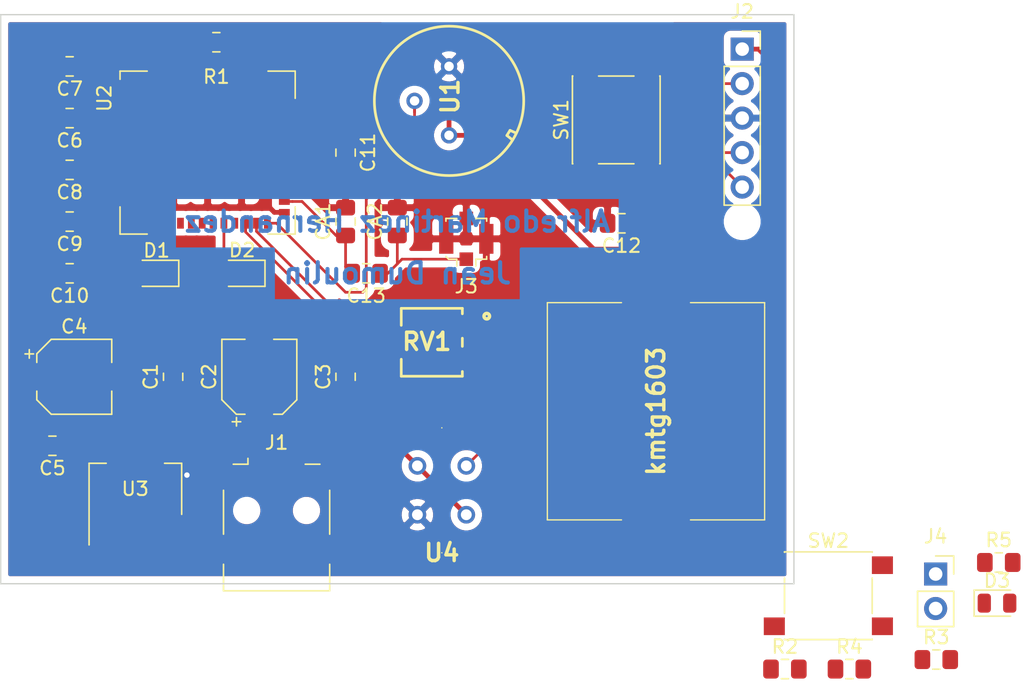
<source format=kicad_pcb>
(kicad_pcb (version 20171130) (host pcbnew "(5.1.5-0-10_14)")

  (general
    (thickness 1.6)
    (drawings 8)
    (tracks 166)
    (zones 0)
    (modules 35)
    (nets 22)
  )

  (page A4)
  (layers
    (0 F.Cu signal)
    (31 B.Cu signal)
    (32 B.Adhes user)
    (33 F.Adhes user)
    (34 B.Paste user)
    (35 F.Paste user)
    (36 B.SilkS user)
    (37 F.SilkS user)
    (38 B.Mask user)
    (39 F.Mask user)
    (40 Dwgs.User user)
    (41 Cmts.User user)
    (42 Eco1.User user)
    (43 Eco2.User user)
    (44 Edge.Cuts user)
    (45 Margin user)
    (46 B.CrtYd user)
    (47 F.CrtYd user)
    (48 B.Fab user)
    (49 F.Fab user hide)
  )

  (setup
    (last_trace_width 0.2)
    (user_trace_width 2)
    (trace_clearance 0.2)
    (zone_clearance 0.508)
    (zone_45_only no)
    (trace_min 0.1)
    (via_size 0.8)
    (via_drill 0.4)
    (via_min_size 0.4)
    (via_min_drill 0.3)
    (uvia_size 0.3)
    (uvia_drill 0.1)
    (uvias_allowed no)
    (uvia_min_size 0.2)
    (uvia_min_drill 0.1)
    (edge_width 0.05)
    (segment_width 0.2)
    (pcb_text_width 0.3)
    (pcb_text_size 1.5 1.5)
    (mod_edge_width 0.12)
    (mod_text_size 1 1)
    (mod_text_width 0.15)
    (pad_size 1.524 1.524)
    (pad_drill 0.762)
    (pad_to_mask_clearance 0.051)
    (solder_mask_min_width 0.1)
    (aux_axis_origin 0 0)
    (visible_elements 7FFFFFFF)
    (pcbplotparams
      (layerselection 0x3f0ff_ffffffff)
      (usegerberextensions false)
      (usegerberattributes false)
      (usegerberadvancedattributes false)
      (creategerberjobfile false)
      (excludeedgelayer true)
      (linewidth 0.100000)
      (plotframeref false)
      (viasonmask false)
      (mode 1)
      (useauxorigin false)
      (hpglpennumber 1)
      (hpglpenspeed 20)
      (hpglpendiameter 15.000000)
      (psnegative false)
      (psa4output false)
      (plotreference true)
      (plotvalue true)
      (plotinvisibletext false)
      (padsonsilk false)
      (subtractmaskfromsilk false)
      (outputformat 1)
      (mirror false)
      (drillshape 0)
      (scaleselection 1)
      (outputdirectory ""))
  )

  (net 0 "")
  (net 1 +3V3)
  (net 2 "Net-(R1-Pad1)")
  (net 3 GND)
  (net 4 "Net-(C13-Pad1)")
  (net 5 +5V)
  (net 6 /NRST)
  (net 7 "Net-(C13-Pad2)")
  (net 8 /SWCLK)
  (net 9 /SWDIO)
  (net 10 /ADC2)
  (net 11 /DAC1)
  (net 12 /LED2)
  (net 13 "Net-(RV1-Pad1)")
  (net 14 /ADC3)
  (net 15 "Net-(U2-Pad45)")
  (net 16 "Net-(D1-Pad2)")
  (net 17 "Net-(D2-Pad2)")
  (net 18 "Net-(D3-Pad2)")
  (net 19 /TX)
  (net 20 /RX)
  (net 21 "Net-(R4-Pad1)")

  (net_class Default "This is the default net class."
    (clearance 0.2)
    (trace_width 0.2)
    (via_dia 0.8)
    (via_drill 0.4)
    (uvia_dia 0.3)
    (uvia_drill 0.1)
    (add_net /ADC2)
    (add_net /ADC3)
    (add_net /DAC1)
    (add_net /LED2)
    (add_net /NRST)
    (add_net /RX)
    (add_net /SWCLK)
    (add_net /SWDIO)
    (add_net /TX)
    (add_net "Net-(C13-Pad1)")
    (add_net "Net-(C13-Pad2)")
    (add_net "Net-(D1-Pad2)")
    (add_net "Net-(D2-Pad2)")
    (add_net "Net-(D3-Pad2)")
    (add_net "Net-(R1-Pad1)")
    (add_net "Net-(R4-Pad1)")
    (add_net "Net-(RV1-Pad1)")
    (add_net "Net-(U2-Pad45)")
  )

  (net_class Power ""
    (clearance 0.2)
    (trace_width 0.35)
    (via_dia 0.8)
    (via_drill 0.4)
    (uvia_dia 0.3)
    (uvia_drill 0.1)
    (add_net +3V3)
    (add_net +5V)
    (add_net GND)
  )

  (module Capacitor_SMD:C_0805_2012Metric_Pad1.15x1.40mm_HandSolder (layer F.Cu) (tedit 5B36C52B) (tstamp 5E419AC7)
    (at 185.42 101.6 90)
    (descr "Capacitor SMD 0805 (2012 Metric), square (rectangular) end terminal, IPC_7351 nominal with elongated pad for handsoldering. (Body size source: https://docs.google.com/spreadsheets/d/1BsfQQcO9C6DZCsRaXUlFlo91Tg2WpOkGARC1WS5S8t0/edit?usp=sharing), generated with kicad-footprint-generator")
    (tags "capacitor handsolder")
    (path /5E34BAE1)
    (attr smd)
    (fp_text reference C1 (at 0 -1.65 90) (layer F.SilkS)
      (effects (font (size 1 1) (thickness 0.15)))
    )
    (fp_text value 100n (at 0 1.65 90) (layer F.Fab)
      (effects (font (size 1 1) (thickness 0.15)))
    )
    (fp_line (start -1 0.6) (end -1 -0.6) (layer F.Fab) (width 0.1))
    (fp_line (start -1 -0.6) (end 1 -0.6) (layer F.Fab) (width 0.1))
    (fp_line (start 1 -0.6) (end 1 0.6) (layer F.Fab) (width 0.1))
    (fp_line (start 1 0.6) (end -1 0.6) (layer F.Fab) (width 0.1))
    (fp_line (start -0.261252 -0.71) (end 0.261252 -0.71) (layer F.SilkS) (width 0.12))
    (fp_line (start -0.261252 0.71) (end 0.261252 0.71) (layer F.SilkS) (width 0.12))
    (fp_line (start -1.85 0.95) (end -1.85 -0.95) (layer F.CrtYd) (width 0.05))
    (fp_line (start -1.85 -0.95) (end 1.85 -0.95) (layer F.CrtYd) (width 0.05))
    (fp_line (start 1.85 -0.95) (end 1.85 0.95) (layer F.CrtYd) (width 0.05))
    (fp_line (start 1.85 0.95) (end -1.85 0.95) (layer F.CrtYd) (width 0.05))
    (fp_text user %R (at 0 0 90) (layer F.Fab)
      (effects (font (size 0.5 0.5) (thickness 0.08)))
    )
    (pad 1 smd roundrect (at -1.025 0 90) (size 1.15 1.4) (layers F.Cu F.Paste F.Mask) (roundrect_rratio 0.217391)
      (net 5 +5V))
    (pad 2 smd roundrect (at 1.025 0 90) (size 1.15 1.4) (layers F.Cu F.Paste F.Mask) (roundrect_rratio 0.217391)
      (net 3 GND))
    (model ${KISYS3DMOD}/Capacitor_SMD.3dshapes/C_0805_2012Metric.wrl
      (at (xyz 0 0 0))
      (scale (xyz 1 1 1))
      (rotate (xyz 0 0 0))
    )
  )

  (module Capacitor_SMD:CP_Elec_5x4.4 (layer F.Cu) (tedit 5BCA39CF) (tstamp 5E419AEF)
    (at 191.77 101.6 90)
    (descr "SMD capacitor, aluminum electrolytic, Panasonic B45, 5.0x4.4mm")
    (tags "capacitor electrolytic")
    (path /5E34CEEB)
    (attr smd)
    (fp_text reference C2 (at 0 -3.7 90) (layer F.SilkS)
      (effects (font (size 1 1) (thickness 0.15)))
    )
    (fp_text value 10µ (at 0 3.7 90) (layer F.Fab)
      (effects (font (size 1 1) (thickness 0.15)))
    )
    (fp_text user %R (at 0 0 90) (layer F.Fab)
      (effects (font (size 1 1) (thickness 0.15)))
    )
    (fp_line (start -3.95 1.05) (end -2.9 1.05) (layer F.CrtYd) (width 0.05))
    (fp_line (start -3.95 -1.05) (end -3.95 1.05) (layer F.CrtYd) (width 0.05))
    (fp_line (start -2.9 -1.05) (end -3.95 -1.05) (layer F.CrtYd) (width 0.05))
    (fp_line (start -2.9 1.05) (end -2.9 1.75) (layer F.CrtYd) (width 0.05))
    (fp_line (start -2.9 -1.75) (end -2.9 -1.05) (layer F.CrtYd) (width 0.05))
    (fp_line (start -2.9 -1.75) (end -1.75 -2.9) (layer F.CrtYd) (width 0.05))
    (fp_line (start -2.9 1.75) (end -1.75 2.9) (layer F.CrtYd) (width 0.05))
    (fp_line (start -1.75 -2.9) (end 2.9 -2.9) (layer F.CrtYd) (width 0.05))
    (fp_line (start -1.75 2.9) (end 2.9 2.9) (layer F.CrtYd) (width 0.05))
    (fp_line (start 2.9 1.05) (end 2.9 2.9) (layer F.CrtYd) (width 0.05))
    (fp_line (start 3.95 1.05) (end 2.9 1.05) (layer F.CrtYd) (width 0.05))
    (fp_line (start 3.95 -1.05) (end 3.95 1.05) (layer F.CrtYd) (width 0.05))
    (fp_line (start 2.9 -1.05) (end 3.95 -1.05) (layer F.CrtYd) (width 0.05))
    (fp_line (start 2.9 -2.9) (end 2.9 -1.05) (layer F.CrtYd) (width 0.05))
    (fp_line (start -3.3125 -1.9975) (end -3.3125 -1.3725) (layer F.SilkS) (width 0.12))
    (fp_line (start -3.625 -1.685) (end -3 -1.685) (layer F.SilkS) (width 0.12))
    (fp_line (start -2.76 1.695563) (end -1.695563 2.76) (layer F.SilkS) (width 0.12))
    (fp_line (start -2.76 -1.695563) (end -1.695563 -2.76) (layer F.SilkS) (width 0.12))
    (fp_line (start -2.76 -1.695563) (end -2.76 -1.06) (layer F.SilkS) (width 0.12))
    (fp_line (start -2.76 1.695563) (end -2.76 1.06) (layer F.SilkS) (width 0.12))
    (fp_line (start -1.695563 2.76) (end 2.76 2.76) (layer F.SilkS) (width 0.12))
    (fp_line (start -1.695563 -2.76) (end 2.76 -2.76) (layer F.SilkS) (width 0.12))
    (fp_line (start 2.76 -2.76) (end 2.76 -1.06) (layer F.SilkS) (width 0.12))
    (fp_line (start 2.76 2.76) (end 2.76 1.06) (layer F.SilkS) (width 0.12))
    (fp_line (start -1.783956 -1.45) (end -1.783956 -0.95) (layer F.Fab) (width 0.1))
    (fp_line (start -2.033956 -1.2) (end -1.533956 -1.2) (layer F.Fab) (width 0.1))
    (fp_line (start -2.65 1.65) (end -1.65 2.65) (layer F.Fab) (width 0.1))
    (fp_line (start -2.65 -1.65) (end -1.65 -2.65) (layer F.Fab) (width 0.1))
    (fp_line (start -2.65 -1.65) (end -2.65 1.65) (layer F.Fab) (width 0.1))
    (fp_line (start -1.65 2.65) (end 2.65 2.65) (layer F.Fab) (width 0.1))
    (fp_line (start -1.65 -2.65) (end 2.65 -2.65) (layer F.Fab) (width 0.1))
    (fp_line (start 2.65 -2.65) (end 2.65 2.65) (layer F.Fab) (width 0.1))
    (fp_circle (center 0 0) (end 2.5 0) (layer F.Fab) (width 0.1))
    (pad 2 smd roundrect (at 2.2 0 90) (size 3 1.6) (layers F.Cu F.Paste F.Mask) (roundrect_rratio 0.15625)
      (net 3 GND))
    (pad 1 smd roundrect (at -2.2 0 90) (size 3 1.6) (layers F.Cu F.Paste F.Mask) (roundrect_rratio 0.15625)
      (net 5 +5V))
    (model ${KISYS3DMOD}/Capacitor_SMD.3dshapes/CP_Elec_5x4.4.wrl
      (at (xyz 0 0 0))
      (scale (xyz 1 1 1))
      (rotate (xyz 0 0 0))
    )
  )

  (module Capacitor_SMD:C_0805_2012Metric_Pad1.15x1.40mm_HandSolder (layer F.Cu) (tedit 5B36C52B) (tstamp 5E419B00)
    (at 198.12 101.6 90)
    (descr "Capacitor SMD 0805 (2012 Metric), square (rectangular) end terminal, IPC_7351 nominal with elongated pad for handsoldering. (Body size source: https://docs.google.com/spreadsheets/d/1BsfQQcO9C6DZCsRaXUlFlo91Tg2WpOkGARC1WS5S8t0/edit?usp=sharing), generated with kicad-footprint-generator")
    (tags "capacitor handsolder")
    (path /5E34C20C)
    (attr smd)
    (fp_text reference C3 (at 0 -1.65 90) (layer F.SilkS)
      (effects (font (size 1 1) (thickness 0.15)))
    )
    (fp_text value 100n (at 0 1.65 90) (layer F.Fab)
      (effects (font (size 1 1) (thickness 0.15)))
    )
    (fp_text user %R (at 0 0 90) (layer F.Fab)
      (effects (font (size 0.5 0.5) (thickness 0.08)))
    )
    (fp_line (start 1.85 0.95) (end -1.85 0.95) (layer F.CrtYd) (width 0.05))
    (fp_line (start 1.85 -0.95) (end 1.85 0.95) (layer F.CrtYd) (width 0.05))
    (fp_line (start -1.85 -0.95) (end 1.85 -0.95) (layer F.CrtYd) (width 0.05))
    (fp_line (start -1.85 0.95) (end -1.85 -0.95) (layer F.CrtYd) (width 0.05))
    (fp_line (start -0.261252 0.71) (end 0.261252 0.71) (layer F.SilkS) (width 0.12))
    (fp_line (start -0.261252 -0.71) (end 0.261252 -0.71) (layer F.SilkS) (width 0.12))
    (fp_line (start 1 0.6) (end -1 0.6) (layer F.Fab) (width 0.1))
    (fp_line (start 1 -0.6) (end 1 0.6) (layer F.Fab) (width 0.1))
    (fp_line (start -1 -0.6) (end 1 -0.6) (layer F.Fab) (width 0.1))
    (fp_line (start -1 0.6) (end -1 -0.6) (layer F.Fab) (width 0.1))
    (pad 2 smd roundrect (at 1.025 0 90) (size 1.15 1.4) (layers F.Cu F.Paste F.Mask) (roundrect_rratio 0.217391)
      (net 3 GND))
    (pad 1 smd roundrect (at -1.025 0 90) (size 1.15 1.4) (layers F.Cu F.Paste F.Mask) (roundrect_rratio 0.217391)
      (net 5 +5V))
    (model ${KISYS3DMOD}/Capacitor_SMD.3dshapes/C_0805_2012Metric.wrl
      (at (xyz 0 0 0))
      (scale (xyz 1 1 1))
      (rotate (xyz 0 0 0))
    )
  )

  (module Capacitor_SMD:CP_Elec_5x4.4 (layer F.Cu) (tedit 5BCA39CF) (tstamp 5E419B28)
    (at 178.14 101.6)
    (descr "SMD capacitor, aluminum electrolytic, Panasonic B45, 5.0x4.4mm")
    (tags "capacitor electrolytic")
    (path /5E34E50D)
    (attr smd)
    (fp_text reference C4 (at 0 -3.7) (layer F.SilkS)
      (effects (font (size 1 1) (thickness 0.15)))
    )
    (fp_text value 10µ (at 0 3.7) (layer F.Fab)
      (effects (font (size 1 1) (thickness 0.15)))
    )
    (fp_circle (center 0 0) (end 2.5 0) (layer F.Fab) (width 0.1))
    (fp_line (start 2.65 -2.65) (end 2.65 2.65) (layer F.Fab) (width 0.1))
    (fp_line (start -1.65 -2.65) (end 2.65 -2.65) (layer F.Fab) (width 0.1))
    (fp_line (start -1.65 2.65) (end 2.65 2.65) (layer F.Fab) (width 0.1))
    (fp_line (start -2.65 -1.65) (end -2.65 1.65) (layer F.Fab) (width 0.1))
    (fp_line (start -2.65 -1.65) (end -1.65 -2.65) (layer F.Fab) (width 0.1))
    (fp_line (start -2.65 1.65) (end -1.65 2.65) (layer F.Fab) (width 0.1))
    (fp_line (start -2.033956 -1.2) (end -1.533956 -1.2) (layer F.Fab) (width 0.1))
    (fp_line (start -1.783956 -1.45) (end -1.783956 -0.95) (layer F.Fab) (width 0.1))
    (fp_line (start 2.76 2.76) (end 2.76 1.06) (layer F.SilkS) (width 0.12))
    (fp_line (start 2.76 -2.76) (end 2.76 -1.06) (layer F.SilkS) (width 0.12))
    (fp_line (start -1.695563 -2.76) (end 2.76 -2.76) (layer F.SilkS) (width 0.12))
    (fp_line (start -1.695563 2.76) (end 2.76 2.76) (layer F.SilkS) (width 0.12))
    (fp_line (start -2.76 1.695563) (end -2.76 1.06) (layer F.SilkS) (width 0.12))
    (fp_line (start -2.76 -1.695563) (end -2.76 -1.06) (layer F.SilkS) (width 0.12))
    (fp_line (start -2.76 -1.695563) (end -1.695563 -2.76) (layer F.SilkS) (width 0.12))
    (fp_line (start -2.76 1.695563) (end -1.695563 2.76) (layer F.SilkS) (width 0.12))
    (fp_line (start -3.625 -1.685) (end -3 -1.685) (layer F.SilkS) (width 0.12))
    (fp_line (start -3.3125 -1.9975) (end -3.3125 -1.3725) (layer F.SilkS) (width 0.12))
    (fp_line (start 2.9 -2.9) (end 2.9 -1.05) (layer F.CrtYd) (width 0.05))
    (fp_line (start 2.9 -1.05) (end 3.95 -1.05) (layer F.CrtYd) (width 0.05))
    (fp_line (start 3.95 -1.05) (end 3.95 1.05) (layer F.CrtYd) (width 0.05))
    (fp_line (start 3.95 1.05) (end 2.9 1.05) (layer F.CrtYd) (width 0.05))
    (fp_line (start 2.9 1.05) (end 2.9 2.9) (layer F.CrtYd) (width 0.05))
    (fp_line (start -1.75 2.9) (end 2.9 2.9) (layer F.CrtYd) (width 0.05))
    (fp_line (start -1.75 -2.9) (end 2.9 -2.9) (layer F.CrtYd) (width 0.05))
    (fp_line (start -2.9 1.75) (end -1.75 2.9) (layer F.CrtYd) (width 0.05))
    (fp_line (start -2.9 -1.75) (end -1.75 -2.9) (layer F.CrtYd) (width 0.05))
    (fp_line (start -2.9 -1.75) (end -2.9 -1.05) (layer F.CrtYd) (width 0.05))
    (fp_line (start -2.9 1.05) (end -2.9 1.75) (layer F.CrtYd) (width 0.05))
    (fp_line (start -2.9 -1.05) (end -3.95 -1.05) (layer F.CrtYd) (width 0.05))
    (fp_line (start -3.95 -1.05) (end -3.95 1.05) (layer F.CrtYd) (width 0.05))
    (fp_line (start -3.95 1.05) (end -2.9 1.05) (layer F.CrtYd) (width 0.05))
    (fp_text user %R (at 0 0) (layer F.Fab)
      (effects (font (size 1 1) (thickness 0.15)))
    )
    (pad 1 smd roundrect (at -2.2 0) (size 3 1.6) (layers F.Cu F.Paste F.Mask) (roundrect_rratio 0.15625)
      (net 1 +3V3))
    (pad 2 smd roundrect (at 2.2 0) (size 3 1.6) (layers F.Cu F.Paste F.Mask) (roundrect_rratio 0.15625)
      (net 3 GND))
    (model ${KISYS3DMOD}/Capacitor_SMD.3dshapes/CP_Elec_5x4.4.wrl
      (at (xyz 0 0 0))
      (scale (xyz 1 1 1))
      (rotate (xyz 0 0 0))
    )
  )

  (module Capacitor_SMD:C_0805_2012Metric_Pad1.15x1.40mm_HandSolder (layer F.Cu) (tedit 5B36C52B) (tstamp 5E419B39)
    (at 176.53 106.68 180)
    (descr "Capacitor SMD 0805 (2012 Metric), square (rectangular) end terminal, IPC_7351 nominal with elongated pad for handsoldering. (Body size source: https://docs.google.com/spreadsheets/d/1BsfQQcO9C6DZCsRaXUlFlo91Tg2WpOkGARC1WS5S8t0/edit?usp=sharing), generated with kicad-footprint-generator")
    (tags "capacitor handsolder")
    (path /5E34E198)
    (attr smd)
    (fp_text reference C5 (at 0 -1.65) (layer F.SilkS)
      (effects (font (size 1 1) (thickness 0.15)))
    )
    (fp_text value 100n (at 0 1.65) (layer F.Fab)
      (effects (font (size 1 1) (thickness 0.15)))
    )
    (fp_line (start -1 0.6) (end -1 -0.6) (layer F.Fab) (width 0.1))
    (fp_line (start -1 -0.6) (end 1 -0.6) (layer F.Fab) (width 0.1))
    (fp_line (start 1 -0.6) (end 1 0.6) (layer F.Fab) (width 0.1))
    (fp_line (start 1 0.6) (end -1 0.6) (layer F.Fab) (width 0.1))
    (fp_line (start -0.261252 -0.71) (end 0.261252 -0.71) (layer F.SilkS) (width 0.12))
    (fp_line (start -0.261252 0.71) (end 0.261252 0.71) (layer F.SilkS) (width 0.12))
    (fp_line (start -1.85 0.95) (end -1.85 -0.95) (layer F.CrtYd) (width 0.05))
    (fp_line (start -1.85 -0.95) (end 1.85 -0.95) (layer F.CrtYd) (width 0.05))
    (fp_line (start 1.85 -0.95) (end 1.85 0.95) (layer F.CrtYd) (width 0.05))
    (fp_line (start 1.85 0.95) (end -1.85 0.95) (layer F.CrtYd) (width 0.05))
    (fp_text user %R (at 0 0) (layer F.Fab)
      (effects (font (size 0.5 0.5) (thickness 0.08)))
    )
    (pad 1 smd roundrect (at -1.025 0 180) (size 1.15 1.4) (layers F.Cu F.Paste F.Mask) (roundrect_rratio 0.217391)
      (net 1 +3V3))
    (pad 2 smd roundrect (at 1.025 0 180) (size 1.15 1.4) (layers F.Cu F.Paste F.Mask) (roundrect_rratio 0.217391)
      (net 3 GND))
    (model ${KISYS3DMOD}/Capacitor_SMD.3dshapes/C_0805_2012Metric.wrl
      (at (xyz 0 0 0))
      (scale (xyz 1 1 1))
      (rotate (xyz 0 0 0))
    )
  )

  (module Capacitor_SMD:C_0805_2012Metric_Pad1.15x1.40mm_HandSolder (layer F.Cu) (tedit 5B36C52B) (tstamp 5E419B4A)
    (at 177.8 82.55 180)
    (descr "Capacitor SMD 0805 (2012 Metric), square (rectangular) end terminal, IPC_7351 nominal with elongated pad for handsoldering. (Body size source: https://docs.google.com/spreadsheets/d/1BsfQQcO9C6DZCsRaXUlFlo91Tg2WpOkGARC1WS5S8t0/edit?usp=sharing), generated with kicad-footprint-generator")
    (tags "capacitor handsolder")
    (path /5E3D9118)
    (attr smd)
    (fp_text reference C6 (at 0 -1.65) (layer F.SilkS)
      (effects (font (size 1 1) (thickness 0.15)))
    )
    (fp_text value 10µ (at 0 1.65) (layer F.Fab)
      (effects (font (size 1 1) (thickness 0.15)))
    )
    (fp_line (start -1 0.6) (end -1 -0.6) (layer F.Fab) (width 0.1))
    (fp_line (start -1 -0.6) (end 1 -0.6) (layer F.Fab) (width 0.1))
    (fp_line (start 1 -0.6) (end 1 0.6) (layer F.Fab) (width 0.1))
    (fp_line (start 1 0.6) (end -1 0.6) (layer F.Fab) (width 0.1))
    (fp_line (start -0.261252 -0.71) (end 0.261252 -0.71) (layer F.SilkS) (width 0.12))
    (fp_line (start -0.261252 0.71) (end 0.261252 0.71) (layer F.SilkS) (width 0.12))
    (fp_line (start -1.85 0.95) (end -1.85 -0.95) (layer F.CrtYd) (width 0.05))
    (fp_line (start -1.85 -0.95) (end 1.85 -0.95) (layer F.CrtYd) (width 0.05))
    (fp_line (start 1.85 -0.95) (end 1.85 0.95) (layer F.CrtYd) (width 0.05))
    (fp_line (start 1.85 0.95) (end -1.85 0.95) (layer F.CrtYd) (width 0.05))
    (fp_text user %R (at 0 0) (layer F.Fab)
      (effects (font (size 0.5 0.5) (thickness 0.08)))
    )
    (pad 1 smd roundrect (at -1.025 0 180) (size 1.15 1.4) (layers F.Cu F.Paste F.Mask) (roundrect_rratio 0.217391)
      (net 1 +3V3))
    (pad 2 smd roundrect (at 1.025 0 180) (size 1.15 1.4) (layers F.Cu F.Paste F.Mask) (roundrect_rratio 0.217391)
      (net 3 GND))
    (model ${KISYS3DMOD}/Capacitor_SMD.3dshapes/C_0805_2012Metric.wrl
      (at (xyz 0 0 0))
      (scale (xyz 1 1 1))
      (rotate (xyz 0 0 0))
    )
  )

  (module Capacitor_SMD:C_0805_2012Metric_Pad1.15x1.40mm_HandSolder (layer F.Cu) (tedit 5B36C52B) (tstamp 5E419B5B)
    (at 177.8 78.74 180)
    (descr "Capacitor SMD 0805 (2012 Metric), square (rectangular) end terminal, IPC_7351 nominal with elongated pad for handsoldering. (Body size source: https://docs.google.com/spreadsheets/d/1BsfQQcO9C6DZCsRaXUlFlo91Tg2WpOkGARC1WS5S8t0/edit?usp=sharing), generated with kicad-footprint-generator")
    (tags "capacitor handsolder")
    (path /5E3D887D)
    (attr smd)
    (fp_text reference C7 (at 0 -1.65) (layer F.SilkS)
      (effects (font (size 1 1) (thickness 0.15)))
    )
    (fp_text value 100n (at 0 1.65) (layer F.Fab)
      (effects (font (size 1 1) (thickness 0.15)))
    )
    (fp_text user %R (at 0 0) (layer F.Fab)
      (effects (font (size 0.5 0.5) (thickness 0.08)))
    )
    (fp_line (start 1.85 0.95) (end -1.85 0.95) (layer F.CrtYd) (width 0.05))
    (fp_line (start 1.85 -0.95) (end 1.85 0.95) (layer F.CrtYd) (width 0.05))
    (fp_line (start -1.85 -0.95) (end 1.85 -0.95) (layer F.CrtYd) (width 0.05))
    (fp_line (start -1.85 0.95) (end -1.85 -0.95) (layer F.CrtYd) (width 0.05))
    (fp_line (start -0.261252 0.71) (end 0.261252 0.71) (layer F.SilkS) (width 0.12))
    (fp_line (start -0.261252 -0.71) (end 0.261252 -0.71) (layer F.SilkS) (width 0.12))
    (fp_line (start 1 0.6) (end -1 0.6) (layer F.Fab) (width 0.1))
    (fp_line (start 1 -0.6) (end 1 0.6) (layer F.Fab) (width 0.1))
    (fp_line (start -1 -0.6) (end 1 -0.6) (layer F.Fab) (width 0.1))
    (fp_line (start -1 0.6) (end -1 -0.6) (layer F.Fab) (width 0.1))
    (pad 2 smd roundrect (at 1.025 0 180) (size 1.15 1.4) (layers F.Cu F.Paste F.Mask) (roundrect_rratio 0.217391)
      (net 3 GND))
    (pad 1 smd roundrect (at -1.025 0 180) (size 1.15 1.4) (layers F.Cu F.Paste F.Mask) (roundrect_rratio 0.217391)
      (net 1 +3V3))
    (model ${KISYS3DMOD}/Capacitor_SMD.3dshapes/C_0805_2012Metric.wrl
      (at (xyz 0 0 0))
      (scale (xyz 1 1 1))
      (rotate (xyz 0 0 0))
    )
  )

  (module Capacitor_SMD:C_0805_2012Metric_Pad1.15x1.40mm_HandSolder (layer F.Cu) (tedit 5B36C52B) (tstamp 5E419B6C)
    (at 177.8 86.36 180)
    (descr "Capacitor SMD 0805 (2012 Metric), square (rectangular) end terminal, IPC_7351 nominal with elongated pad for handsoldering. (Body size source: https://docs.google.com/spreadsheets/d/1BsfQQcO9C6DZCsRaXUlFlo91Tg2WpOkGARC1WS5S8t0/edit?usp=sharing), generated with kicad-footprint-generator")
    (tags "capacitor handsolder")
    (path /5E3ED450)
    (attr smd)
    (fp_text reference C8 (at 0 -1.65) (layer F.SilkS)
      (effects (font (size 1 1) (thickness 0.15)))
    )
    (fp_text value 100n (at 0 1.65) (layer F.Fab)
      (effects (font (size 1 1) (thickness 0.15)))
    )
    (fp_line (start -1 0.6) (end -1 -0.6) (layer F.Fab) (width 0.1))
    (fp_line (start -1 -0.6) (end 1 -0.6) (layer F.Fab) (width 0.1))
    (fp_line (start 1 -0.6) (end 1 0.6) (layer F.Fab) (width 0.1))
    (fp_line (start 1 0.6) (end -1 0.6) (layer F.Fab) (width 0.1))
    (fp_line (start -0.261252 -0.71) (end 0.261252 -0.71) (layer F.SilkS) (width 0.12))
    (fp_line (start -0.261252 0.71) (end 0.261252 0.71) (layer F.SilkS) (width 0.12))
    (fp_line (start -1.85 0.95) (end -1.85 -0.95) (layer F.CrtYd) (width 0.05))
    (fp_line (start -1.85 -0.95) (end 1.85 -0.95) (layer F.CrtYd) (width 0.05))
    (fp_line (start 1.85 -0.95) (end 1.85 0.95) (layer F.CrtYd) (width 0.05))
    (fp_line (start 1.85 0.95) (end -1.85 0.95) (layer F.CrtYd) (width 0.05))
    (fp_text user %R (at 0 0) (layer F.Fab)
      (effects (font (size 0.5 0.5) (thickness 0.08)))
    )
    (pad 1 smd roundrect (at -1.025 0 180) (size 1.15 1.4) (layers F.Cu F.Paste F.Mask) (roundrect_rratio 0.217391)
      (net 1 +3V3))
    (pad 2 smd roundrect (at 1.025 0 180) (size 1.15 1.4) (layers F.Cu F.Paste F.Mask) (roundrect_rratio 0.217391)
      (net 3 GND))
    (model ${KISYS3DMOD}/Capacitor_SMD.3dshapes/C_0805_2012Metric.wrl
      (at (xyz 0 0 0))
      (scale (xyz 1 1 1))
      (rotate (xyz 0 0 0))
    )
  )

  (module Capacitor_SMD:C_0805_2012Metric_Pad1.15x1.40mm_HandSolder (layer F.Cu) (tedit 5B36C52B) (tstamp 5E419B7D)
    (at 177.8 90.17 180)
    (descr "Capacitor SMD 0805 (2012 Metric), square (rectangular) end terminal, IPC_7351 nominal with elongated pad for handsoldering. (Body size source: https://docs.google.com/spreadsheets/d/1BsfQQcO9C6DZCsRaXUlFlo91Tg2WpOkGARC1WS5S8t0/edit?usp=sharing), generated with kicad-footprint-generator")
    (tags "capacitor handsolder")
    (path /5E3EA3B2)
    (attr smd)
    (fp_text reference C9 (at 0 -1.65) (layer F.SilkS)
      (effects (font (size 1 1) (thickness 0.15)))
    )
    (fp_text value 100n (at 0 1.65) (layer F.Fab)
      (effects (font (size 1 1) (thickness 0.15)))
    )
    (fp_text user %R (at 0 0) (layer F.Fab)
      (effects (font (size 0.5 0.5) (thickness 0.08)))
    )
    (fp_line (start 1.85 0.95) (end -1.85 0.95) (layer F.CrtYd) (width 0.05))
    (fp_line (start 1.85 -0.95) (end 1.85 0.95) (layer F.CrtYd) (width 0.05))
    (fp_line (start -1.85 -0.95) (end 1.85 -0.95) (layer F.CrtYd) (width 0.05))
    (fp_line (start -1.85 0.95) (end -1.85 -0.95) (layer F.CrtYd) (width 0.05))
    (fp_line (start -0.261252 0.71) (end 0.261252 0.71) (layer F.SilkS) (width 0.12))
    (fp_line (start -0.261252 -0.71) (end 0.261252 -0.71) (layer F.SilkS) (width 0.12))
    (fp_line (start 1 0.6) (end -1 0.6) (layer F.Fab) (width 0.1))
    (fp_line (start 1 -0.6) (end 1 0.6) (layer F.Fab) (width 0.1))
    (fp_line (start -1 -0.6) (end 1 -0.6) (layer F.Fab) (width 0.1))
    (fp_line (start -1 0.6) (end -1 -0.6) (layer F.Fab) (width 0.1))
    (pad 2 smd roundrect (at 1.025 0 180) (size 1.15 1.4) (layers F.Cu F.Paste F.Mask) (roundrect_rratio 0.217391)
      (net 3 GND))
    (pad 1 smd roundrect (at -1.025 0 180) (size 1.15 1.4) (layers F.Cu F.Paste F.Mask) (roundrect_rratio 0.217391)
      (net 1 +3V3))
    (model ${KISYS3DMOD}/Capacitor_SMD.3dshapes/C_0805_2012Metric.wrl
      (at (xyz 0 0 0))
      (scale (xyz 1 1 1))
      (rotate (xyz 0 0 0))
    )
  )

  (module Capacitor_SMD:C_0805_2012Metric_Pad1.15x1.40mm_HandSolder (layer F.Cu) (tedit 5B36C52B) (tstamp 5E419B8E)
    (at 177.8 93.98 180)
    (descr "Capacitor SMD 0805 (2012 Metric), square (rectangular) end terminal, IPC_7351 nominal with elongated pad for handsoldering. (Body size source: https://docs.google.com/spreadsheets/d/1BsfQQcO9C6DZCsRaXUlFlo91Tg2WpOkGARC1WS5S8t0/edit?usp=sharing), generated with kicad-footprint-generator")
    (tags "capacitor handsolder")
    (path /5E3EE15F)
    (attr smd)
    (fp_text reference C10 (at 0 -1.65) (layer F.SilkS)
      (effects (font (size 1 1) (thickness 0.15)))
    )
    (fp_text value 100n (at 0 1.65) (layer F.Fab)
      (effects (font (size 1 1) (thickness 0.15)))
    )
    (fp_line (start -1 0.6) (end -1 -0.6) (layer F.Fab) (width 0.1))
    (fp_line (start -1 -0.6) (end 1 -0.6) (layer F.Fab) (width 0.1))
    (fp_line (start 1 -0.6) (end 1 0.6) (layer F.Fab) (width 0.1))
    (fp_line (start 1 0.6) (end -1 0.6) (layer F.Fab) (width 0.1))
    (fp_line (start -0.261252 -0.71) (end 0.261252 -0.71) (layer F.SilkS) (width 0.12))
    (fp_line (start -0.261252 0.71) (end 0.261252 0.71) (layer F.SilkS) (width 0.12))
    (fp_line (start -1.85 0.95) (end -1.85 -0.95) (layer F.CrtYd) (width 0.05))
    (fp_line (start -1.85 -0.95) (end 1.85 -0.95) (layer F.CrtYd) (width 0.05))
    (fp_line (start 1.85 -0.95) (end 1.85 0.95) (layer F.CrtYd) (width 0.05))
    (fp_line (start 1.85 0.95) (end -1.85 0.95) (layer F.CrtYd) (width 0.05))
    (fp_text user %R (at 0 0) (layer F.Fab)
      (effects (font (size 0.5 0.5) (thickness 0.08)))
    )
    (pad 1 smd roundrect (at -1.025 0 180) (size 1.15 1.4) (layers F.Cu F.Paste F.Mask) (roundrect_rratio 0.217391)
      (net 1 +3V3))
    (pad 2 smd roundrect (at 1.025 0 180) (size 1.15 1.4) (layers F.Cu F.Paste F.Mask) (roundrect_rratio 0.217391)
      (net 3 GND))
    (model ${KISYS3DMOD}/Capacitor_SMD.3dshapes/C_0805_2012Metric.wrl
      (at (xyz 0 0 0))
      (scale (xyz 1 1 1))
      (rotate (xyz 0 0 0))
    )
  )

  (module Capacitor_SMD:C_0805_2012Metric_Pad1.15x1.40mm_HandSolder (layer F.Cu) (tedit 5B36C52B) (tstamp 5E419B9F)
    (at 198.12 85.09 270)
    (descr "Capacitor SMD 0805 (2012 Metric), square (rectangular) end terminal, IPC_7351 nominal with elongated pad for handsoldering. (Body size source: https://docs.google.com/spreadsheets/d/1BsfQQcO9C6DZCsRaXUlFlo91Tg2WpOkGARC1WS5S8t0/edit?usp=sharing), generated with kicad-footprint-generator")
    (tags "capacitor handsolder")
    (path /5E3F4885)
    (attr smd)
    (fp_text reference C11 (at 0 -1.65 90) (layer F.SilkS)
      (effects (font (size 1 1) (thickness 0.15)))
    )
    (fp_text value 1u (at 0 1.65 90) (layer F.Fab)
      (effects (font (size 1 1) (thickness 0.15)))
    )
    (fp_text user %R (at 0 0 90) (layer F.Fab)
      (effects (font (size 0.5 0.5) (thickness 0.08)))
    )
    (fp_line (start 1.85 0.95) (end -1.85 0.95) (layer F.CrtYd) (width 0.05))
    (fp_line (start 1.85 -0.95) (end 1.85 0.95) (layer F.CrtYd) (width 0.05))
    (fp_line (start -1.85 -0.95) (end 1.85 -0.95) (layer F.CrtYd) (width 0.05))
    (fp_line (start -1.85 0.95) (end -1.85 -0.95) (layer F.CrtYd) (width 0.05))
    (fp_line (start -0.261252 0.71) (end 0.261252 0.71) (layer F.SilkS) (width 0.12))
    (fp_line (start -0.261252 -0.71) (end 0.261252 -0.71) (layer F.SilkS) (width 0.12))
    (fp_line (start 1 0.6) (end -1 0.6) (layer F.Fab) (width 0.1))
    (fp_line (start 1 -0.6) (end 1 0.6) (layer F.Fab) (width 0.1))
    (fp_line (start -1 -0.6) (end 1 -0.6) (layer F.Fab) (width 0.1))
    (fp_line (start -1 0.6) (end -1 -0.6) (layer F.Fab) (width 0.1))
    (pad 2 smd roundrect (at 1.025 0 270) (size 1.15 1.4) (layers F.Cu F.Paste F.Mask) (roundrect_rratio 0.217391)
      (net 3 GND))
    (pad 1 smd roundrect (at -1.025 0 270) (size 1.15 1.4) (layers F.Cu F.Paste F.Mask) (roundrect_rratio 0.217391)
      (net 1 +3V3))
    (model ${KISYS3DMOD}/Capacitor_SMD.3dshapes/C_0805_2012Metric.wrl
      (at (xyz 0 0 0))
      (scale (xyz 1 1 1))
      (rotate (xyz 0 0 0))
    )
  )

  (module Capacitor_SMD:C_0805_2012Metric_Pad1.15x1.40mm_HandSolder (layer F.Cu) (tedit 5B36C52B) (tstamp 5E419BB0)
    (at 218.44 90.297 180)
    (descr "Capacitor SMD 0805 (2012 Metric), square (rectangular) end terminal, IPC_7351 nominal with elongated pad for handsoldering. (Body size source: https://docs.google.com/spreadsheets/d/1BsfQQcO9C6DZCsRaXUlFlo91Tg2WpOkGARC1WS5S8t0/edit?usp=sharing), generated with kicad-footprint-generator")
    (tags "capacitor handsolder")
    (path /5E41037B)
    (attr smd)
    (fp_text reference C12 (at 0 -1.65) (layer F.SilkS)
      (effects (font (size 1 1) (thickness 0.15)))
    )
    (fp_text value 100n (at 0 1.65) (layer F.Fab)
      (effects (font (size 1 1) (thickness 0.15)))
    )
    (fp_line (start -1 0.6) (end -1 -0.6) (layer F.Fab) (width 0.1))
    (fp_line (start -1 -0.6) (end 1 -0.6) (layer F.Fab) (width 0.1))
    (fp_line (start 1 -0.6) (end 1 0.6) (layer F.Fab) (width 0.1))
    (fp_line (start 1 0.6) (end -1 0.6) (layer F.Fab) (width 0.1))
    (fp_line (start -0.261252 -0.71) (end 0.261252 -0.71) (layer F.SilkS) (width 0.12))
    (fp_line (start -0.261252 0.71) (end 0.261252 0.71) (layer F.SilkS) (width 0.12))
    (fp_line (start -1.85 0.95) (end -1.85 -0.95) (layer F.CrtYd) (width 0.05))
    (fp_line (start -1.85 -0.95) (end 1.85 -0.95) (layer F.CrtYd) (width 0.05))
    (fp_line (start 1.85 -0.95) (end 1.85 0.95) (layer F.CrtYd) (width 0.05))
    (fp_line (start 1.85 0.95) (end -1.85 0.95) (layer F.CrtYd) (width 0.05))
    (fp_text user %R (at 0 0) (layer F.Fab)
      (effects (font (size 0.5 0.5) (thickness 0.08)))
    )
    (pad 1 smd roundrect (at -1.025 0 180) (size 1.15 1.4) (layers F.Cu F.Paste F.Mask) (roundrect_rratio 0.217391)
      (net 6 /NRST))
    (pad 2 smd roundrect (at 1.025 0 180) (size 1.15 1.4) (layers F.Cu F.Paste F.Mask) (roundrect_rratio 0.217391)
      (net 3 GND))
    (model ${KISYS3DMOD}/Capacitor_SMD.3dshapes/C_0805_2012Metric.wrl
      (at (xyz 0 0 0))
      (scale (xyz 1 1 1))
      (rotate (xyz 0 0 0))
    )
  )

  (module Capacitor_SMD:C_0805_2012Metric_Pad1.15x1.40mm_HandSolder (layer F.Cu) (tedit 5B36C52B) (tstamp 5E419BC1)
    (at 199.635 93.98 180)
    (descr "Capacitor SMD 0805 (2012 Metric), square (rectangular) end terminal, IPC_7351 nominal with elongated pad for handsoldering. (Body size source: https://docs.google.com/spreadsheets/d/1BsfQQcO9C6DZCsRaXUlFlo91Tg2WpOkGARC1WS5S8t0/edit?usp=sharing), generated with kicad-footprint-generator")
    (tags "capacitor handsolder")
    (path /5E43BF6A)
    (attr smd)
    (fp_text reference C13 (at 0 -1.65) (layer F.SilkS)
      (effects (font (size 1 1) (thickness 0.15)))
    )
    (fp_text value 100N (at 0 1.65) (layer F.Fab)
      (effects (font (size 1 1) (thickness 0.15)))
    )
    (fp_text user %R (at 0 0) (layer F.Fab)
      (effects (font (size 0.5 0.5) (thickness 0.08)))
    )
    (fp_line (start 1.85 0.95) (end -1.85 0.95) (layer F.CrtYd) (width 0.05))
    (fp_line (start 1.85 -0.95) (end 1.85 0.95) (layer F.CrtYd) (width 0.05))
    (fp_line (start -1.85 -0.95) (end 1.85 -0.95) (layer F.CrtYd) (width 0.05))
    (fp_line (start -1.85 0.95) (end -1.85 -0.95) (layer F.CrtYd) (width 0.05))
    (fp_line (start -0.261252 0.71) (end 0.261252 0.71) (layer F.SilkS) (width 0.12))
    (fp_line (start -0.261252 -0.71) (end 0.261252 -0.71) (layer F.SilkS) (width 0.12))
    (fp_line (start 1 0.6) (end -1 0.6) (layer F.Fab) (width 0.1))
    (fp_line (start 1 -0.6) (end 1 0.6) (layer F.Fab) (width 0.1))
    (fp_line (start -1 -0.6) (end 1 -0.6) (layer F.Fab) (width 0.1))
    (fp_line (start -1 0.6) (end -1 -0.6) (layer F.Fab) (width 0.1))
    (pad 2 smd roundrect (at 1.025 0 180) (size 1.15 1.4) (layers F.Cu F.Paste F.Mask) (roundrect_rratio 0.217391)
      (net 7 "Net-(C13-Pad2)"))
    (pad 1 smd roundrect (at -1.025 0 180) (size 1.15 1.4) (layers F.Cu F.Paste F.Mask) (roundrect_rratio 0.217391)
      (net 4 "Net-(C13-Pad1)"))
    (model ${KISYS3DMOD}/Capacitor_SMD.3dshapes/C_0805_2012Metric.wrl
      (at (xyz 0 0 0))
      (scale (xyz 1 1 1))
      (rotate (xyz 0 0 0))
    )
  )

  (module Capacitor_SMD:C_0805_2012Metric_Pad1.15x1.40mm_HandSolder (layer F.Cu) (tedit 5B36C52B) (tstamp 5E419BF4)
    (at 198.12 90.17 90)
    (descr "Capacitor SMD 0805 (2012 Metric), square (rectangular) end terminal, IPC_7351 nominal with elongated pad for handsoldering. (Body size source: https://docs.google.com/spreadsheets/d/1BsfQQcO9C6DZCsRaXUlFlo91Tg2WpOkGARC1WS5S8t0/edit?usp=sharing), generated with kicad-footprint-generator")
    (tags "capacitor handsolder")
    (path /5E43AE35)
    (attr smd)
    (fp_text reference CA1 (at 0 -1.65 90) (layer F.SilkS)
      (effects (font (size 1 1) (thickness 0.15)))
    )
    (fp_text value 1µ (at 0 1.65 90) (layer F.Fab)
      (effects (font (size 1 1) (thickness 0.15)))
    )
    (fp_text user %R (at 0 0 90) (layer F.Fab)
      (effects (font (size 0.5 0.5) (thickness 0.08)))
    )
    (fp_line (start 1.85 0.95) (end -1.85 0.95) (layer F.CrtYd) (width 0.05))
    (fp_line (start 1.85 -0.95) (end 1.85 0.95) (layer F.CrtYd) (width 0.05))
    (fp_line (start -1.85 -0.95) (end 1.85 -0.95) (layer F.CrtYd) (width 0.05))
    (fp_line (start -1.85 0.95) (end -1.85 -0.95) (layer F.CrtYd) (width 0.05))
    (fp_line (start -0.261252 0.71) (end 0.261252 0.71) (layer F.SilkS) (width 0.12))
    (fp_line (start -0.261252 -0.71) (end 0.261252 -0.71) (layer F.SilkS) (width 0.12))
    (fp_line (start 1 0.6) (end -1 0.6) (layer F.Fab) (width 0.1))
    (fp_line (start 1 -0.6) (end 1 0.6) (layer F.Fab) (width 0.1))
    (fp_line (start -1 -0.6) (end 1 -0.6) (layer F.Fab) (width 0.1))
    (fp_line (start -1 0.6) (end -1 -0.6) (layer F.Fab) (width 0.1))
    (pad 2 smd roundrect (at 1.025 0 90) (size 1.15 1.4) (layers F.Cu F.Paste F.Mask) (roundrect_rratio 0.217391)
      (net 3 GND))
    (pad 1 smd roundrect (at -1.025 0 90) (size 1.15 1.4) (layers F.Cu F.Paste F.Mask) (roundrect_rratio 0.217391)
      (net 7 "Net-(C13-Pad2)"))
    (model ${KISYS3DMOD}/Capacitor_SMD.3dshapes/C_0805_2012Metric.wrl
      (at (xyz 0 0 0))
      (scale (xyz 1 1 1))
      (rotate (xyz 0 0 0))
    )
  )

  (module Capacitor_SMD:C_0805_2012Metric_Pad1.15x1.40mm_HandSolder (layer F.Cu) (tedit 5B36C52B) (tstamp 5E419C05)
    (at 201.93 90.17 90)
    (descr "Capacitor SMD 0805 (2012 Metric), square (rectangular) end terminal, IPC_7351 nominal with elongated pad for handsoldering. (Body size source: https://docs.google.com/spreadsheets/d/1BsfQQcO9C6DZCsRaXUlFlo91Tg2WpOkGARC1WS5S8t0/edit?usp=sharing), generated with kicad-footprint-generator")
    (tags "capacitor handsolder")
    (path /5E43BA73)
    (attr smd)
    (fp_text reference CA2 (at 0 -1.65 90) (layer F.SilkS)
      (effects (font (size 1 1) (thickness 0.15)))
    )
    (fp_text value 1µ (at 0 1.65 90) (layer F.Fab)
      (effects (font (size 1 1) (thickness 0.15)))
    )
    (fp_line (start -1 0.6) (end -1 -0.6) (layer F.Fab) (width 0.1))
    (fp_line (start -1 -0.6) (end 1 -0.6) (layer F.Fab) (width 0.1))
    (fp_line (start 1 -0.6) (end 1 0.6) (layer F.Fab) (width 0.1))
    (fp_line (start 1 0.6) (end -1 0.6) (layer F.Fab) (width 0.1))
    (fp_line (start -0.261252 -0.71) (end 0.261252 -0.71) (layer F.SilkS) (width 0.12))
    (fp_line (start -0.261252 0.71) (end 0.261252 0.71) (layer F.SilkS) (width 0.12))
    (fp_line (start -1.85 0.95) (end -1.85 -0.95) (layer F.CrtYd) (width 0.05))
    (fp_line (start -1.85 -0.95) (end 1.85 -0.95) (layer F.CrtYd) (width 0.05))
    (fp_line (start 1.85 -0.95) (end 1.85 0.95) (layer F.CrtYd) (width 0.05))
    (fp_line (start 1.85 0.95) (end -1.85 0.95) (layer F.CrtYd) (width 0.05))
    (fp_text user %R (at 0 0 90) (layer F.Fab)
      (effects (font (size 0.5 0.5) (thickness 0.08)))
    )
    (pad 1 smd roundrect (at -1.025 0 90) (size 1.15 1.4) (layers F.Cu F.Paste F.Mask) (roundrect_rratio 0.217391)
      (net 4 "Net-(C13-Pad1)"))
    (pad 2 smd roundrect (at 1.025 0 90) (size 1.15 1.4) (layers F.Cu F.Paste F.Mask) (roundrect_rratio 0.217391)
      (net 3 GND))
    (model ${KISYS3DMOD}/Capacitor_SMD.3dshapes/C_0805_2012Metric.wrl
      (at (xyz 0 0 0))
      (scale (xyz 1 1 1))
      (rotate (xyz 0 0 0))
    )
  )

  (module Connector_USB:USB_Mini-B_Lumberg_2486_01_Horizontal (layer F.Cu) (tedit 5AC6B535) (tstamp 5E419C37)
    (at 193.04 111.45)
    (descr "USB Mini-B 5-pin SMD connector, http://downloads.lumberg.com/datenblaetter/en/2486_01.pdf")
    (tags "USB USB_B USB_Mini connector")
    (path /5E34A8BC)
    (attr smd)
    (fp_text reference J1 (at 0 -5) (layer F.SilkS)
      (effects (font (size 1 1) (thickness 0.15)))
    )
    (fp_text value USB_B_Micro (at 0 7.5) (layer F.Fab)
      (effects (font (size 1 1) (thickness 0.15)))
    )
    (fp_line (start 2.35 -4.2) (end -2.35 -4.2) (layer F.CrtYd) (width 0.05))
    (fp_line (start 2.35 -3.95) (end 2.35 -4.2) (layer F.CrtYd) (width 0.05))
    (fp_line (start 4.35 1.5) (end 5.95 1.5) (layer F.CrtYd) (width 0.05))
    (fp_line (start 4.35 4.2) (end 5.95 4.2) (layer F.CrtYd) (width 0.05))
    (fp_line (start 4.35 6.35) (end 4.35 4.2) (layer F.CrtYd) (width 0.05))
    (fp_line (start 3.91 5.91) (end -3.91 5.91) (layer F.SilkS) (width 0.12))
    (fp_line (start -1.6 -2.85) (end -1.25 -3.35) (layer F.Fab) (width 0.1))
    (fp_line (start -2.11 -3.41) (end -2.11 -3.84) (layer F.SilkS) (width 0.12))
    (fp_text user %R (at 0 1.6 180) (layer F.Fab)
      (effects (font (size 1 1) (thickness 0.15)))
    )
    (fp_line (start 3.91 5.91) (end 3.91 3.96) (layer F.SilkS) (width 0.12))
    (fp_line (start 3.91 1.74) (end 3.91 -1.49) (layer F.SilkS) (width 0.12))
    (fp_line (start 2.11 -3.41) (end 3.19 -3.41) (layer F.SilkS) (width 0.12))
    (fp_line (start -3.19 -3.41) (end -2.11 -3.41) (layer F.SilkS) (width 0.12))
    (fp_line (start -3.91 1.74) (end -3.91 -1.49) (layer F.SilkS) (width 0.12))
    (fp_line (start -3.91 5.91) (end -3.91 3.96) (layer F.SilkS) (width 0.12))
    (fp_line (start 3.85 5.85) (end 3.85 -3.35) (layer F.Fab) (width 0.1))
    (fp_line (start -3.85 5.85) (end 3.85 5.85) (layer F.Fab) (width 0.1))
    (fp_line (start -3.85 -3.35) (end -3.85 5.85) (layer F.Fab) (width 0.1))
    (fp_line (start -3.85 -3.35) (end 3.85 -3.35) (layer F.Fab) (width 0.1))
    (fp_line (start -4.35 6.35) (end 4.35 6.35) (layer F.CrtYd) (width 0.05))
    (fp_line (start 5.95 -3.95) (end 2.35 -3.95) (layer F.CrtYd) (width 0.05))
    (fp_line (start 5.95 1.5) (end 5.95 4.2) (layer F.CrtYd) (width 0.05))
    (fp_line (start -1.95 -3.35) (end -1.6 -2.85) (layer F.Fab) (width 0.1))
    (fp_line (start 4.35 -1.25) (end 4.35 1.5) (layer F.CrtYd) (width 0.05))
    (fp_line (start 4.35 -1.25) (end 5.95 -1.25) (layer F.CrtYd) (width 0.05))
    (fp_line (start 5.95 -3.95) (end 5.95 -1.25) (layer F.CrtYd) (width 0.05))
    (fp_line (start -2.35 -3.95) (end -2.35 -4.2) (layer F.CrtYd) (width 0.05))
    (fp_line (start -5.95 -3.95) (end -2.35 -3.95) (layer F.CrtYd) (width 0.05))
    (fp_line (start -5.95 -3.95) (end -5.95 -1.25) (layer F.CrtYd) (width 0.05))
    (fp_line (start -4.35 -1.25) (end -5.95 -1.25) (layer F.CrtYd) (width 0.05))
    (fp_line (start -4.35 -1.25) (end -4.35 1.5) (layer F.CrtYd) (width 0.05))
    (fp_line (start -4.35 1.5) (end -5.95 1.5) (layer F.CrtYd) (width 0.05))
    (fp_line (start -5.95 1.5) (end -5.95 4.2) (layer F.CrtYd) (width 0.05))
    (fp_line (start -4.35 4.2) (end -5.95 4.2) (layer F.CrtYd) (width 0.05))
    (fp_line (start -4.35 6.35) (end -4.35 4.2) (layer F.CrtYd) (width 0.05))
    (pad 1 smd rect (at -1.6 -2.7) (size 0.5 2) (layers F.Cu F.Paste F.Mask)
      (net 5 +5V))
    (pad 2 smd rect (at -0.8 -2.7) (size 0.5 2) (layers F.Cu F.Paste F.Mask))
    (pad 3 smd rect (at 0 -2.7) (size 0.5 2) (layers F.Cu F.Paste F.Mask))
    (pad 4 smd rect (at 0.8 -2.7) (size 0.5 2) (layers F.Cu F.Paste F.Mask))
    (pad 5 smd rect (at 1.6 -2.7) (size 0.5 2) (layers F.Cu F.Paste F.Mask)
      (net 3 GND))
    (pad 6 smd rect (at -4.45 -2.6) (size 2 1.7) (layers F.Cu F.Paste F.Mask)
      (net 3 GND))
    (pad 6 smd rect (at -4.45 2.85) (size 2 1.7) (layers F.Cu F.Paste F.Mask)
      (net 3 GND))
    (pad 6 smd rect (at 4.45 -2.6) (size 2 1.7) (layers F.Cu F.Paste F.Mask)
      (net 3 GND))
    (pad 6 smd rect (at 4.45 2.85) (size 2 1.7) (layers F.Cu F.Paste F.Mask)
      (net 3 GND))
    (pad "" np_thru_hole circle (at -2.2 0) (size 1 1) (drill 1) (layers *.Cu *.Mask))
    (pad "" np_thru_hole circle (at 2.2 0) (size 1 1) (drill 1) (layers *.Cu *.Mask))
    (model ${KISYS3DMOD}/Connector_USB.3dshapes/USB_Mini-B_Lumberg_2486_01_Horizontal.wrl
      (at (xyz 0 0 0))
      (scale (xyz 1 1 1))
      (rotate (xyz 0 0 0))
    )
  )

  (module Connector_Coaxial:U.FL_Molex_MCRF_73412-0110_Vertical (layer F.Cu) (tedit 5A1B5B59) (tstamp 5E419C73)
    (at 207.01 91.44)
    (descr "Molex Microcoaxial RF Connectors (MCRF), mates Hirose U.FL, (http://www.molex.com/pdm_docs/sd/734120110_sd.pdf)")
    (tags "mcrf hirose ufl u.fl microcoaxial")
    (path /5E43F055)
    (attr smd)
    (fp_text reference J3 (at 0 3.5) (layer F.SilkS)
      (effects (font (size 1 1) (thickness 0.15)))
    )
    (fp_text value 73412-0110 (at 0 -3.302) (layer F.Fab)
      (effects (font (size 1 1) (thickness 0.15)))
    )
    (fp_line (start 0 1) (end 0.3 1.3) (layer F.Fab) (width 0.1))
    (fp_line (start -0.3 1.3) (end 0 1) (layer F.Fab) (width 0.1))
    (fp_line (start 0.7 1.5) (end 0.7 2) (layer F.SilkS) (width 0.12))
    (fp_line (start -0.7 1.5) (end -0.7 2) (layer F.SilkS) (width 0.12))
    (fp_text user %R (at 0 3.5) (layer F.Fab)
      (effects (font (size 1 1) (thickness 0.15)))
    )
    (fp_circle (center 0 0) (end 0 0.05) (layer F.Fab) (width 0.1))
    (fp_circle (center 0 0) (end 0 0.125) (layer F.Fab) (width 0.1))
    (fp_line (start -0.7 1.5) (end -1.3 1.5) (layer F.SilkS) (width 0.12))
    (fp_line (start -1.3 1.5) (end -1.5 1.3) (layer F.SilkS) (width 0.12))
    (fp_line (start 1.5 1.3) (end 1.5 1.5) (layer F.SilkS) (width 0.12))
    (fp_line (start 1.5 1.5) (end 0.7 1.5) (layer F.SilkS) (width 0.12))
    (fp_line (start 0.7 -1.5) (end 1.5 -1.5) (layer F.SilkS) (width 0.12))
    (fp_line (start 1.5 -1.5) (end 1.5 -1.3) (layer F.SilkS) (width 0.12))
    (fp_line (start -1.5 -1.3) (end -1.5 -1.5) (layer F.SilkS) (width 0.12))
    (fp_line (start -1.5 -1.5) (end -0.7 -1.5) (layer F.SilkS) (width 0.12))
    (fp_circle (center 0 0) (end 0.9 0) (layer F.Fab) (width 0.1))
    (fp_line (start -1.3 -1.3) (end 1.3 -1.3) (layer F.Fab) (width 0.1))
    (fp_line (start -1.3 -1.3) (end -1.3 1) (layer F.Fab) (width 0.1))
    (fp_line (start -1.3 1) (end -1 1.3) (layer F.Fab) (width 0.1))
    (fp_line (start 1.3 -1.3) (end 1.3 1.3) (layer F.Fab) (width 0.1))
    (fp_line (start -2.5 -2.5) (end -2.5 2.5) (layer F.CrtYd) (width 0.05))
    (fp_line (start -2.5 2.5) (end 2.5 2.5) (layer F.CrtYd) (width 0.05))
    (fp_line (start 2.5 2.5) (end 2.5 -2.5) (layer F.CrtYd) (width 0.05))
    (fp_line (start 2.5 -2.5) (end -2.5 -2.5) (layer F.CrtYd) (width 0.05))
    (fp_line (start -1 1.3) (end 1.3 1.3) (layer F.Fab) (width 0.1))
    (fp_circle (center 0 0) (end 0 0.2) (layer F.Fab) (width 0.1))
    (pad 2 smd rect (at -1.475 0) (size 1.05 2.2) (layers F.Cu F.Paste F.Mask)
      (net 3 GND))
    (pad 2 smd rect (at 1.475 0) (size 1.05 2.2) (layers F.Cu F.Paste F.Mask)
      (net 3 GND))
    (pad 2 smd rect (at 0 -1.5) (size 1 1) (layers F.Cu F.Paste F.Mask)
      (net 3 GND))
    (pad 1 smd rect (at 0 1.5) (size 1 1) (layers F.Cu F.Paste F.Mask)
      (net 4 "Net-(C13-Pad1)"))
    (model ${KISYS3DMOD}/Connector_Coaxial.3dshapes/U.FL_Molex_MCRF_73412-0110_Vertical.wrl
      (at (xyz 0 0 0))
      (scale (xyz 1 1 1))
      (rotate (xyz 0 0 0))
    )
  )

  (module Resistor_SMD:R_0805_2012Metric_Pad1.15x1.40mm_HandSolder (layer F.Cu) (tedit 5B36C52B) (tstamp 5E419C84)
    (at 188.604 76.962)
    (descr "Resistor SMD 0805 (2012 Metric), square (rectangular) end terminal, IPC_7351 nominal with elongated pad for handsoldering. (Body size source: https://docs.google.com/spreadsheets/d/1BsfQQcO9C6DZCsRaXUlFlo91Tg2WpOkGARC1WS5S8t0/edit?usp=sharing), generated with kicad-footprint-generator")
    (tags "resistor handsolder")
    (path /5E3FE5F6)
    (attr smd)
    (fp_text reference R1 (at 0 2.54 180) (layer F.SilkS)
      (effects (font (size 1 1) (thickness 0.15)))
    )
    (fp_text value 10k (at 0 1.65) (layer F.Fab)
      (effects (font (size 1 1) (thickness 0.15)))
    )
    (fp_line (start -1 0.6) (end -1 -0.6) (layer F.Fab) (width 0.1))
    (fp_line (start -1 -0.6) (end 1 -0.6) (layer F.Fab) (width 0.1))
    (fp_line (start 1 -0.6) (end 1 0.6) (layer F.Fab) (width 0.1))
    (fp_line (start 1 0.6) (end -1 0.6) (layer F.Fab) (width 0.1))
    (fp_line (start -0.261252 -0.71) (end 0.261252 -0.71) (layer F.SilkS) (width 0.12))
    (fp_line (start -0.261252 0.71) (end 0.261252 0.71) (layer F.SilkS) (width 0.12))
    (fp_line (start -1.85 0.95) (end -1.85 -0.95) (layer F.CrtYd) (width 0.05))
    (fp_line (start -1.85 -0.95) (end 1.85 -0.95) (layer F.CrtYd) (width 0.05))
    (fp_line (start 1.85 -0.95) (end 1.85 0.95) (layer F.CrtYd) (width 0.05))
    (fp_line (start 1.85 0.95) (end -1.85 0.95) (layer F.CrtYd) (width 0.05))
    (fp_text user %R (at 0 0) (layer F.Fab)
      (effects (font (size 0.5 0.5) (thickness 0.08)))
    )
    (pad 1 smd roundrect (at -1.025 0) (size 1.15 1.4) (layers F.Cu F.Paste F.Mask) (roundrect_rratio 0.217391)
      (net 2 "Net-(R1-Pad1)"))
    (pad 2 smd roundrect (at 1.025 0) (size 1.15 1.4) (layers F.Cu F.Paste F.Mask) (roundrect_rratio 0.217391)
      (net 3 GND))
    (model ${KISYS3DMOD}/Resistor_SMD.3dshapes/R_0805_2012Metric.wrl
      (at (xyz 0 0 0))
      (scale (xyz 1 1 1))
      (rotate (xyz 0 0 0))
    )
  )

  (module RF_Module:CMWX1ZZABZ (layer F.Cu) (tedit 5C444AF1) (tstamp 5E419CD3)
    (at 187.96 85.09)
    (descr https://wireless.murata.com/RFM/data/type_abz.pdf)
    (tags "iot lora sigfox")
    (path /5E3D0C06)
    (attr smd)
    (fp_text reference U2 (at -7.6 -4 270) (layer F.SilkS)
      (effects (font (size 1 1) (thickness 0.15)))
    )
    (fp_text value CMWX1ZZABZ-078 (at 0 7.2) (layer F.Fab)
      (effects (font (size 1 1) (thickness 0.15)))
    )
    (fp_line (start -6.45 4) (end -6.45 6) (layer F.SilkS) (width 0.12))
    (fp_line (start -6.45 6) (end -4.45 6) (layer F.SilkS) (width 0.12))
    (fp_line (start 6.45 4) (end 6.45 6) (layer F.SilkS) (width 0.12))
    (fp_line (start 4.45 6) (end 6.45 6) (layer F.SilkS) (width 0.12))
    (fp_line (start -6.45 -6) (end -6.45 -5.4) (layer F.SilkS) (width 0.12))
    (fp_line (start -6.45 -6) (end -4.45 -6) (layer F.SilkS) (width 0.12))
    (fp_line (start 4.45 -6) (end 6.45 -6) (layer F.SilkS) (width 0.12))
    (fp_line (start 6.45 -6) (end 6.45 -4) (layer F.SilkS) (width 0.12))
    (fp_line (start -5.25 -5.8) (end 6.25 -5.8) (layer F.Fab) (width 0.1))
    (fp_line (start 6.25 -5.8) (end 6.25 5.8) (layer F.Fab) (width 0.1))
    (fp_line (start -6.25 5.8) (end 6.25 5.8) (layer F.Fab) (width 0.1))
    (fp_line (start -6.25 -4.8) (end -6.25 5.8) (layer F.Fab) (width 0.1))
    (fp_line (start -5.25 -5.8) (end -6.25 -4.8) (layer F.Fab) (width 0.1))
    (fp_line (start -6.5 6.05) (end 6.5 6.05) (layer F.CrtYd) (width 0.05))
    (fp_line (start -6.5 6.05) (end -6.5 -6.05) (layer F.CrtYd) (width 0.05))
    (fp_line (start -6.5 -6.05) (end 6.5 -6.05) (layer F.CrtYd) (width 0.05))
    (fp_line (start 6.5 -6.05) (end 6.5 6.05) (layer F.CrtYd) (width 0.05))
    (fp_text user %R (at 0 0) (layer F.Fab)
      (effects (font (size 1 1) (thickness 0.15)))
    )
    (pad 38 smd rect (at 3.6 -5.2 90) (size 0.8 0.5) (layers F.Cu F.Paste F.Mask))
    (pad 26 smd rect (at 5.65 3.6) (size 0.8 0.5) (layers F.Cu F.Paste F.Mask)
      (net 7 "Net-(C13-Pad2)"))
    (pad 25 smd rect (at 5.65 4.4) (size 0.8 0.5) (layers F.Cu F.Paste F.Mask)
      (net 3 GND))
    (pad 24 smd rect (at 4.4 5.2 270) (size 0.8 0.5) (layers F.Cu F.Paste F.Mask)
      (net 10 /ADC2))
    (pad 23 smd rect (at 3.6 5.2 270) (size 0.8 0.5) (layers F.Cu F.Paste F.Mask)
      (net 14 /ADC3))
    (pad 22 smd rect (at 2.8 5.2 270) (size 0.8 0.5) (layers F.Cu F.Paste F.Mask)
      (net 11 /DAC1))
    (pad 21 smd rect (at 2 5.2 270) (size 0.8 0.5) (layers F.Cu F.Paste F.Mask)
      (net 21 "Net-(R4-Pad1)"))
    (pad 20 smd rect (at 1.2 5.2 270) (size 0.8 0.5) (layers F.Cu F.Paste F.Mask)
      (net 12 /LED2))
    (pad 19 smd rect (at 0.4 5.2 90) (size 0.8 0.5) (layers F.Cu F.Paste F.Mask)
      (net 19 /TX))
    (pad 18 smd rect (at -0.4 5.2 90) (size 0.8 0.5) (layers F.Cu F.Paste F.Mask)
      (net 20 /RX))
    (pad 17 smd rect (at -1.2 5.2 90) (size 0.8 0.5) (layers F.Cu F.Paste F.Mask))
    (pad 16 smd rect (at -2 5.2 90) (size 0.8 0.5) (layers F.Cu F.Paste F.Mask))
    (pad 15 smd rect (at -2.8 5.2 90) (size 0.8 0.5) (layers F.Cu F.Paste F.Mask))
    (pad 14 smd rect (at -3.6 5.2 90) (size 0.8 0.5) (layers F.Cu F.Paste F.Mask))
    (pad 13 smd rect (at -4.4 5.2 90) (size 0.8 0.5) (layers F.Cu F.Paste F.Mask))
    (pad 12 smd rect (at -5.65 4.4) (size 0.8 0.5) (layers F.Cu F.Paste F.Mask))
    (pad 41 smd rect (at 1.2 -5.2 90) (size 0.8 0.5) (layers F.Cu F.Paste F.Mask)
      (net 9 /SWDIO))
    (pad 40 smd rect (at 2 -5.2 90) (size 0.8 0.5) (layers F.Cu F.Paste F.Mask))
    (pad 39 smd rect (at 2.8 -5.2 90) (size 0.8 0.5) (layers F.Cu F.Paste F.Mask))
    (pad 37 smd rect (at 4.4 -5.2 90) (size 0.8 0.5) (layers F.Cu F.Paste F.Mask))
    (pad 36 smd rect (at 5.65 -4.4) (size 0.8 0.5) (layers F.Cu F.Paste F.Mask))
    (pad 35 smd rect (at 5.65 -3.6) (size 0.8 0.5) (layers F.Cu F.Paste F.Mask))
    (pad 34 smd rect (at 5.65 -2.8) (size 0.8 0.5) (layers F.Cu F.Paste F.Mask)
      (net 6 /NRST))
    (pad 33 smd rect (at 5.65 -2) (size 0.8 0.5) (layers F.Cu F.Paste F.Mask))
    (pad 32 smd rect (at 5.65 -1.2) (size 0.8 0.5) (layers F.Cu F.Paste F.Mask)
      (net 1 +3V3))
    (pad 31 smd rect (at 5.65 -0.4) (size 0.8 0.5) (layers F.Cu F.Paste F.Mask))
    (pad 30 smd rect (at 5.65 0.4) (size 0.8 0.5) (layers F.Cu F.Paste F.Mask))
    (pad 29 smd rect (at 5.65 1.2) (size 0.8 0.5) (layers F.Cu F.Paste F.Mask))
    (pad 28 smd rect (at 5.65 2) (size 0.8 0.5) (layers F.Cu F.Paste F.Mask))
    (pad 27 smd rect (at 5.65 2.8) (size 0.8 0.5) (layers F.Cu F.Paste F.Mask)
      (net 3 GND))
    (pad 11 smd rect (at -5.65 3.6) (size 0.8 0.5) (layers F.Cu F.Paste F.Mask))
    (pad 10 smd rect (at -5.65 2.8) (size 0.8 0.5) (layers F.Cu F.Paste F.Mask))
    (pad 9 smd rect (at -5.65 2) (size 0.8 0.5) (layers F.Cu F.Paste F.Mask))
    (pad 8 smd rect (at -5.65 1.2) (size 0.8 0.5) (layers F.Cu F.Paste F.Mask))
    (pad 7 smd rect (at -5.65 0.4) (size 0.8 0.5) (layers F.Cu F.Paste F.Mask)
      (net 3 GND))
    (pad 6 smd rect (at -5.65 -0.4) (size 0.8 0.5) (layers F.Cu F.Paste F.Mask)
      (net 1 +3V3))
    (pad 5 smd rect (at -5.65 -1.2) (size 0.8 0.5) (layers F.Cu F.Paste F.Mask)
      (net 1 +3V3))
    (pad 4 smd rect (at -5.65 -2) (size 0.8 0.5) (layers F.Cu F.Paste F.Mask)
      (net 1 +3V3))
    (pad 3 smd rect (at -5.65 -2.8) (size 0.8 0.5) (layers F.Cu F.Paste F.Mask)
      (net 3 GND))
    (pad 2 smd rect (at -5.65 -3.6) (size 0.8 0.5) (layers F.Cu F.Paste F.Mask))
    (pad 1 smd rect (at -5.65 -4.4) (size 0.8 0.5) (layers F.Cu F.Paste F.Mask))
    (pad 42 smd rect (at 0.4 -5.2 90) (size 0.8 0.5) (layers F.Cu F.Paste F.Mask)
      (net 8 /SWCLK))
    (pad 43 smd rect (at -0.4 -5.2 90) (size 0.8 0.5) (layers F.Cu F.Paste F.Mask)
      (net 2 "Net-(R1-Pad1)"))
    (pad 44 smd rect (at -1.2 -5.2 90) (size 0.8 0.5) (layers F.Cu F.Paste F.Mask)
      (net 3 GND))
    (pad 45 smd rect (at -2 -5.2 90) (size 0.8 0.5) (layers F.Cu F.Paste F.Mask)
      (net 15 "Net-(U2-Pad45)"))
    (pad 46 smd rect (at -2.8 -5.2 90) (size 0.8 0.5) (layers F.Cu F.Paste F.Mask)
      (net 15 "Net-(U2-Pad45)"))
    (pad 47 smd rect (at -3.6 -5.2 90) (size 0.8 0.5) (layers F.Cu F.Paste F.Mask)
      (net 1 +3V3))
    (pad 48 smd rect (at -4.4 -5.2 90) (size 0.8 0.5) (layers F.Cu F.Paste F.Mask)
      (net 1 +3V3))
    (pad 49 smd rect (at -2.5 -2.5 90) (size 1.6 1.6) (layers F.Cu F.Paste F.Mask)
      (net 3 GND))
    (pad 50 smd rect (at 0 -2.5 90) (size 1.6 1.6) (layers F.Cu F.Paste F.Mask)
      (net 3 GND))
    (pad 51 smd rect (at 2.5 -2.5 90) (size 1.6 1.6) (layers F.Cu F.Paste F.Mask)
      (net 3 GND))
    (pad 52 smd rect (at -2.5 0 90) (size 1.6 1.6) (layers F.Cu F.Paste F.Mask)
      (net 3 GND))
    (pad 53 smd rect (at 0 0 90) (size 1.6 1.6) (layers F.Cu F.Paste F.Mask)
      (net 3 GND))
    (pad 54 smd rect (at 2.5 0 90) (size 1.6 1.6) (layers F.Cu F.Paste F.Mask)
      (net 3 GND))
    (pad 55 smd rect (at -2.5 2.5 90) (size 1.6 1.6) (layers F.Cu F.Paste F.Mask)
      (net 3 GND))
    (pad 56 smd rect (at 0 2.5 90) (size 1.6 1.6) (layers F.Cu F.Paste F.Mask)
      (net 3 GND))
    (pad 57 smd rect (at 2.5 2.5 90) (size 1.6 1.6) (layers F.Cu F.Paste F.Mask)
      (net 3 GND))
    (model ${KISYS3DMOD}/RF_Module.3dshapes/CMWX1ZZABZ.wrl
      (at (xyz 0 0 0))
      (scale (xyz 1 1 1))
      (rotate (xyz 0 0 0))
    )
  )

  (module Package_TO_SOT_SMD:SOT-223 (layer F.Cu) (tedit 5A02FF57) (tstamp 5E419CE9)
    (at 182.64 109.88 90)
    (descr "module CMS SOT223 4 pins")
    (tags "CMS SOT")
    (path /5E34DA24)
    (attr smd)
    (fp_text reference U3 (at 0.025 -0.014 180) (layer F.SilkS)
      (effects (font (size 1 1) (thickness 0.15)))
    )
    (fp_text value LT1117-3.3 (at 0 4.5 90) (layer F.Fab)
      (effects (font (size 1 1) (thickness 0.15)))
    )
    (fp_text user %R (at 0 0) (layer F.Fab)
      (effects (font (size 0.8 0.8) (thickness 0.12)))
    )
    (fp_line (start -1.85 -2.3) (end -0.8 -3.35) (layer F.Fab) (width 0.1))
    (fp_line (start 1.91 3.41) (end 1.91 2.15) (layer F.SilkS) (width 0.12))
    (fp_line (start 1.91 -3.41) (end 1.91 -2.15) (layer F.SilkS) (width 0.12))
    (fp_line (start 4.4 -3.6) (end -4.4 -3.6) (layer F.CrtYd) (width 0.05))
    (fp_line (start 4.4 3.6) (end 4.4 -3.6) (layer F.CrtYd) (width 0.05))
    (fp_line (start -4.4 3.6) (end 4.4 3.6) (layer F.CrtYd) (width 0.05))
    (fp_line (start -4.4 -3.6) (end -4.4 3.6) (layer F.CrtYd) (width 0.05))
    (fp_line (start -1.85 -2.3) (end -1.85 3.35) (layer F.Fab) (width 0.1))
    (fp_line (start -1.85 3.41) (end 1.91 3.41) (layer F.SilkS) (width 0.12))
    (fp_line (start -0.8 -3.35) (end 1.85 -3.35) (layer F.Fab) (width 0.1))
    (fp_line (start -4.1 -3.41) (end 1.91 -3.41) (layer F.SilkS) (width 0.12))
    (fp_line (start -1.85 3.35) (end 1.85 3.35) (layer F.Fab) (width 0.1))
    (fp_line (start 1.85 -3.35) (end 1.85 3.35) (layer F.Fab) (width 0.1))
    (pad 4 smd rect (at 3.15 0 90) (size 2 3.8) (layers F.Cu F.Paste F.Mask))
    (pad 2 smd rect (at -3.15 0 90) (size 2 1.5) (layers F.Cu F.Paste F.Mask)
      (net 1 +3V3))
    (pad 3 smd rect (at -3.15 2.3 90) (size 2 1.5) (layers F.Cu F.Paste F.Mask)
      (net 5 +5V))
    (pad 1 smd rect (at -3.15 -2.3 90) (size 2 1.5) (layers F.Cu F.Paste F.Mask)
      (net 3 GND))
    (model ${KISYS3DMOD}/Package_TO_SOT_SMD.3dshapes/SOT-223.wrl
      (at (xyz 0 0 0))
      (scale (xyz 1 1 1))
      (rotate (xyz 0 0 0))
    )
  )

  (module EKMC1601111:VZ-STANDARD (layer F.Cu) (tedit 0) (tstamp 5E4167B9)
    (at 205.74 81.28 270)
    (descr VZ-standard)
    (tags "Undefined or Miscellaneous")
    (path /5E4A3655)
    (fp_text reference U1 (at -0.323 -0.081 90) (layer F.SilkS)
      (effects (font (size 1.27 1.27) (thickness 0.254)))
    )
    (fp_text value EKMC1601111 (at -0.323 -0.081 90) (layer F.SilkS) hide
      (effects (font (size 1.27 1.27) (thickness 0.254)))
    )
    (fp_circle (center 0 0) (end 0 5.5) (layer F.Fab) (width 0.2))
    (fp_circle (center 0 0) (end 0 5.5) (layer F.SilkS) (width 0.2))
    (fp_line (start 2.549 -4.259) (end 2.825 -4.607) (layer F.SilkS) (width 0.2))
    (fp_line (start 2.172 -4.491) (end 2.549 -4.259) (layer F.SilkS) (width 0.2))
    (fp_line (start 2.332 -4.853) (end 2.172 -4.491) (layer F.SilkS) (width 0.2))
    (fp_line (start 2.549 -4.259) (end 2.825 -4.607) (layer F.Fab) (width 0.2))
    (fp_line (start 2.172 -4.491) (end 2.549 -4.259) (layer F.Fab) (width 0.2))
    (fp_line (start 2.332 -4.853) (end 2.172 -4.491) (layer F.Fab) (width 0.2))
    (fp_text user %R (at -0.323 -0.081 90) (layer F.Fab)
      (effects (font (size 1.27 1.27) (thickness 0.254)))
    )
    (pad 3 thru_hole circle (at -2.54 0 270) (size 1.2 1.2) (drill 0.7) (layers *.Cu *.Mask)
      (net 3 GND))
    (pad 2 thru_hole circle (at 0 2.54 270) (size 1.2 1.2) (drill 0.7) (layers *.Cu *.Mask)
      (net 10 /ADC2))
    (pad 1 thru_hole circle (at 2.54 0 270) (size 1.2 1.2) (drill 0.7) (layers *.Cu *.Mask)
      (net 1 +3V3))
  )

  (module LED_SMD:LED_0805_2012Metric (layer F.Cu) (tedit 5B36C52C) (tstamp 5E42BC45)
    (at 184.15 93.98 180)
    (descr "LED SMD 0805 (2012 Metric), square (rectangular) end terminal, IPC_7351 nominal, (Body size source: https://docs.google.com/spreadsheets/d/1BsfQQcO9C6DZCsRaXUlFlo91Tg2WpOkGARC1WS5S8t0/edit?usp=sharing), generated with kicad-footprint-generator")
    (tags diode)
    (path /5E42E7EC)
    (attr smd)
    (fp_text reference D1 (at -0.05 1.68) (layer F.SilkS)
      (effects (font (size 1 1) (thickness 0.15)))
    )
    (fp_text value LED (at 0 1.65) (layer F.Fab)
      (effects (font (size 1 1) (thickness 0.15)))
    )
    (fp_text user %R (at 0 0) (layer F.Fab)
      (effects (font (size 0.5 0.5) (thickness 0.08)))
    )
    (fp_line (start 1.68 0.95) (end -1.68 0.95) (layer F.CrtYd) (width 0.05))
    (fp_line (start 1.68 -0.95) (end 1.68 0.95) (layer F.CrtYd) (width 0.05))
    (fp_line (start -1.68 -0.95) (end 1.68 -0.95) (layer F.CrtYd) (width 0.05))
    (fp_line (start -1.68 0.95) (end -1.68 -0.95) (layer F.CrtYd) (width 0.05))
    (fp_line (start -1.685 0.96) (end 1 0.96) (layer F.SilkS) (width 0.12))
    (fp_line (start -1.685 -0.96) (end -1.685 0.96) (layer F.SilkS) (width 0.12))
    (fp_line (start 1 -0.96) (end -1.685 -0.96) (layer F.SilkS) (width 0.12))
    (fp_line (start 1 0.6) (end 1 -0.6) (layer F.Fab) (width 0.1))
    (fp_line (start -1 0.6) (end 1 0.6) (layer F.Fab) (width 0.1))
    (fp_line (start -1 -0.3) (end -1 0.6) (layer F.Fab) (width 0.1))
    (fp_line (start -0.7 -0.6) (end -1 -0.3) (layer F.Fab) (width 0.1))
    (fp_line (start 1 -0.6) (end -0.7 -0.6) (layer F.Fab) (width 0.1))
    (pad 2 smd roundrect (at 0.9375 0 180) (size 0.975 1.4) (layers F.Cu F.Paste F.Mask) (roundrect_rratio 0.25)
      (net 16 "Net-(D1-Pad2)"))
    (pad 1 smd roundrect (at -0.9375 0 180) (size 0.975 1.4) (layers F.Cu F.Paste F.Mask) (roundrect_rratio 0.25)
      (net 3 GND))
    (model ${KISYS3DMOD}/LED_SMD.3dshapes/LED_0805_2012Metric.wrl
      (at (xyz 0 0 0))
      (scale (xyz 1 1 1))
      (rotate (xyz 0 0 0))
    )
  )

  (module LED_SMD:LED_0805_2012Metric (layer F.Cu) (tedit 5B36C52C) (tstamp 5E42BC58)
    (at 190.5 93.98 180)
    (descr "LED SMD 0805 (2012 Metric), square (rectangular) end terminal, IPC_7351 nominal, (Body size source: https://docs.google.com/spreadsheets/d/1BsfQQcO9C6DZCsRaXUlFlo91Tg2WpOkGARC1WS5S8t0/edit?usp=sharing), generated with kicad-footprint-generator")
    (tags diode)
    (path /5E453C5C)
    (attr smd)
    (fp_text reference D2 (at 0 1.707) (layer F.SilkS)
      (effects (font (size 1 1) (thickness 0.15)))
    )
    (fp_text value LED (at 0 1.65) (layer F.Fab)
      (effects (font (size 1 1) (thickness 0.15)))
    )
    (fp_line (start 1 -0.6) (end -0.7 -0.6) (layer F.Fab) (width 0.1))
    (fp_line (start -0.7 -0.6) (end -1 -0.3) (layer F.Fab) (width 0.1))
    (fp_line (start -1 -0.3) (end -1 0.6) (layer F.Fab) (width 0.1))
    (fp_line (start -1 0.6) (end 1 0.6) (layer F.Fab) (width 0.1))
    (fp_line (start 1 0.6) (end 1 -0.6) (layer F.Fab) (width 0.1))
    (fp_line (start 1 -0.96) (end -1.685 -0.96) (layer F.SilkS) (width 0.12))
    (fp_line (start -1.685 -0.96) (end -1.685 0.96) (layer F.SilkS) (width 0.12))
    (fp_line (start -1.685 0.96) (end 1 0.96) (layer F.SilkS) (width 0.12))
    (fp_line (start -1.68 0.95) (end -1.68 -0.95) (layer F.CrtYd) (width 0.05))
    (fp_line (start -1.68 -0.95) (end 1.68 -0.95) (layer F.CrtYd) (width 0.05))
    (fp_line (start 1.68 -0.95) (end 1.68 0.95) (layer F.CrtYd) (width 0.05))
    (fp_line (start 1.68 0.95) (end -1.68 0.95) (layer F.CrtYd) (width 0.05))
    (fp_text user %R (at 0 0) (layer F.Fab)
      (effects (font (size 0.5 0.5) (thickness 0.08)))
    )
    (pad 1 smd roundrect (at -0.9375 0 180) (size 0.975 1.4) (layers F.Cu F.Paste F.Mask) (roundrect_rratio 0.25)
      (net 3 GND))
    (pad 2 smd roundrect (at 0.9375 0 180) (size 0.975 1.4) (layers F.Cu F.Paste F.Mask) (roundrect_rratio 0.25)
      (net 17 "Net-(D2-Pad2)"))
    (model ${KISYS3DMOD}/LED_SMD.3dshapes/LED_0805_2012Metric.wrl
      (at (xyz 0 0 0))
      (scale (xyz 1 1 1))
      (rotate (xyz 0 0 0))
    )
  )

  (module 23BR1KLFTR:23B_1 (layer F.Cu) (tedit 5E42B407) (tstamp 5E42BC6B)
    (at 204.47 99.06)
    (descr 23B_1)
    (tags Resistor)
    (path /5E541582)
    (attr smd)
    (fp_text reference RV1 (at -0.371 -0.048) (layer F.SilkS)
      (effects (font (size 1.27 1.27) (thickness 0.254)))
    )
    (fp_text value 23BR1KLFTR (at -0.371 -0.048) (layer F.SilkS) hide
      (effects (font (size 1.27 1.27) (thickness 0.254)))
    )
    (fp_line (start -2.25 -2.5) (end 2.25 -2.5) (layer Dwgs.User) (width 0.2))
    (fp_line (start 2.25 -2.5) (end 2.25 2.5) (layer Dwgs.User) (width 0.2))
    (fp_line (start 2.25 2.5) (end -2.25 2.5) (layer Dwgs.User) (width 0.2))
    (fp_line (start -2.25 2.5) (end -2.25 -2.5) (layer Dwgs.User) (width 0.2))
    (fp_line (start -2.25 -2.5) (end 2.25 -2.5) (layer F.SilkS) (width 0.2))
    (fp_line (start 2.25 2.5) (end -2.25 2.5) (layer F.SilkS) (width 0.2))
    (fp_line (start -2.25 2.5) (end -2.25 1.25) (layer F.SilkS) (width 0.2))
    (fp_line (start -2.25 -2.5) (end -2.25 -1.25) (layer F.SilkS) (width 0.2))
    (fp_line (start 2.25 -0.3) (end 2.25 0.3) (layer F.SilkS) (width 0.2))
    (fp_line (start 2.25 -2.5) (end 2.25 -2.1) (layer F.SilkS) (width 0.2))
    (fp_line (start 2.25 2.5) (end 2.25 2.15) (layer F.SilkS) (width 0.2))
    (fp_circle (center 4.048 -1.924) (end 3.9711 -1.924) (layer F.SilkS) (width 0.254))
    (pad 1 smd rect (at 2.75 -1.15 90) (size 1.3 1.3) (layers F.Cu F.Paste F.Mask)
      (net 13 "Net-(RV1-Pad1)"))
    (pad 2 smd rect (at -2.75 0) (size 1.3 2) (layers F.Cu F.Paste F.Mask)
      (net 14 /ADC3))
    (pad 3 smd rect (at 2.75 1.15 90) (size 1.3 1.3) (layers F.Cu F.Paste F.Mask)
      (net 3 GND))
  )

  (module Button_Switch_SMD:SW_SPST_PTS645 (layer F.Cu) (tedit 5A02FC95) (tstamp 5E42BC85)
    (at 218.055001 82.681999 90)
    (descr "C&K Components SPST SMD PTS645 Series 6mm Tact Switch")
    (tags "SPST Button Switch")
    (path /5E40CA12)
    (attr smd)
    (fp_text reference SW1 (at 0 -4.05 90) (layer F.SilkS)
      (effects (font (size 1 1) (thickness 0.15)))
    )
    (fp_text value SW_Push (at 0 4.15 90) (layer F.Fab)
      (effects (font (size 1 1) (thickness 0.15)))
    )
    (fp_text user %R (at 0 -4.05 90) (layer F.Fab)
      (effects (font (size 1 1) (thickness 0.15)))
    )
    (fp_line (start -3 -3) (end -3 3) (layer F.Fab) (width 0.1))
    (fp_line (start -3 3) (end 3 3) (layer F.Fab) (width 0.1))
    (fp_line (start 3 3) (end 3 -3) (layer F.Fab) (width 0.1))
    (fp_line (start 3 -3) (end -3 -3) (layer F.Fab) (width 0.1))
    (fp_line (start 5.05 3.4) (end 5.05 -3.4) (layer F.CrtYd) (width 0.05))
    (fp_line (start -5.05 -3.4) (end -5.05 3.4) (layer F.CrtYd) (width 0.05))
    (fp_line (start -5.05 3.4) (end 5.05 3.4) (layer F.CrtYd) (width 0.05))
    (fp_line (start -5.05 -3.4) (end 5.05 -3.4) (layer F.CrtYd) (width 0.05))
    (fp_line (start 3.23 -3.23) (end 3.23 -3.2) (layer F.SilkS) (width 0.12))
    (fp_line (start 3.23 3.23) (end 3.23 3.2) (layer F.SilkS) (width 0.12))
    (fp_line (start -3.23 3.23) (end -3.23 3.2) (layer F.SilkS) (width 0.12))
    (fp_line (start -3.23 -3.2) (end -3.23 -3.23) (layer F.SilkS) (width 0.12))
    (fp_line (start 3.23 -1.3) (end 3.23 1.3) (layer F.SilkS) (width 0.12))
    (fp_line (start -3.23 -3.23) (end 3.23 -3.23) (layer F.SilkS) (width 0.12))
    (fp_line (start -3.23 -1.3) (end -3.23 1.3) (layer F.SilkS) (width 0.12))
    (fp_line (start -3.23 3.23) (end 3.23 3.23) (layer F.SilkS) (width 0.12))
    (fp_circle (center 0 0) (end 1.75 -0.05) (layer F.Fab) (width 0.1))
    (pad 2 smd rect (at -3.98 2.25 90) (size 1.55 1.3) (layers F.Cu F.Paste F.Mask)
      (net 6 /NRST))
    (pad 1 smd rect (at -3.98 -2.25 90) (size 1.55 1.3) (layers F.Cu F.Paste F.Mask)
      (net 3 GND))
    (pad 1 smd rect (at 3.98 -2.25 90) (size 1.55 1.3) (layers F.Cu F.Paste F.Mask)
      (net 3 GND))
    (pad 2 smd rect (at 3.98 2.25 90) (size 1.55 1.3) (layers F.Cu F.Paste F.Mask)
      (net 6 /NRST))
    (model ${KISYS3DMOD}/Button_Switch_SMD.3dshapes/SW_SPST_PTS645.wrl
      (at (xyz 0 0 0))
      (scale (xyz 1 1 1))
      (rotate (xyz 0 0 0))
    )
  )

  (module KMTG1603-1:KMTG16031 (layer F.Cu) (tedit 5E3D6A3D) (tstamp 5E43771C)
    (at 220.98 104.14 90)
    (descr KMTG1603-1)
    (tags "Loudspeaker or Buzzer")
    (path /5E450C21)
    (attr smd)
    (fp_text reference kmtg1603 (at 0 0 90) (layer F.SilkS)
      (effects (font (size 1.27 1.27) (thickness 0.254)))
    )
    (fp_text value Buzzer (at 0 0 90) (layer F.SilkS) hide
      (effects (font (size 1.27 1.27) (thickness 0.254)))
    )
    (fp_line (start -8 -8) (end 8 -8) (layer Dwgs.User) (width 0.2))
    (fp_line (start 8 -8) (end 8 8) (layer Dwgs.User) (width 0.2))
    (fp_line (start 8 8) (end -8 8) (layer Dwgs.User) (width 0.2))
    (fp_line (start -8 8) (end -8 -8) (layer Dwgs.User) (width 0.2))
    (fp_line (start -11.5 -9) (end 11.5 -9) (layer Dwgs.User) (width 0.1))
    (fp_line (start 11.5 -9) (end 11.5 9) (layer Dwgs.User) (width 0.1))
    (fp_line (start 11.5 9) (end -11.5 9) (layer Dwgs.User) (width 0.1))
    (fp_line (start -11.5 9) (end -11.5 -9) (layer Dwgs.User) (width 0.1))
    (fp_line (start -8 -2.54) (end -8 -8) (layer F.SilkS) (width 0.1))
    (fp_line (start -8 -8) (end 8 -8) (layer F.SilkS) (width 0.1))
    (fp_line (start 8 -8) (end 8 -2.54) (layer F.SilkS) (width 0.1))
    (fp_line (start -8 2.54) (end -8 8) (layer F.SilkS) (width 0.1))
    (fp_line (start -8 8) (end 7.62 8) (layer F.SilkS) (width 0.1))
    (fp_line (start 7.62 8) (end 8 8) (layer F.SilkS) (width 0.1))
    (fp_line (start 8 8) (end 8 2.54) (layer F.SilkS) (width 0.1))
    (pad 1 smd rect (at -9.25 0 90) (size 2.5 3.5) (layers F.Cu F.Paste F.Mask)
      (net 11 /DAC1))
    (pad 2 smd rect (at 9.25 0 90) (size 2.5 3.5) (layers F.Cu F.Paste F.Mask)
      (net 3 GND))
  )

  (module TGS2611-E00:TGS2611C00 (layer F.Cu) (tedit 5E42C271) (tstamp 5E43D167)
    (at 207.01 111.76)
    (descr TGS2611-C00-2)
    (tags "Integrated Circuit")
    (path /5E458258)
    (fp_text reference U4 (at -1.8 2.8) (layer F.SilkS)
      (effects (font (size 1.27 1.27) (thickness 0.254)))
    )
    (fp_text value TGS2611-E00 (at -1.8 -8.89) (layer F.SilkS) hide
      (effects (font (size 1.27 1.27) (thickness 0.254)))
    )
    (fp_text user %R (at -0.53 5.82) (layer F.Fab)
      (effects (font (size 1.27 1.27) (thickness 0.254)))
    )
    (fp_line (start -7.4 3.8) (end 3.8 3.8) (layer F.CrtYd) (width 0.1))
    (fp_line (start 3.8 3.8) (end 3.8 -7.4) (layer F.CrtYd) (width 0.1))
    (fp_line (start 3.8 -7.4) (end -7.4 -7.4) (layer F.CrtYd) (width 0.1))
    (fp_line (start -7.4 -7.4) (end -7.4 3.8) (layer F.CrtYd) (width 0.1))
    (fp_line (start -6.4 -1.8) (end -6.4 -1.8) (layer F.Fab) (width 0.2))
    (fp_line (start 2.8 -1.8) (end 2.8 -1.8) (layer F.Fab) (width 0.2))
    (fp_line (start -1.8 2.8) (end -1.8 2.8) (layer F.SilkS) (width 0.1))
    (fp_line (start -1.8 -6.4) (end -1.8 -6.4) (layer F.SilkS) (width 0.1))
    (pad 1 thru_hole circle (at 0 0) (size 1.3 1.3) (drill 0.8) (layers *.Cu *.Mask)
      (net 5 +5V))
    (pad 2 thru_hole circle (at 0 -3.6) (size 1.3 1.3) (drill 0.8) (layers *.Cu *.Mask)
      (net 13 "Net-(RV1-Pad1)"))
    (pad 3 thru_hole circle (at -3.6 -3.6) (size 1.3 1.3) (drill 0.8) (layers *.Cu *.Mask)
      (net 5 +5V))
    (pad 4 thru_hole circle (at -3.6 0) (size 1.3 1.3) (drill 0.8) (layers *.Cu *.Mask)
      (net 3 GND))
  )

  (module LED_SMD:LED_0805_2012Metric (layer F.Cu) (tedit 5B36C52C) (tstamp 5E4535C0)
    (at 246.095001 118.270001)
    (descr "LED SMD 0805 (2012 Metric), square (rectangular) end terminal, IPC_7351 nominal, (Body size source: https://docs.google.com/spreadsheets/d/1BsfQQcO9C6DZCsRaXUlFlo91Tg2WpOkGARC1WS5S8t0/edit?usp=sharing), generated with kicad-footprint-generator")
    (tags diode)
    (path /5E49E71C)
    (attr smd)
    (fp_text reference D3 (at 0 -1.65) (layer F.SilkS)
      (effects (font (size 1 1) (thickness 0.15)))
    )
    (fp_text value LED (at 0 1.65) (layer F.Fab)
      (effects (font (size 1 1) (thickness 0.15)))
    )
    (fp_line (start 1 -0.6) (end -0.7 -0.6) (layer F.Fab) (width 0.1))
    (fp_line (start -0.7 -0.6) (end -1 -0.3) (layer F.Fab) (width 0.1))
    (fp_line (start -1 -0.3) (end -1 0.6) (layer F.Fab) (width 0.1))
    (fp_line (start -1 0.6) (end 1 0.6) (layer F.Fab) (width 0.1))
    (fp_line (start 1 0.6) (end 1 -0.6) (layer F.Fab) (width 0.1))
    (fp_line (start 1 -0.96) (end -1.685 -0.96) (layer F.SilkS) (width 0.12))
    (fp_line (start -1.685 -0.96) (end -1.685 0.96) (layer F.SilkS) (width 0.12))
    (fp_line (start -1.685 0.96) (end 1 0.96) (layer F.SilkS) (width 0.12))
    (fp_line (start -1.68 0.95) (end -1.68 -0.95) (layer F.CrtYd) (width 0.05))
    (fp_line (start -1.68 -0.95) (end 1.68 -0.95) (layer F.CrtYd) (width 0.05))
    (fp_line (start 1.68 -0.95) (end 1.68 0.95) (layer F.CrtYd) (width 0.05))
    (fp_line (start 1.68 0.95) (end -1.68 0.95) (layer F.CrtYd) (width 0.05))
    (fp_text user %R (at 0 0) (layer F.Fab)
      (effects (font (size 0.5 0.5) (thickness 0.08)))
    )
    (pad 1 smd roundrect (at -0.9375 0) (size 0.975 1.4) (layers F.Cu F.Paste F.Mask) (roundrect_rratio 0.25)
      (net 3 GND))
    (pad 2 smd roundrect (at 0.9375 0) (size 0.975 1.4) (layers F.Cu F.Paste F.Mask) (roundrect_rratio 0.25)
      (net 18 "Net-(D3-Pad2)"))
    (model ${KISYS3DMOD}/LED_SMD.3dshapes/LED_0805_2012Metric.wrl
      (at (xyz 0 0 0))
      (scale (xyz 1 1 1))
      (rotate (xyz 0 0 0))
    )
  )

  (module Connector_PinSocket_2.54mm:PinSocket_1x05_P2.54mm_Vertical (layer F.Cu) (tedit 5A19A420) (tstamp 5E4535C1)
    (at 227.33 77.47)
    (descr "Through hole straight socket strip, 1x05, 2.54mm pitch, single row (from Kicad 4.0.7), script generated")
    (tags "Through hole socket strip THT 1x05 2.54mm single row")
    (path /5E4DE153)
    (fp_text reference J2 (at 0 -2.77) (layer F.SilkS)
      (effects (font (size 1 1) (thickness 0.15)))
    )
    (fp_text value Conn_01x05_Male (at 0 12.93) (layer F.Fab)
      (effects (font (size 1 1) (thickness 0.15)))
    )
    (fp_line (start -1.27 -1.27) (end 0.635 -1.27) (layer F.Fab) (width 0.1))
    (fp_line (start 0.635 -1.27) (end 1.27 -0.635) (layer F.Fab) (width 0.1))
    (fp_line (start 1.27 -0.635) (end 1.27 11.43) (layer F.Fab) (width 0.1))
    (fp_line (start 1.27 11.43) (end -1.27 11.43) (layer F.Fab) (width 0.1))
    (fp_line (start -1.27 11.43) (end -1.27 -1.27) (layer F.Fab) (width 0.1))
    (fp_line (start -1.33 1.27) (end 1.33 1.27) (layer F.SilkS) (width 0.12))
    (fp_line (start -1.33 1.27) (end -1.33 11.49) (layer F.SilkS) (width 0.12))
    (fp_line (start -1.33 11.49) (end 1.33 11.49) (layer F.SilkS) (width 0.12))
    (fp_line (start 1.33 1.27) (end 1.33 11.49) (layer F.SilkS) (width 0.12))
    (fp_line (start 1.33 -1.33) (end 1.33 0) (layer F.SilkS) (width 0.12))
    (fp_line (start 0 -1.33) (end 1.33 -1.33) (layer F.SilkS) (width 0.12))
    (fp_line (start -1.8 -1.8) (end 1.75 -1.8) (layer F.CrtYd) (width 0.05))
    (fp_line (start 1.75 -1.8) (end 1.75 11.9) (layer F.CrtYd) (width 0.05))
    (fp_line (start 1.75 11.9) (end -1.8 11.9) (layer F.CrtYd) (width 0.05))
    (fp_line (start -1.8 11.9) (end -1.8 -1.8) (layer F.CrtYd) (width 0.05))
    (fp_text user %R (at 0 5.08 90) (layer F.Fab)
      (effects (font (size 1 1) (thickness 0.15)))
    )
    (pad 1 thru_hole rect (at 0 0) (size 1.7 1.7) (drill 1) (layers *.Cu *.Mask)
      (net 1 +3V3))
    (pad 2 thru_hole oval (at 0 2.54) (size 1.7 1.7) (drill 1) (layers *.Cu *.Mask)
      (net 8 /SWCLK))
    (pad 3 thru_hole oval (at 0 5.08) (size 1.7 1.7) (drill 1) (layers *.Cu *.Mask)
      (net 3 GND))
    (pad 4 thru_hole oval (at 0 7.62) (size 1.7 1.7) (drill 1) (layers *.Cu *.Mask)
      (net 9 /SWDIO))
    (pad 5 thru_hole oval (at 0 10.16) (size 1.7 1.7) (drill 1) (layers *.Cu *.Mask)
      (net 6 /NRST))
    (model ${KISYS3DMOD}/Connector_PinSocket_2.54mm.3dshapes/PinSocket_1x05_P2.54mm_Vertical.wrl
      (at (xyz 0 0 0))
      (scale (xyz 1 1 1))
      (rotate (xyz 0 0 0))
    )
  )

  (module Connector_PinSocket_2.54mm:PinSocket_1x02_P2.54mm_Vertical (layer F.Cu) (tedit 5A19A420) (tstamp 5E4535EE)
    (at 241.575001 116.125001)
    (descr "Through hole straight socket strip, 1x02, 2.54mm pitch, single row (from Kicad 4.0.7), script generated")
    (tags "Through hole socket strip THT 1x02 2.54mm single row")
    (path /5E486E97)
    (fp_text reference J4 (at 0 -2.77) (layer F.SilkS)
      (effects (font (size 1 1) (thickness 0.15)))
    )
    (fp_text value Conn_01x02_Male (at 0 5.31) (layer F.Fab)
      (effects (font (size 1 1) (thickness 0.15)))
    )
    (fp_line (start -1.27 -1.27) (end 0.635 -1.27) (layer F.Fab) (width 0.1))
    (fp_line (start 0.635 -1.27) (end 1.27 -0.635) (layer F.Fab) (width 0.1))
    (fp_line (start 1.27 -0.635) (end 1.27 3.81) (layer F.Fab) (width 0.1))
    (fp_line (start 1.27 3.81) (end -1.27 3.81) (layer F.Fab) (width 0.1))
    (fp_line (start -1.27 3.81) (end -1.27 -1.27) (layer F.Fab) (width 0.1))
    (fp_line (start -1.33 1.27) (end 1.33 1.27) (layer F.SilkS) (width 0.12))
    (fp_line (start -1.33 1.27) (end -1.33 3.87) (layer F.SilkS) (width 0.12))
    (fp_line (start -1.33 3.87) (end 1.33 3.87) (layer F.SilkS) (width 0.12))
    (fp_line (start 1.33 1.27) (end 1.33 3.87) (layer F.SilkS) (width 0.12))
    (fp_line (start 1.33 -1.33) (end 1.33 0) (layer F.SilkS) (width 0.12))
    (fp_line (start 0 -1.33) (end 1.33 -1.33) (layer F.SilkS) (width 0.12))
    (fp_line (start -1.8 -1.8) (end 1.75 -1.8) (layer F.CrtYd) (width 0.05))
    (fp_line (start 1.75 -1.8) (end 1.75 4.3) (layer F.CrtYd) (width 0.05))
    (fp_line (start 1.75 4.3) (end -1.8 4.3) (layer F.CrtYd) (width 0.05))
    (fp_line (start -1.8 4.3) (end -1.8 -1.8) (layer F.CrtYd) (width 0.05))
    (fp_text user %R (at 0 1.27 90) (layer F.Fab)
      (effects (font (size 1 1) (thickness 0.15)))
    )
    (pad 1 thru_hole rect (at 0 0) (size 1.7 1.7) (drill 1) (layers *.Cu *.Mask)
      (net 19 /TX))
    (pad 2 thru_hole oval (at 0 2.54) (size 1.7 1.7) (drill 1) (layers *.Cu *.Mask)
      (net 20 /RX))
    (model ${KISYS3DMOD}/Connector_PinSocket_2.54mm.3dshapes/PinSocket_1x02_P2.54mm_Vertical.wrl
      (at (xyz 0 0 0))
      (scale (xyz 1 1 1))
      (rotate (xyz 0 0 0))
    )
  )

  (module Resistor_SMD:R_0805_2012Metric_Pad1.15x1.40mm_HandSolder (layer F.Cu) (tedit 5B36C52B) (tstamp 5E4535FF)
    (at 230.475001 123.125001)
    (descr "Resistor SMD 0805 (2012 Metric), square (rectangular) end terminal, IPC_7351 nominal with elongated pad for handsoldering. (Body size source: https://docs.google.com/spreadsheets/d/1BsfQQcO9C6DZCsRaXUlFlo91Tg2WpOkGARC1WS5S8t0/edit?usp=sharing), generated with kicad-footprint-generator")
    (tags "resistor handsolder")
    (path /5E45DD0E)
    (attr smd)
    (fp_text reference R2 (at 0 -1.65) (layer F.SilkS)
      (effects (font (size 1 1) (thickness 0.15)))
    )
    (fp_text value 680 (at 0 1.65) (layer F.Fab)
      (effects (font (size 1 1) (thickness 0.15)))
    )
    (fp_text user %R (at 0 0) (layer F.Fab)
      (effects (font (size 0.5 0.5) (thickness 0.08)))
    )
    (fp_line (start 1.85 0.95) (end -1.85 0.95) (layer F.CrtYd) (width 0.05))
    (fp_line (start 1.85 -0.95) (end 1.85 0.95) (layer F.CrtYd) (width 0.05))
    (fp_line (start -1.85 -0.95) (end 1.85 -0.95) (layer F.CrtYd) (width 0.05))
    (fp_line (start -1.85 0.95) (end -1.85 -0.95) (layer F.CrtYd) (width 0.05))
    (fp_line (start -0.261252 0.71) (end 0.261252 0.71) (layer F.SilkS) (width 0.12))
    (fp_line (start -0.261252 -0.71) (end 0.261252 -0.71) (layer F.SilkS) (width 0.12))
    (fp_line (start 1 0.6) (end -1 0.6) (layer F.Fab) (width 0.1))
    (fp_line (start 1 -0.6) (end 1 0.6) (layer F.Fab) (width 0.1))
    (fp_line (start -1 -0.6) (end 1 -0.6) (layer F.Fab) (width 0.1))
    (fp_line (start -1 0.6) (end -1 -0.6) (layer F.Fab) (width 0.1))
    (pad 2 smd roundrect (at 1.025 0) (size 1.15 1.4) (layers F.Cu F.Paste F.Mask) (roundrect_rratio 0.217391)
      (net 1 +3V3))
    (pad 1 smd roundrect (at -1.025 0) (size 1.15 1.4) (layers F.Cu F.Paste F.Mask) (roundrect_rratio 0.217391)
      (net 16 "Net-(D1-Pad2)"))
    (model ${KISYS3DMOD}/Resistor_SMD.3dshapes/R_0805_2012Metric.wrl
      (at (xyz 0 0 0))
      (scale (xyz 1 1 1))
      (rotate (xyz 0 0 0))
    )
  )

  (module Resistor_SMD:R_0805_2012Metric_Pad1.15x1.40mm_HandSolder (layer F.Cu) (tedit 5B36C52B) (tstamp 5E453610)
    (at 241.625001 122.425001)
    (descr "Resistor SMD 0805 (2012 Metric), square (rectangular) end terminal, IPC_7351 nominal with elongated pad for handsoldering. (Body size source: https://docs.google.com/spreadsheets/d/1BsfQQcO9C6DZCsRaXUlFlo91Tg2WpOkGARC1WS5S8t0/edit?usp=sharing), generated with kicad-footprint-generator")
    (tags "resistor handsolder")
    (path /5E4612BD)
    (attr smd)
    (fp_text reference R3 (at 0 -1.65) (layer F.SilkS)
      (effects (font (size 1 1) (thickness 0.15)))
    )
    (fp_text value ?? (at 0 1.65) (layer F.Fab)
      (effects (font (size 1 1) (thickness 0.15)))
    )
    (fp_line (start -1 0.6) (end -1 -0.6) (layer F.Fab) (width 0.1))
    (fp_line (start -1 -0.6) (end 1 -0.6) (layer F.Fab) (width 0.1))
    (fp_line (start 1 -0.6) (end 1 0.6) (layer F.Fab) (width 0.1))
    (fp_line (start 1 0.6) (end -1 0.6) (layer F.Fab) (width 0.1))
    (fp_line (start -0.261252 -0.71) (end 0.261252 -0.71) (layer F.SilkS) (width 0.12))
    (fp_line (start -0.261252 0.71) (end 0.261252 0.71) (layer F.SilkS) (width 0.12))
    (fp_line (start -1.85 0.95) (end -1.85 -0.95) (layer F.CrtYd) (width 0.05))
    (fp_line (start -1.85 -0.95) (end 1.85 -0.95) (layer F.CrtYd) (width 0.05))
    (fp_line (start 1.85 -0.95) (end 1.85 0.95) (layer F.CrtYd) (width 0.05))
    (fp_line (start 1.85 0.95) (end -1.85 0.95) (layer F.CrtYd) (width 0.05))
    (fp_text user %R (at 0 0) (layer F.Fab)
      (effects (font (size 0.5 0.5) (thickness 0.08)))
    )
    (pad 1 smd roundrect (at -1.025 0) (size 1.15 1.4) (layers F.Cu F.Paste F.Mask) (roundrect_rratio 0.217391)
      (net 17 "Net-(D2-Pad2)"))
    (pad 2 smd roundrect (at 1.025 0) (size 1.15 1.4) (layers F.Cu F.Paste F.Mask) (roundrect_rratio 0.217391)
      (net 12 /LED2))
    (model ${KISYS3DMOD}/Resistor_SMD.3dshapes/R_0805_2012Metric.wrl
      (at (xyz 0 0 0))
      (scale (xyz 1 1 1))
      (rotate (xyz 0 0 0))
    )
  )

  (module Resistor_SMD:R_0805_2012Metric_Pad1.15x1.40mm_HandSolder (layer F.Cu) (tedit 5B36C52B) (tstamp 5E453621)
    (at 235.225001 123.125001)
    (descr "Resistor SMD 0805 (2012 Metric), square (rectangular) end terminal, IPC_7351 nominal with elongated pad for handsoldering. (Body size source: https://docs.google.com/spreadsheets/d/1BsfQQcO9C6DZCsRaXUlFlo91Tg2WpOkGARC1WS5S8t0/edit?usp=sharing), generated with kicad-footprint-generator")
    (tags "resistor handsolder")
    (path /5E46E396)
    (attr smd)
    (fp_text reference R4 (at 0 -1.65) (layer F.SilkS)
      (effects (font (size 1 1) (thickness 0.15)))
    )
    (fp_text value 10k (at 0 1.65) (layer F.Fab)
      (effects (font (size 1 1) (thickness 0.15)))
    )
    (fp_text user %R (at 0 0) (layer F.Fab)
      (effects (font (size 0.5 0.5) (thickness 0.08)))
    )
    (fp_line (start 1.85 0.95) (end -1.85 0.95) (layer F.CrtYd) (width 0.05))
    (fp_line (start 1.85 -0.95) (end 1.85 0.95) (layer F.CrtYd) (width 0.05))
    (fp_line (start -1.85 -0.95) (end 1.85 -0.95) (layer F.CrtYd) (width 0.05))
    (fp_line (start -1.85 0.95) (end -1.85 -0.95) (layer F.CrtYd) (width 0.05))
    (fp_line (start -0.261252 0.71) (end 0.261252 0.71) (layer F.SilkS) (width 0.12))
    (fp_line (start -0.261252 -0.71) (end 0.261252 -0.71) (layer F.SilkS) (width 0.12))
    (fp_line (start 1 0.6) (end -1 0.6) (layer F.Fab) (width 0.1))
    (fp_line (start 1 -0.6) (end 1 0.6) (layer F.Fab) (width 0.1))
    (fp_line (start -1 -0.6) (end 1 -0.6) (layer F.Fab) (width 0.1))
    (fp_line (start -1 0.6) (end -1 -0.6) (layer F.Fab) (width 0.1))
    (pad 2 smd roundrect (at 1.025 0) (size 1.15 1.4) (layers F.Cu F.Paste F.Mask) (roundrect_rratio 0.217391)
      (net 3 GND))
    (pad 1 smd roundrect (at -1.025 0) (size 1.15 1.4) (layers F.Cu F.Paste F.Mask) (roundrect_rratio 0.217391)
      (net 21 "Net-(R4-Pad1)"))
    (model ${KISYS3DMOD}/Resistor_SMD.3dshapes/R_0805_2012Metric.wrl
      (at (xyz 0 0 0))
      (scale (xyz 1 1 1))
      (rotate (xyz 0 0 0))
    )
  )

  (module Resistor_SMD:R_0805_2012Metric_Pad1.15x1.40mm_HandSolder (layer F.Cu) (tedit 5B36C52B) (tstamp 5E453632)
    (at 246.225001 115.275001)
    (descr "Resistor SMD 0805 (2012 Metric), square (rectangular) end terminal, IPC_7351 nominal with elongated pad for handsoldering. (Body size source: https://docs.google.com/spreadsheets/d/1BsfQQcO9C6DZCsRaXUlFlo91Tg2WpOkGARC1WS5S8t0/edit?usp=sharing), generated with kicad-footprint-generator")
    (tags "resistor handsolder")
    (path /5E4AA1D2)
    (attr smd)
    (fp_text reference R5 (at 0 -1.65) (layer F.SilkS)
      (effects (font (size 1 1) (thickness 0.15)))
    )
    (fp_text value ?? (at 0 1.65) (layer F.Fab)
      (effects (font (size 1 1) (thickness 0.15)))
    )
    (fp_line (start -1 0.6) (end -1 -0.6) (layer F.Fab) (width 0.1))
    (fp_line (start -1 -0.6) (end 1 -0.6) (layer F.Fab) (width 0.1))
    (fp_line (start 1 -0.6) (end 1 0.6) (layer F.Fab) (width 0.1))
    (fp_line (start 1 0.6) (end -1 0.6) (layer F.Fab) (width 0.1))
    (fp_line (start -0.261252 -0.71) (end 0.261252 -0.71) (layer F.SilkS) (width 0.12))
    (fp_line (start -0.261252 0.71) (end 0.261252 0.71) (layer F.SilkS) (width 0.12))
    (fp_line (start -1.85 0.95) (end -1.85 -0.95) (layer F.CrtYd) (width 0.05))
    (fp_line (start -1.85 -0.95) (end 1.85 -0.95) (layer F.CrtYd) (width 0.05))
    (fp_line (start 1.85 -0.95) (end 1.85 0.95) (layer F.CrtYd) (width 0.05))
    (fp_line (start 1.85 0.95) (end -1.85 0.95) (layer F.CrtYd) (width 0.05))
    (fp_text user %R (at 0 0) (layer F.Fab)
      (effects (font (size 0.5 0.5) (thickness 0.08)))
    )
    (pad 1 smd roundrect (at -1.025 0) (size 1.15 1.4) (layers F.Cu F.Paste F.Mask) (roundrect_rratio 0.217391)
      (net 18 "Net-(D3-Pad2)"))
    (pad 2 smd roundrect (at 1.025 0) (size 1.15 1.4) (layers F.Cu F.Paste F.Mask) (roundrect_rratio 0.217391)
      (net 11 /DAC1))
    (model ${KISYS3DMOD}/Resistor_SMD.3dshapes/R_0805_2012Metric.wrl
      (at (xyz 0 0 0))
      (scale (xyz 1 1 1))
      (rotate (xyz 0 0 0))
    )
  )

  (module Button_Switch_SMD:SW_SPST_PTS645 (layer F.Cu) (tedit 5A02FC95) (tstamp 5E45364C)
    (at 233.675001 117.725001)
    (descr "C&K Components SPST SMD PTS645 Series 6mm Tact Switch")
    (tags "SPST Button Switch")
    (path /5E4620B7)
    (attr smd)
    (fp_text reference SW2 (at 0 -4.05) (layer F.SilkS)
      (effects (font (size 1 1) (thickness 0.15)))
    )
    (fp_text value SW_Push (at 0 4.15) (layer F.Fab)
      (effects (font (size 1 1) (thickness 0.15)))
    )
    (fp_text user %R (at 0 -4.05) (layer F.Fab)
      (effects (font (size 1 1) (thickness 0.15)))
    )
    (fp_line (start -3 -3) (end -3 3) (layer F.Fab) (width 0.1))
    (fp_line (start -3 3) (end 3 3) (layer F.Fab) (width 0.1))
    (fp_line (start 3 3) (end 3 -3) (layer F.Fab) (width 0.1))
    (fp_line (start 3 -3) (end -3 -3) (layer F.Fab) (width 0.1))
    (fp_line (start 5.05 3.4) (end 5.05 -3.4) (layer F.CrtYd) (width 0.05))
    (fp_line (start -5.05 -3.4) (end -5.05 3.4) (layer F.CrtYd) (width 0.05))
    (fp_line (start -5.05 3.4) (end 5.05 3.4) (layer F.CrtYd) (width 0.05))
    (fp_line (start -5.05 -3.4) (end 5.05 -3.4) (layer F.CrtYd) (width 0.05))
    (fp_line (start 3.23 -3.23) (end 3.23 -3.2) (layer F.SilkS) (width 0.12))
    (fp_line (start 3.23 3.23) (end 3.23 3.2) (layer F.SilkS) (width 0.12))
    (fp_line (start -3.23 3.23) (end -3.23 3.2) (layer F.SilkS) (width 0.12))
    (fp_line (start -3.23 -3.2) (end -3.23 -3.23) (layer F.SilkS) (width 0.12))
    (fp_line (start 3.23 -1.3) (end 3.23 1.3) (layer F.SilkS) (width 0.12))
    (fp_line (start -3.23 -3.23) (end 3.23 -3.23) (layer F.SilkS) (width 0.12))
    (fp_line (start -3.23 -1.3) (end -3.23 1.3) (layer F.SilkS) (width 0.12))
    (fp_line (start -3.23 3.23) (end 3.23 3.23) (layer F.SilkS) (width 0.12))
    (fp_circle (center 0 0) (end 1.75 -0.05) (layer F.Fab) (width 0.1))
    (pad 2 smd rect (at -3.98 2.25) (size 1.55 1.3) (layers F.Cu F.Paste F.Mask)
      (net 21 "Net-(R4-Pad1)"))
    (pad 1 smd rect (at -3.98 -2.25) (size 1.55 1.3) (layers F.Cu F.Paste F.Mask)
      (net 1 +3V3))
    (pad 1 smd rect (at 3.98 -2.25) (size 1.55 1.3) (layers F.Cu F.Paste F.Mask)
      (net 1 +3V3))
    (pad 2 smd rect (at 3.98 2.25) (size 1.55 1.3) (layers F.Cu F.Paste F.Mask)
      (net 21 "Net-(R4-Pad1)"))
    (model ${KISYS3DMOD}/Button_Switch_SMD.3dshapes/SW_SPST_PTS645.wrl
      (at (xyz 0 0 0))
      (scale (xyz 1 1 1))
      (rotate (xyz 0 0 0))
    )
  )

  (gr_text INFO (at 190.5 96.139) (layer F.Cu)
    (effects (font (size 1 1) (thickness 0.2)))
  )
  (gr_text POWER (at 184.15 96.139) (layer F.Cu)
    (effects (font (size 1 1) (thickness 0.2)))
  )
  (gr_text "Jean Dumoulin" (at 201.93 93.98) (layer B.Cu)
    (effects (font (size 1.5 1.5) (thickness 0.3)) (justify mirror))
  )
  (gr_text "Alfredo Martinez Hernandez" (at 201.93 90.17) (layer B.Cu)
    (effects (font (size 1.5 1.5) (thickness 0.3)) (justify mirror))
  )
  (gr_line (start 231.14 74.93) (end 231.14 116.84) (layer Edge.Cuts) (width 0.1))
  (gr_line (start 172.72 74.93) (end 231.14 74.93) (layer Edge.Cuts) (width 0.1))
  (gr_line (start 172.72 116.84) (end 172.72 74.93) (layer Edge.Cuts) (width 0.1))
  (gr_line (start 231.14 116.84) (end 172.72 116.84) (layer Edge.Cuts) (width 0.1))

  (segment (start 177.4675 106.7675) (end 177.555 106.68) (width 0.25) (layer F.Cu) (net 1) (status 30))
  (segment (start 193.785 84.065) (end 193.61 83.89) (width 0.25) (layer F.Cu) (net 1) (status 30))
  (segment (start 177.64 106.68) (end 177.555 106.68) (width 0.35) (layer F.Cu) (net 1) (status 30))
  (segment (start 182.64 111.68) (end 177.64 106.68) (width 0.35) (layer F.Cu) (net 1) (status 20))
  (segment (start 182.64 113.03) (end 182.64 111.68) (width 0.35) (layer F.Cu) (net 1) (status 10))
  (segment (start 183.06 83.09) (end 182.31 83.09) (width 0.35) (layer F.Cu) (net 1) (status 20))
  (segment (start 183.56 82.59) (end 183.06 83.09) (width 0.35) (layer F.Cu) (net 1))
  (segment (start 183.56 79.89) (end 183.56 82.59) (width 0.35) (layer F.Cu) (net 1) (status 10))
  (segment (start 182.31 83.09) (end 182.31 84.69) (width 0.35) (layer F.Cu) (net 1) (status 30))
  (segment (start 183.946 81.026) (end 191.77 81.026) (width 0.35) (layer F.Cu) (net 1))
  (segment (start 183.56 80.64) (end 183.946 81.026) (width 0.35) (layer F.Cu) (net 1))
  (segment (start 183.56 79.89) (end 183.56 80.64) (width 0.35) (layer F.Cu) (net 1) (status 10))
  (segment (start 191.77 81.026) (end 192.151 81.407) (width 0.35) (layer F.Cu) (net 1))
  (segment (start 192.86 83.89) (end 193.61 83.89) (width 0.35) (layer F.Cu) (net 1) (status 20))
  (segment (start 192.151 83.181) (end 192.86 83.89) (width 0.35) (layer F.Cu) (net 1))
  (segment (start 192.151 81.407) (end 192.151 83.181) (width 0.35) (layer F.Cu) (net 1))
  (segment (start 197.945 83.89) (end 198.12 84.065) (width 0.35) (layer F.Cu) (net 1) (status 30))
  (segment (start 193.61 83.89) (end 197.945 83.89) (width 0.35) (layer F.Cu) (net 1) (status 30))
  (segment (start 226.822 77.47) (end 227.33 77.47) (width 0.35) (layer F.Cu) (net 1) (status 30))
  (segment (start 178.825 93.98) (end 178.825 78.74) (width 0.35) (layer F.Cu) (net 1) (status 30))
  (segment (start 182.24 83.82) (end 182.31 83.89) (width 0.35) (layer F.Cu) (net 1) (status 30))
  (segment (start 181.56 83.09) (end 182.31 83.09) (width 0.35) (layer F.Cu) (net 1) (status 20))
  (segment (start 179.94 83.09) (end 181.56 83.09) (width 0.35) (layer F.Cu) (net 1))
  (segment (start 179.4 82.55) (end 179.94 83.09) (width 0.35) (layer F.Cu) (net 1))
  (segment (start 178.825 82.55) (end 179.4 82.55) (width 0.35) (layer F.Cu) (net 1) (status 10))
  (segment (start 178.825 93.98) (end 179.4 93.98) (width 0.35) (layer F.Cu) (net 1) (status 10))
  (segment (start 216.408 92.202) (end 227.965 92.202) (width 0.35) (layer F.Cu) (net 1))
  (segment (start 227.965 92.202) (end 229.108 91.059) (width 0.35) (layer F.Cu) (net 1))
  (segment (start 229.108 78.048) (end 228.53 77.47) (width 0.35) (layer F.Cu) (net 1))
  (segment (start 228.53 77.47) (end 227.33 77.47) (width 0.35) (layer F.Cu) (net 1) (status 20))
  (segment (start 229.108 91.059) (end 229.108 78.048) (width 0.35) (layer F.Cu) (net 1))
  (segment (start 208.026 83.82) (end 205.74 83.82) (width 0.35) (layer F.Cu) (net 1) (status 20))
  (segment (start 216.408 92.202) (end 208.026 83.82) (width 0.35) (layer F.Cu) (net 1))
  (segment (start 198.12 83.49) (end 201.854 79.756) (width 0.35) (layer F.Cu) (net 1) (status 10))
  (segment (start 198.12 84.065) (end 198.12 83.49) (width 0.35) (layer F.Cu) (net 1) (status 30))
  (segment (start 201.854 79.756) (end 203.962 79.756) (width 0.35) (layer F.Cu) (net 1))
  (segment (start 205.74 81.534) (end 205.74 83.82) (width 0.35) (layer F.Cu) (net 1) (status 20))
  (segment (start 203.962 79.756) (end 205.74 81.534) (width 0.35) (layer F.Cu) (net 1))
  (segment (start 178.825 95.25) (end 178.825 93.98) (width 0.35) (layer F.Cu) (net 1) (status 20))
  (segment (start 178.825 96.675) (end 178.825 95.25) (width 0.35) (layer F.Cu) (net 1))
  (segment (start 175.94 99.56) (end 178.825 96.675) (width 0.35) (layer F.Cu) (net 1))
  (segment (start 175.94 101.6) (end 175.94 99.56) (width 0.35) (layer F.Cu) (net 1) (status 10))
  (segment (start 177.555 103.215) (end 175.94 101.6) (width 0.35) (layer F.Cu) (net 1) (status 20))
  (segment (start 177.555 106.68) (end 177.555 103.215) (width 0.35) (layer F.Cu) (net 1) (status 10))
  (segment (start 187.579 79.871) (end 187.56 79.89) (width 0.2) (layer F.Cu) (net 2) (status 30))
  (segment (start 187.579 76.962) (end 187.579 79.871) (width 0.2) (layer F.Cu) (net 2) (status 30))
  (segment (start 176.775 78.74) (end 176.775 78.04) (width 0.35) (layer F.Cu) (net 3) (status 30))
  (segment (start 181.66 82.29) (end 181.654 82.296) (width 0.25) (layer F.Cu) (net 3))
  (segment (start 182.31 82.29) (end 181.66 82.29) (width 0.25) (layer F.Cu) (net 3) (status 10))
  (segment (start 181.654 82.296) (end 181.356 82.296) (width 0.25) (layer F.Cu) (net 3))
  (segment (start 182.31 85.49) (end 181.248 85.49) (width 0.25) (layer F.Cu) (net 3) (status 10))
  (segment (start 192.96 87.89) (end 192.954 87.884) (width 0.25) (layer F.Cu) (net 3))
  (segment (start 193.61 87.89) (end 192.96 87.89) (width 0.25) (layer F.Cu) (net 3) (status 10))
  (segment (start 192.954 87.884) (end 192.532 87.884) (width 0.25) (layer F.Cu) (net 3))
  (segment (start 193.61 87.89) (end 194.685 87.89) (width 0.25) (layer F.Cu) (net 3) (status 10))
  (segment (start 192.96 89.49) (end 192.532 89.062) (width 0.25) (layer F.Cu) (net 3))
  (segment (start 193.61 89.49) (end 192.96 89.49) (width 0.25) (layer F.Cu) (net 3) (status 10))
  (segment (start 182.31 82.29) (end 180.981 82.29) (width 0.35) (layer F.Cu) (net 3) (status 10))
  (segment (start 183.623 85.49) (end 183.642 85.471) (width 0.35) (layer F.Cu) (net 3))
  (segment (start 182.31 85.49) (end 183.623 85.49) (width 0.35) (layer F.Cu) (net 3) (status 10))
  (segment (start 182.31 85.49) (end 183.642 85.471) (width 0.25) (layer F.Cu) (net 3) (status 10))
  (segment (start 181.56 85.49) (end 181.452 85.598) (width 0.35) (layer F.Cu) (net 3))
  (segment (start 182.31 85.49) (end 181.56 85.49) (width 0.35) (layer F.Cu) (net 3) (status 10))
  (segment (start 192.86 87.89) (end 192.854 87.884) (width 0.35) (layer F.Cu) (net 3))
  (segment (start 193.61 87.89) (end 192.86 87.89) (width 0.35) (layer F.Cu) (net 3) (status 10))
  (segment (start 192.854 87.884) (end 192.278 87.884) (width 0.35) (layer F.Cu) (net 3))
  (segment (start 193.61 87.89) (end 195.32 87.89) (width 0.35) (layer F.Cu) (net 3) (status 10))
  (segment (start 193.61 89.49) (end 192.868 89.49) (width 0.35) (layer F.Cu) (net 3) (status 10))
  (segment (start 192.868 89.49) (end 192.278 88.9) (width 0.35) (layer F.Cu) (net 3))
  (segment (start 198.12 100.575) (end 198.82 100.575) (width 0.35) (layer F.Cu) (net 3) (status 10))
  (segment (start 186.76 79.14) (end 186.563 78.943) (width 0.35) (layer F.Cu) (net 3))
  (segment (start 186.76 79.89) (end 186.76 79.14) (width 0.35) (layer F.Cu) (net 3) (status 10))
  (via (at 186.436 108.839) (size 0.8) (drill 0.4) (layers F.Cu B.Cu) (net 3))
  (segment (start 201.93 91.77) (end 201.93 91.195) (width 0.2) (layer F.Cu) (net 4) (status 20))
  (segment (start 201.235 93.98) (end 201.93 93.285) (width 0.2) (layer F.Cu) (net 4))
  (segment (start 201.93 93.285) (end 201.93 91.77) (width 0.2) (layer F.Cu) (net 4))
  (segment (start 200.66 93.98) (end 201.235 93.98) (width 0.2) (layer F.Cu) (net 4) (status 10))
  (segment (start 202.275 92.94) (end 201.93 93.285) (width 0.2) (layer F.Cu) (net 4))
  (segment (start 207.01 92.94) (end 202.275 92.94) (width 0.2) (layer F.Cu) (net 4) (status 10))
  (segment (start 198.12 102.625) (end 197.42 102.625) (width 0.25) (layer F.Cu) (net 5) (status 30))
  (segment (start 203.41 108.16) (end 207.01 111.76) (width 0.35) (layer F.Cu) (net 5) (status 30))
  (segment (start 198.12 103.2) (end 198.12 102.625) (width 0.35) (layer F.Cu) (net 5) (status 20))
  (segment (start 185.42 103.2) (end 185.42 102.625) (width 0.35) (layer F.Cu) (net 5) (status 20))
  (segment (start 191.44 107.264) (end 191.44 108.75) (width 0.35) (layer F.Cu) (net 5) (status 20))
  (segment (start 191.77 106.934) (end 191.44 107.264) (width 0.35) (layer F.Cu) (net 5))
  (segment (start 191.44 108.75) (end 191.44 109.042) (width 0.35) (layer F.Cu) (net 5) (status 30))
  (segment (start 186.04 113.03) (end 184.94 113.03) (width 0.35) (layer F.Cu) (net 5) (status 20))
  (segment (start 187.334998 113.03) (end 186.04 113.03) (width 0.35) (layer F.Cu) (net 5))
  (segment (start 191.44 108.924998) (end 187.334998 113.03) (width 0.35) (layer F.Cu) (net 5) (status 10))
  (segment (start 191.44 108.75) (end 191.44 108.924998) (width 0.35) (layer F.Cu) (net 5) (status 30))
  (segment (start 198.12 102.87) (end 198.12 102.625) (width 0.35) (layer F.Cu) (net 5) (status 30))
  (segment (start 203.41 108.16) (end 198.12 102.87) (width 0.35) (layer F.Cu) (net 5) (status 30))
  (segment (start 191.77 103.8) (end 191.77 106.934) (width 0.35) (layer F.Cu) (net 5) (status 10))
  (segment (start 186.02 103.8) (end 185.42 103.2) (width 0.35) (layer F.Cu) (net 5))
  (segment (start 197.52 103.8) (end 198.12 103.2) (width 0.35) (layer F.Cu) (net 5))
  (segment (start 191.77 103.8) (end 197.52 103.8) (width 0.35) (layer F.Cu) (net 5) (status 10))
  (segment (start 191.77 103.8) (end 186.02 103.8) (width 0.35) (layer F.Cu) (net 5) (status 10))
  (segment (start 220.398002 87.63) (end 220.305001 87.536999) (width 0.1) (layer F.Cu) (net 6))
  (segment (start 220.305001 87.536999) (end 220.305001 86.661999) (width 0.1) (layer F.Cu) (net 6) (status 20))
  (segment (start 220.305001 90.031999) (end 220.305001 87.536999) (width 0.1) (layer F.Cu) (net 6))
  (segment (start 217.942002 77.089) (end 203.962 77.089) (width 0.1) (layer F.Cu) (net 6))
  (segment (start 202.565 77.089) (end 203.962 77.089) (width 0.1) (layer F.Cu) (net 6))
  (segment (start 203.962 77.089) (end 205.105 77.089) (width 0.1) (layer F.Cu) (net 6))
  (segment (start 220.305001 87.636999) (end 220.305001 86.661999) (width 0.2) (layer F.Cu) (net 6) (status 20))
  (segment (start 220.305001 90.031999) (end 220.305001 87.636999) (width 0.2) (layer F.Cu) (net 6))
  (segment (start 220.04 90.297) (end 220.305001 90.031999) (width 0.2) (layer F.Cu) (net 6))
  (segment (start 219.465 90.297) (end 220.04 90.297) (width 0.2) (layer F.Cu) (net 6) (status 10))
  (segment (start 220.305001 86.661999) (end 220.305001 78.701999) (width 0.2) (layer F.Cu) (net 6) (status 30))
  (segment (start 226.361999 86.661999) (end 227.33 87.63) (width 0.2) (layer F.Cu) (net 6) (status 20))
  (segment (start 220.305001 86.661999) (end 226.361999 86.661999) (width 0.2) (layer F.Cu) (net 6) (status 10))
  (segment (start 197.364 82.29) (end 202.565 77.089) (width 0.2) (layer F.Cu) (net 6))
  (segment (start 193.61 82.29) (end 197.364 82.29) (width 0.2) (layer F.Cu) (net 6) (status 10))
  (segment (start 220.305001 77.726999) (end 220.305001 78.701999) (width 0.2) (layer F.Cu) (net 6) (status 20))
  (segment (start 219.667002 77.089) (end 220.305001 77.726999) (width 0.2) (layer F.Cu) (net 6))
  (segment (start 202.565 77.089) (end 219.667002 77.089) (width 0.2) (layer F.Cu) (net 6))
  (segment (start 194.915 88.69) (end 194.21 88.69) (width 0.2) (layer F.Cu) (net 7))
  (segment (start 197.42 91.195) (end 194.915 88.69) (width 0.2) (layer F.Cu) (net 7) (status 10))
  (segment (start 194.21 88.69) (end 193.61 88.69) (width 0.2) (layer F.Cu) (net 7) (status 20))
  (segment (start 198.12 91.195) (end 197.42 91.195) (width 0.2) (layer F.Cu) (net 7) (status 30))
  (segment (start 198.12 93.49) (end 198.61 93.98) (width 0.2) (layer F.Cu) (net 7) (status 30))
  (segment (start 198.12 91.195) (end 198.12 93.49) (width 0.2) (layer F.Cu) (net 7) (status 30))
  (segment (start 225.679 80.01) (end 227.33 80.01) (width 0.2) (layer F.Cu) (net 8) (status 20))
  (segment (start 188.36 79.29) (end 189.291 78.359) (width 0.2) (layer F.Cu) (net 8))
  (segment (start 188.36 79.89) (end 188.36 79.29) (width 0.2) (layer F.Cu) (net 8) (status 10))
  (segment (start 221.488 75.819) (end 225.679 80.01) (width 0.2) (layer F.Cu) (net 8))
  (segment (start 189.291 78.359) (end 199.009 78.359) (width 0.2) (layer F.Cu) (net 8))
  (segment (start 199.009 78.359) (end 201.549 75.819) (width 0.2) (layer F.Cu) (net 8))
  (segment (start 201.549 75.819) (end 221.488 75.819) (width 0.2) (layer F.Cu) (net 8))
  (segment (start 204.343 76.454) (end 204.216 76.454) (width 0.1) (layer F.Cu) (net 9))
  (segment (start 204.343 76.454) (end 202.184 76.454) (width 0.1) (layer F.Cu) (net 9))
  (segment (start 220.853 76.454) (end 204.343 76.454) (width 0.1) (layer F.Cu) (net 9))
  (segment (start 221.996 84.074) (end 221.996 77.597) (width 0.2) (layer F.Cu) (net 9))
  (segment (start 223.012 85.09) (end 221.996 84.074) (width 0.2) (layer F.Cu) (net 9))
  (segment (start 220.853 76.454) (end 202.184 76.454) (width 0.2) (layer F.Cu) (net 9))
  (segment (start 221.996 77.597) (end 220.853 76.454) (width 0.2) (layer F.Cu) (net 9))
  (segment (start 227.33 85.09) (end 223.012 85.09) (width 0.2) (layer F.Cu) (net 9) (status 10))
  (segment (start 189.16 79.29) (end 189.16 79.89) (width 0.2) (layer F.Cu) (net 9) (status 20))
  (segment (start 199.517 78.994) (end 189.456 78.994) (width 0.2) (layer F.Cu) (net 9))
  (segment (start 189.456 78.994) (end 189.16 79.29) (width 0.2) (layer F.Cu) (net 9))
  (segment (start 202.184 76.454) (end 202.057 76.454) (width 0.2) (layer F.Cu) (net 9))
  (segment (start 202.057 76.454) (end 199.517 78.994) (width 0.2) (layer F.Cu) (net 9))
  (segment (start 193.033 90.29) (end 192.36 90.29) (width 0.2) (layer F.Cu) (net 10) (status 20))
  (segment (start 198.12 95.377) (end 193.033 90.29) (width 0.2) (layer F.Cu) (net 10))
  (segment (start 199.644 95.123) (end 199.39 95.377) (width 0.2) (layer F.Cu) (net 10))
  (segment (start 203.2 81.28) (end 203.2 82.128528) (width 0.2) (layer F.Cu) (net 10) (status 10))
  (segment (start 199.39 95.377) (end 198.12 95.377) (width 0.2) (layer F.Cu) (net 10))
  (segment (start 199.644 95.123) (end 199.644 88.519) (width 0.2) (layer F.Cu) (net 10))
  (segment (start 203.2 84.963) (end 203.2 81.28) (width 0.2) (layer F.Cu) (net 10) (status 20))
  (segment (start 199.644 88.519) (end 203.2 84.963) (width 0.2) (layer F.Cu) (net 10))
  (segment (start 220.98 113.39) (end 211.18 113.39) (width 0.2) (layer F.Cu) (net 11) (status 10))
  (segment (start 211.18 113.39) (end 207.518 109.728) (width 0.2) (layer F.Cu) (net 11))
  (segment (start 206.502 109.728) (end 204.851 108.077) (width 0.2) (layer F.Cu) (net 11))
  (segment (start 207.518 109.728) (end 206.502 109.728) (width 0.2) (layer F.Cu) (net 11))
  (segment (start 204.851 108.077) (end 204.851 105.029) (width 0.2) (layer F.Cu) (net 11))
  (segment (start 190.76 90.29) (end 190.76 90.89) (width 0.2) (layer F.Cu) (net 11) (status 10))
  (segment (start 190.76 90.938) (end 190.76 90.29) (width 0.2) (layer F.Cu) (net 11) (status 20))
  (segment (start 204.851 105.029) (end 190.76 90.938) (width 0.2) (layer F.Cu) (net 11))
  (segment (start 189.16 90.89) (end 189.16 90.29) (width 0.2) (layer F.Cu) (net 12) (status 20))
  (segment (start 189.16 92.8775) (end 189.16 90.89) (width 0.2) (layer F.Cu) (net 12))
  (segment (start 208.07 97.91) (end 208.661 98.501) (width 0.2) (layer F.Cu) (net 13))
  (segment (start 207.22 97.91) (end 208.07 97.91) (width 0.2) (layer F.Cu) (net 13) (status 10))
  (segment (start 208.661 106.509) (end 207.01 108.16) (width 0.2) (layer F.Cu) (net 13) (status 20))
  (segment (start 208.661 98.501) (end 208.661 106.509) (width 0.2) (layer F.Cu) (net 13))
  (segment (start 191.56 90.89) (end 191.56 90.29) (width 0.2) (layer F.Cu) (net 14) (status 20))
  (segment (start 199.73 99.06) (end 191.56 90.89) (width 0.2) (layer F.Cu) (net 14))
  (segment (start 201.72 99.06) (end 199.73 99.06) (width 0.2) (layer F.Cu) (net 14) (status 10))

  (zone (net 3) (net_name GND) (layer F.Cu) (tstamp 5E44038E) (hatch edge 0.508)
    (connect_pads (clearance 0.508))
    (min_thickness 0.254)
    (fill yes (arc_segments 32) (thermal_gap 0.508) (thermal_bridge_width 0.508))
    (polygon
      (pts
        (xy 231.14 116.84) (xy 172.72 116.84) (xy 172.72 74.93) (xy 231.14 74.93)
      )
    )
    (filled_polygon
      (pts
        (xy 198.704554 77.624) (xy 190.84179 77.624) (xy 190.839 77.24775) (xy 190.68025 77.089) (xy 189.756 77.089)
        (xy 189.756 77.109) (xy 189.502 77.109) (xy 189.502 77.089) (xy 189.482 77.089) (xy 189.482 76.835)
        (xy 189.502 76.835) (xy 189.502 75.78575) (xy 189.756 75.78575) (xy 189.756 76.835) (xy 190.68025 76.835)
        (xy 190.839 76.67625) (xy 190.842072 76.262) (xy 190.829812 76.137518) (xy 190.793502 76.01782) (xy 190.734537 75.907506)
        (xy 190.655185 75.810815) (xy 190.558494 75.731463) (xy 190.44818 75.672498) (xy 190.328482 75.636188) (xy 190.204 75.623928)
        (xy 189.91475 75.627) (xy 189.756 75.78575) (xy 189.502 75.78575) (xy 189.34325 75.627) (xy 189.054 75.623928)
        (xy 188.929518 75.636188) (xy 188.80982 75.672498) (xy 188.699506 75.731463) (xy 188.602815 75.810815) (xy 188.537342 75.890594)
        (xy 188.531962 75.884038) (xy 188.397387 75.773595) (xy 188.243851 75.691528) (xy 188.077255 75.640992) (xy 187.904001 75.623928)
        (xy 187.253999 75.623928) (xy 187.080745 75.640992) (xy 186.914149 75.691528) (xy 186.760613 75.773595) (xy 186.626038 75.884038)
        (xy 186.515595 76.018613) (xy 186.433528 76.172149) (xy 186.382992 76.338745) (xy 186.365928 76.511999) (xy 186.365928 77.412001)
        (xy 186.382992 77.585255) (xy 186.433528 77.751851) (xy 186.515595 77.905387) (xy 186.626038 78.039962) (xy 186.760613 78.150405)
        (xy 186.844 78.194977) (xy 186.844001 79.056866) (xy 186.779463 79.135506) (xy 186.76 79.171918) (xy 186.740537 79.135506)
        (xy 186.661185 79.038815) (xy 186.637 79.018967) (xy 186.637 79.01375) (xy 186.47825 78.855) (xy 186.371706 78.867095)
        (xy 186.358418 78.871449) (xy 186.334482 78.864188) (xy 186.21 78.851928) (xy 185.71 78.851928) (xy 185.585518 78.864188)
        (xy 185.56 78.871929) (xy 185.534482 78.864188) (xy 185.41 78.851928) (xy 184.91 78.851928) (xy 184.785518 78.864188)
        (xy 184.76 78.871929) (xy 184.734482 78.864188) (xy 184.61 78.851928) (xy 184.11 78.851928) (xy 183.985518 78.864188)
        (xy 183.96 78.871929) (xy 183.934482 78.864188) (xy 183.81 78.851928) (xy 183.31 78.851928) (xy 183.185518 78.864188)
        (xy 183.06582 78.900498) (xy 182.955506 78.959463) (xy 182.858815 79.038815) (xy 182.779463 79.135506) (xy 182.720498 79.24582)
        (xy 182.684188 79.365518) (xy 182.671928 79.49) (xy 182.671928 79.801928) (xy 181.91 79.801928) (xy 181.785518 79.814188)
        (xy 181.66582 79.850498) (xy 181.555506 79.909463) (xy 181.458815 79.988815) (xy 181.379463 80.085506) (xy 181.320498 80.19582)
        (xy 181.284188 80.315518) (xy 181.271928 80.44) (xy 181.271928 80.94) (xy 181.284188 81.064482) (xy 181.291929 81.09)
        (xy 181.284188 81.115518) (xy 181.271928 81.24) (xy 181.271928 81.74) (xy 181.284188 81.864482) (xy 181.291449 81.888418)
        (xy 181.287095 81.901706) (xy 181.275 82.00825) (xy 181.429748 82.162998) (xy 181.275 82.162998) (xy 181.275 82.28)
        (xy 180.275512 82.28) (xy 180.031797 82.036285) (xy 180.021008 81.926745) (xy 179.970472 81.760149) (xy 179.888405 81.606613)
        (xy 179.777962 81.472038) (xy 179.643387 81.361595) (xy 179.635 81.357112) (xy 179.635 79.932888) (xy 179.643387 79.928405)
        (xy 179.777962 79.817962) (xy 179.888405 79.683387) (xy 179.970472 79.529851) (xy 180.021008 79.363255) (xy 180.038072 79.190001)
        (xy 180.038072 78.289999) (xy 180.021008 78.116745) (xy 179.970472 77.950149) (xy 179.888405 77.796613) (xy 179.777962 77.662038)
        (xy 179.643387 77.551595) (xy 179.489851 77.469528) (xy 179.323255 77.418992) (xy 179.150001 77.401928) (xy 178.499999 77.401928)
        (xy 178.326745 77.418992) (xy 178.160149 77.469528) (xy 178.006613 77.551595) (xy 177.872038 77.662038) (xy 177.866658 77.668594)
        (xy 177.801185 77.588815) (xy 177.704494 77.509463) (xy 177.59418 77.450498) (xy 177.474482 77.414188) (xy 177.35 77.401928)
        (xy 177.06075 77.405) (xy 176.902 77.56375) (xy 176.902 78.613) (xy 176.922 78.613) (xy 176.922 78.867)
        (xy 176.902 78.867) (xy 176.902 79.91625) (xy 177.06075 80.075) (xy 177.35 80.078072) (xy 177.474482 80.065812)
        (xy 177.59418 80.029502) (xy 177.704494 79.970537) (xy 177.801185 79.891185) (xy 177.866658 79.811406) (xy 177.872038 79.817962)
        (xy 178.006613 79.928405) (xy 178.015001 79.932888) (xy 178.015001 81.357112) (xy 178.006613 81.361595) (xy 177.872038 81.472038)
        (xy 177.866658 81.478594) (xy 177.801185 81.398815) (xy 177.704494 81.319463) (xy 177.59418 81.260498) (xy 177.474482 81.224188)
        (xy 177.35 81.211928) (xy 177.06075 81.215) (xy 176.902 81.37375) (xy 176.902 82.423) (xy 176.922 82.423)
        (xy 176.922 82.677) (xy 176.902 82.677) (xy 176.902 83.72625) (xy 177.06075 83.885) (xy 177.35 83.888072)
        (xy 177.474482 83.875812) (xy 177.59418 83.839502) (xy 177.704494 83.780537) (xy 177.801185 83.701185) (xy 177.866658 83.621406)
        (xy 177.872038 83.627962) (xy 178.006613 83.738405) (xy 178.015001 83.742888) (xy 178.015001 85.167112) (xy 178.006613 85.171595)
        (xy 177.872038 85.282038) (xy 177.866658 85.288594) (xy 177.801185 85.208815) (xy 177.704494 85.129463) (xy 177.59418 85.070498)
        (xy 177.474482 85.034188) (xy 177.35 85.021928) (xy 177.06075 85.025) (xy 176.902 85.18375) (xy 176.902 86.233)
        (xy 176.922 86.233) (xy 176.922 86.487) (xy 176.902 86.487) (xy 176.902 87.53625) (xy 177.06075 87.695)
        (xy 177.35 87.698072) (xy 177.474482 87.685812) (xy 177.59418 87.649502) (xy 177.704494 87.590537) (xy 177.801185 87.511185)
        (xy 177.866658 87.431406) (xy 177.872038 87.437962) (xy 178.006613 87.548405) (xy 178.015 87.552888) (xy 178.015 88.977112)
        (xy 178.006613 88.981595) (xy 177.872038 89.092038) (xy 177.866658 89.098594) (xy 177.801185 89.018815) (xy 177.704494 88.939463)
        (xy 177.59418 88.880498) (xy 177.474482 88.844188) (xy 177.35 88.831928) (xy 177.06075 88.835) (xy 176.902 88.99375)
        (xy 176.902 90.043) (xy 176.922 90.043) (xy 176.922 90.297) (xy 176.902 90.297) (xy 176.902 91.34625)
        (xy 177.06075 91.505) (xy 177.35 91.508072) (xy 177.474482 91.495812) (xy 177.59418 91.459502) (xy 177.704494 91.400537)
        (xy 177.801185 91.321185) (xy 177.866658 91.241406) (xy 177.872038 91.247962) (xy 178.006613 91.358405) (xy 178.015 91.362888)
        (xy 178.015 92.787112) (xy 178.006613 92.791595) (xy 177.872038 92.902038) (xy 177.866658 92.908594) (xy 177.801185 92.828815)
        (xy 177.704494 92.749463) (xy 177.59418 92.690498) (xy 177.474482 92.654188) (xy 177.35 92.641928) (xy 177.06075 92.645)
        (xy 176.902 92.80375) (xy 176.902 93.853) (xy 176.922 93.853) (xy 176.922 94.107) (xy 176.902 94.107)
        (xy 176.902 95.15625) (xy 177.06075 95.315) (xy 177.35 95.318072) (xy 177.474482 95.305812) (xy 177.59418 95.269502)
        (xy 177.704494 95.210537) (xy 177.801185 95.131185) (xy 177.866658 95.051406) (xy 177.872038 95.057962) (xy 178.006613 95.168405)
        (xy 178.015 95.172888) (xy 178.015 95.28979) (xy 178.015001 95.2898) (xy 178.015 96.339487) (xy 175.395383 98.959105)
        (xy 175.364473 98.984472) (xy 175.339108 99.01538) (xy 175.263251 99.107811) (xy 175.188038 99.248527) (xy 175.141721 99.401213)
        (xy 175.126081 99.56) (xy 175.130001 99.599798) (xy 175.130001 100.161928) (xy 174.69 100.161928) (xy 174.516746 100.178992)
        (xy 174.35015 100.229528) (xy 174.196614 100.311595) (xy 174.062038 100.422038) (xy 173.951595 100.556614) (xy 173.869528 100.71015)
        (xy 173.818992 100.876746) (xy 173.801928 101.05) (xy 173.801928 102.15) (xy 173.818992 102.323254) (xy 173.869528 102.48985)
        (xy 173.951595 102.643386) (xy 174.062038 102.777962) (xy 174.196614 102.888405) (xy 174.35015 102.970472) (xy 174.516746 103.021008)
        (xy 174.69 103.038072) (xy 176.232559 103.038072) (xy 176.745001 103.550514) (xy 176.745 105.487112) (xy 176.736613 105.491595)
        (xy 176.602038 105.602038) (xy 176.596658 105.608594) (xy 176.531185 105.528815) (xy 176.434494 105.449463) (xy 176.32418 105.390498)
        (xy 176.204482 105.354188) (xy 176.08 105.341928) (xy 175.79075 105.345) (xy 175.632 105.50375) (xy 175.632 106.553)
        (xy 175.652 106.553) (xy 175.652 106.807) (xy 175.632 106.807) (xy 175.632 107.85625) (xy 175.79075 108.015)
        (xy 176.08 108.018072) (xy 176.204482 108.005812) (xy 176.32418 107.969502) (xy 176.434494 107.910537) (xy 176.531185 107.831185)
        (xy 176.596658 107.751406) (xy 176.602038 107.757962) (xy 176.736613 107.868405) (xy 176.890149 107.950472) (xy 177.056745 108.001008)
        (xy 177.229999 108.018072) (xy 177.83256 108.018072) (xy 181.220501 111.406014) (xy 181.214482 111.404188) (xy 181.09 111.391928)
        (xy 180.62575 111.395) (xy 180.467 111.55375) (xy 180.467 112.903) (xy 180.487 112.903) (xy 180.487 113.157)
        (xy 180.467 113.157) (xy 180.467 114.50625) (xy 180.62575 114.665) (xy 181.09 114.668072) (xy 181.214482 114.655812)
        (xy 181.33418 114.619502) (xy 181.444494 114.560537) (xy 181.49 114.523191) (xy 181.535506 114.560537) (xy 181.64582 114.619502)
        (xy 181.765518 114.655812) (xy 181.89 114.668072) (xy 183.39 114.668072) (xy 183.514482 114.655812) (xy 183.63418 114.619502)
        (xy 183.744494 114.560537) (xy 183.79 114.523191) (xy 183.835506 114.560537) (xy 183.94582 114.619502) (xy 184.065518 114.655812)
        (xy 184.19 114.668072) (xy 185.69 114.668072) (xy 185.814482 114.655812) (xy 185.93418 114.619502) (xy 186.044494 114.560537)
        (xy 186.141185 114.481185) (xy 186.220537 114.384494) (xy 186.279502 114.27418) (xy 186.315812 114.154482) (xy 186.328072 114.03)
        (xy 186.328072 113.84) (xy 186.954051 113.84) (xy 186.955 114.01425) (xy 187.11375 114.173) (xy 188.463 114.173)
        (xy 188.463 114.153) (xy 188.717 114.153) (xy 188.717 114.173) (xy 190.06625 114.173) (xy 190.225 114.01425)
        (xy 190.228072 113.45) (xy 195.851928 113.45) (xy 195.855 114.01425) (xy 196.01375 114.173) (xy 197.363 114.173)
        (xy 197.363 112.97375) (xy 197.617 112.97375) (xy 197.617 114.173) (xy 198.96625 114.173) (xy 199.125 114.01425)
        (xy 199.128072 113.45) (xy 199.115812 113.325518) (xy 199.079502 113.20582) (xy 199.020537 113.095506) (xy 198.941185 112.998815)
        (xy 198.844494 112.919463) (xy 198.73418 112.860498) (xy 198.614482 112.824188) (xy 198.49 112.811928) (xy 197.77575 112.815)
        (xy 197.617 112.97375) (xy 197.363 112.97375) (xy 197.20425 112.815) (xy 196.49 112.811928) (xy 196.365518 112.824188)
        (xy 196.24582 112.860498) (xy 196.135506 112.919463) (xy 196.038815 112.998815) (xy 195.959463 113.095506) (xy 195.900498 113.20582)
        (xy 195.864188 113.325518) (xy 195.851928 113.45) (xy 190.228072 113.45) (xy 190.215812 113.325518) (xy 190.179502 113.20582)
        (xy 190.120537 113.095506) (xy 190.041185 112.998815) (xy 189.944494 112.919463) (xy 189.83418 112.860498) (xy 189.714482 112.824188)
        (xy 189.59 112.811928) (xy 188.87575 112.815) (xy 188.717002 112.973748) (xy 188.717002 112.815) (xy 188.69551 112.815)
        (xy 188.864983 112.645527) (xy 202.704078 112.645527) (xy 202.757466 112.874201) (xy 202.987374 112.980095) (xy 203.233524 113.039102)
        (xy 203.486455 113.048952) (xy 203.736449 113.00927) (xy 203.973896 112.921578) (xy 204.062534 112.874201) (xy 204.115922 112.645527)
        (xy 203.41 111.939605) (xy 202.704078 112.645527) (xy 188.864983 112.645527) (xy 189.745436 111.765075) (xy 189.748617 111.781067)
        (xy 189.834176 111.987624) (xy 189.958388 112.17352) (xy 190.11648 112.331612) (xy 190.302376 112.455824) (xy 190.508933 112.541383)
        (xy 190.728212 112.585) (xy 190.951788 112.585) (xy 191.171067 112.541383) (xy 191.377624 112.455824) (xy 191.56352 112.331612)
        (xy 191.721612 112.17352) (xy 191.845824 111.987624) (xy 191.931383 111.781067) (xy 191.975 111.561788) (xy 191.975 111.338212)
        (xy 194.105 111.338212) (xy 194.105 111.561788) (xy 194.148617 111.781067) (xy 194.234176 111.987624) (xy 194.358388 112.17352)
        (xy 194.51648 112.331612) (xy 194.702376 112.455824) (xy 194.908933 112.541383) (xy 195.128212 112.585) (xy 195.351788 112.585)
        (xy 195.571067 112.541383) (xy 195.777624 112.455824) (xy 195.96352 112.331612) (xy 196.121612 112.17352) (xy 196.245824 111.987624)
        (xy 196.30844 111.836455) (xy 202.121048 111.836455) (xy 202.16073 112.086449) (xy 202.248422 112.323896) (xy 202.295799 112.412534)
        (xy 202.524473 112.465922) (xy 203.230395 111.76) (xy 203.589605 111.76) (xy 204.295527 112.465922) (xy 204.524201 112.412534)
        (xy 204.630095 112.182626) (xy 204.689102 111.936476) (xy 204.698952 111.683545) (xy 204.65927 111.433551) (xy 204.571578 111.196104)
        (xy 204.524201 111.107466) (xy 204.295527 111.054078) (xy 203.589605 111.76) (xy 203.230395 111.76) (xy 202.524473 111.054078)
        (xy 202.295799 111.107466) (xy 202.189905 111.337374) (xy 202.130898 111.583524) (xy 202.121048 111.836455) (xy 196.30844 111.836455)
        (xy 196.331383 111.781067) (xy 196.375 111.561788) (xy 196.375 111.338212) (xy 196.331383 111.118933) (xy 196.245824 110.912376)
        (xy 196.220498 110.874473) (xy 202.704078 110.874473) (xy 203.41 111.580395) (xy 204.115922 110.874473) (xy 204.062534 110.645799)
        (xy 203.832626 110.539905) (xy 203.586476 110.480898) (xy 203.333545 110.471048) (xy 203.083551 110.51073) (xy 202.846104 110.598422)
        (xy 202.757466 110.645799) (xy 202.704078 110.874473) (xy 196.220498 110.874473) (xy 196.121612 110.72648) (xy 195.96352 110.568388)
        (xy 195.777624 110.444176) (xy 195.571067 110.358617) (xy 195.351788 110.315) (xy 195.180379 110.315) (xy 195.25086 110.276228)
        (xy 195.346588 110.195716) (xy 195.42477 110.098076) (xy 195.482401 109.987059) (xy 195.517266 109.866933) (xy 195.528026 109.742312)
        (xy 195.527845 109.7) (xy 195.851928 109.7) (xy 195.864188 109.824482) (xy 195.900498 109.94418) (xy 195.959463 110.054494)
        (xy 196.038815 110.151185) (xy 196.135506 110.230537) (xy 196.24582 110.289502) (xy 196.365518 110.325812) (xy 196.49 110.338072)
        (xy 197.20425 110.335) (xy 197.363 110.17625) (xy 197.363 108.977) (xy 197.617 108.977) (xy 197.617 110.17625)
        (xy 197.77575 110.335) (xy 198.49 110.338072) (xy 198.614482 110.325812) (xy 198.73418 110.289502) (xy 198.844494 110.230537)
        (xy 198.941185 110.151185) (xy 199.020537 110.054494) (xy 199.079502 109.94418) (xy 199.115812 109.824482) (xy 199.128072 109.7)
        (xy 199.125 109.13575) (xy 198.96625 108.977) (xy 197.617 108.977) (xy 197.363 108.977) (xy 196.01375 108.977)
        (xy 195.855 109.13575) (xy 195.851928 109.7) (xy 195.527845 109.7) (xy 195.525 109.03575) (xy 195.36625 108.877)
        (xy 194.763 108.877) (xy 194.763 110.22625) (xy 194.89934 110.36259) (xy 194.702376 110.444176) (xy 194.51648 110.568388)
        (xy 194.358388 110.72648) (xy 194.234176 110.912376) (xy 194.148617 111.118933) (xy 194.105 111.338212) (xy 191.975 111.338212)
        (xy 191.931383 111.118933) (xy 191.845824 110.912376) (xy 191.721612 110.72648) (xy 191.56352 110.568388) (xy 191.377624 110.444176)
        (xy 191.242177 110.388072) (xy 191.69 110.388072) (xy 191.814482 110.375812) (xy 191.84 110.368071) (xy 191.865518 110.375812)
        (xy 191.99 110.388072) (xy 192.49 110.388072) (xy 192.614482 110.375812) (xy 192.64 110.368071) (xy 192.665518 110.375812)
        (xy 192.79 110.388072) (xy 193.29 110.388072) (xy 193.414482 110.375812) (xy 193.44 110.368071) (xy 193.465518 110.375812)
        (xy 193.59 110.388072) (xy 194.09 110.388072) (xy 194.214482 110.375812) (xy 194.239192 110.368316) (xy 194.257987 110.374266)
        (xy 194.35825 110.385) (xy 194.517 110.22625) (xy 194.517 110.221033) (xy 194.541185 110.201185) (xy 194.620537 110.104494)
        (xy 194.679502 109.99418) (xy 194.715812 109.874482) (xy 194.728072 109.75) (xy 194.728072 107.75) (xy 194.715812 107.625518)
        (xy 194.679502 107.50582) (xy 194.620537 107.395506) (xy 194.541185 107.298815) (xy 194.517 107.278967) (xy 194.517 107.27375)
        (xy 194.763 107.27375) (xy 194.763 108.623) (xy 195.36625 108.623) (xy 195.525 108.46425) (xy 195.526988 108)
        (xy 195.851928 108) (xy 195.855 108.56425) (xy 196.01375 108.723) (xy 197.363 108.723) (xy 197.363 107.52375)
        (xy 197.617 107.52375) (xy 197.617 108.723) (xy 198.96625 108.723) (xy 199.125 108.56425) (xy 199.128072 108)
        (xy 199.115812 107.875518) (xy 199.079502 107.75582) (xy 199.020537 107.645506) (xy 198.941185 107.548815) (xy 198.844494 107.469463)
        (xy 198.73418 107.410498) (xy 198.614482 107.374188) (xy 198.49 107.361928) (xy 197.77575 107.365) (xy 197.617 107.52375)
        (xy 197.363 107.52375) (xy 197.20425 107.365) (xy 196.49 107.361928) (xy 196.365518 107.374188) (xy 196.24582 107.410498)
        (xy 196.135506 107.469463) (xy 196.038815 107.548815) (xy 195.959463 107.645506) (xy 195.900498 107.75582) (xy 195.864188 107.875518)
        (xy 195.851928 108) (xy 195.526988 108) (xy 195.528026 107.757688) (xy 195.517266 107.633067) (xy 195.482401 107.512941)
        (xy 195.42477 107.401924) (xy 195.346588 107.304284) (xy 195.25086 107.223772) (xy 195.141264 107.163483) (xy 195.022013 107.125734)
        (xy 194.92175 107.115) (xy 194.763 107.27375) (xy 194.517 107.27375) (xy 194.35825 107.115) (xy 194.257987 107.125734)
        (xy 194.239192 107.131684) (xy 194.214482 107.124188) (xy 194.09 107.111928) (xy 193.59 107.111928) (xy 193.465518 107.124188)
        (xy 193.44 107.131929) (xy 193.414482 107.124188) (xy 193.29 107.111928) (xy 192.79 107.111928) (xy 192.665518 107.124188)
        (xy 192.64 107.131929) (xy 192.614482 107.124188) (xy 192.560371 107.118859) (xy 192.56828 107.092788) (xy 192.58 106.973791)
        (xy 192.58 106.973789) (xy 192.583919 106.934001) (xy 192.58 106.894213) (xy 192.58 105.894694) (xy 192.65985 105.870472)
        (xy 192.813386 105.788405) (xy 192.947962 105.677962) (xy 193.058405 105.543386) (xy 193.140472 105.38985) (xy 193.191008 105.223254)
        (xy 193.208072 105.05) (xy 193.208072 104.61) (xy 197.480212 104.61) (xy 197.52 104.613919) (xy 197.559788 104.61)
        (xy 197.559791 104.61) (xy 197.678788 104.59828) (xy 197.831473 104.551963) (xy 197.972189 104.476749) (xy 198.095528 104.375528)
        (xy 198.120899 104.344613) (xy 198.285 104.180512) (xy 202.127145 108.022657) (xy 202.125 108.033439) (xy 202.125 108.286561)
        (xy 202.174381 108.534821) (xy 202.271247 108.768676) (xy 202.411875 108.97914) (xy 202.59086 109.158125) (xy 202.801324 109.298753)
        (xy 203.035179 109.395619) (xy 203.283439 109.445) (xy 203.536561 109.445) (xy 203.547343 109.442855) (xy 205.727145 111.622657)
        (xy 205.725 111.633439) (xy 205.725 111.886561) (xy 205.774381 112.134821) (xy 205.871247 112.368676) (xy 206.011875 112.57914)
        (xy 206.19086 112.758125) (xy 206.401324 112.898753) (xy 206.635179 112.995619) (xy 206.883439 113.045) (xy 207.136561 113.045)
        (xy 207.384821 112.995619) (xy 207.618676 112.898753) (xy 207.82914 112.758125) (xy 208.008125 112.57914) (xy 208.148753 112.368676)
        (xy 208.245619 112.134821) (xy 208.295 111.886561) (xy 208.295 111.633439) (xy 208.272903 111.52235) (xy 210.634746 113.884193)
        (xy 210.657762 113.912238) (xy 210.76968 114.004087) (xy 210.897367 114.072337) (xy 210.993886 114.101616) (xy 211.035914 114.114365)
        (xy 211.179999 114.128556) (xy 211.216104 114.125) (xy 218.591928 114.125) (xy 218.591928 114.64) (xy 218.604188 114.764482)
        (xy 218.640498 114.88418) (xy 218.699463 114.994494) (xy 218.778815 115.091185) (xy 218.875506 115.170537) (xy 218.98582 115.229502)
        (xy 219.105518 115.265812) (xy 219.23 115.278072) (xy 222.73 115.278072) (xy 222.854482 115.265812) (xy 222.97418 115.229502)
        (xy 223.084494 115.170537) (xy 223.181185 115.091185) (xy 223.260537 114.994494) (xy 223.319502 114.88418) (xy 223.355812 114.764482)
        (xy 223.368072 114.64) (xy 223.368072 112.14) (xy 223.355812 112.015518) (xy 223.319502 111.89582) (xy 223.260537 111.785506)
        (xy 223.181185 111.688815) (xy 223.084494 111.609463) (xy 222.97418 111.550498) (xy 222.854482 111.514188) (xy 222.73 111.501928)
        (xy 219.23 111.501928) (xy 219.105518 111.514188) (xy 218.98582 111.550498) (xy 218.875506 111.609463) (xy 218.778815 111.688815)
        (xy 218.699463 111.785506) (xy 218.640498 111.89582) (xy 218.604188 112.015518) (xy 218.591928 112.14) (xy 218.591928 112.655)
        (xy 211.484447 112.655) (xy 208.063259 109.233813) (xy 208.040238 109.205762) (xy 207.92832 109.113913) (xy 207.892499 109.094766)
        (xy 208.008125 108.97914) (xy 208.148753 108.768676) (xy 208.245619 108.534821) (xy 208.295 108.286561) (xy 208.295 108.033439)
        (xy 208.275258 107.934188) (xy 209.155193 107.054254) (xy 209.183238 107.031238) (xy 209.275087 106.91932) (xy 209.276602 106.916485)
        (xy 209.343337 106.791634) (xy 209.385365 106.653085) (xy 209.399556 106.509) (xy 209.396 106.472895) (xy 209.396 98.537094)
        (xy 209.399555 98.500999) (xy 209.396 98.464904) (xy 209.396 98.464895) (xy 209.385365 98.356915) (xy 209.343337 98.218367)
        (xy 209.275087 98.09068) (xy 209.245054 98.054085) (xy 209.206253 98.006806) (xy 209.20625 98.006803) (xy 209.183237 97.978762)
        (xy 209.155197 97.95575) (xy 208.615258 97.415812) (xy 208.592238 97.387762) (xy 208.508072 97.318689) (xy 208.508072 97.26)
        (xy 208.495812 97.135518) (xy 208.459502 97.01582) (xy 208.400537 96.905506) (xy 208.321185 96.808815) (xy 208.224494 96.729463)
        (xy 208.11418 96.670498) (xy 207.994482 96.634188) (xy 207.87 96.621928) (xy 206.57 96.621928) (xy 206.445518 96.634188)
        (xy 206.32582 96.670498) (xy 206.215506 96.729463) (xy 206.118815 96.808815) (xy 206.039463 96.905506) (xy 205.980498 97.01582)
        (xy 205.944188 97.135518) (xy 205.931928 97.26) (xy 205.931928 98.56) (xy 205.944188 98.684482) (xy 205.980498 98.80418)
        (xy 206.039463 98.914494) (xy 206.118815 99.011185) (xy 206.178296 99.06) (xy 206.118815 99.108815) (xy 206.039463 99.205506)
        (xy 205.980498 99.31582) (xy 205.944188 99.435518) (xy 205.931928 99.56) (xy 205.935 99.92425) (xy 206.09375 100.083)
        (xy 207.093 100.083) (xy 207.093 100.063) (xy 207.347 100.063) (xy 207.347 100.083) (xy 207.367 100.083)
        (xy 207.367 100.337) (xy 207.347 100.337) (xy 207.347 101.33625) (xy 207.50575 101.495) (xy 207.87 101.498072)
        (xy 207.926 101.492557) (xy 207.926001 106.204552) (xy 207.235812 106.894742) (xy 207.136561 106.875) (xy 206.883439 106.875)
        (xy 206.635179 106.924381) (xy 206.401324 107.021247) (xy 206.19086 107.161875) (xy 206.011875 107.34086) (xy 205.871247 107.551324)
        (xy 205.774381 107.785179) (xy 205.745222 107.931775) (xy 205.586 107.772554) (xy 205.586 105.065094) (xy 205.589555 105.028999)
        (xy 205.586 104.992904) (xy 205.586 104.992895) (xy 205.575365 104.884915) (xy 205.533337 104.746367) (xy 205.465087 104.61868)
        (xy 205.373238 104.506762) (xy 205.345193 104.483746) (xy 201.721447 100.86) (xy 205.931928 100.86) (xy 205.944188 100.984482)
        (xy 205.980498 101.10418) (xy 206.039463 101.214494) (xy 206.118815 101.311185) (xy 206.215506 101.390537) (xy 206.32582 101.449502)
        (xy 206.445518 101.485812) (xy 206.57 101.498072) (xy 206.93425 101.495) (xy 207.093 101.33625) (xy 207.093 100.337)
        (xy 206.09375 100.337) (xy 205.935 100.49575) (xy 205.931928 100.86) (xy 201.721447 100.86) (xy 201.559519 100.698072)
        (xy 202.37 100.698072) (xy 202.494482 100.685812) (xy 202.61418 100.649502) (xy 202.724494 100.590537) (xy 202.821185 100.511185)
        (xy 202.900537 100.414494) (xy 202.959502 100.30418) (xy 202.995812 100.184482) (xy 203.008072 100.06) (xy 203.008072 98.06)
        (xy 202.995812 97.935518) (xy 202.959502 97.81582) (xy 202.900537 97.705506) (xy 202.821185 97.608815) (xy 202.724494 97.529463)
        (xy 202.61418 97.470498) (xy 202.494482 97.434188) (xy 202.37 97.421928) (xy 201.07 97.421928) (xy 200.945518 97.434188)
        (xy 200.82582 97.470498) (xy 200.715506 97.529463) (xy 200.618815 97.608815) (xy 200.539463 97.705506) (xy 200.480498 97.81582)
        (xy 200.444188 97.935518) (xy 200.431928 98.06) (xy 200.431928 98.325) (xy 200.034447 98.325) (xy 197.849447 96.14)
        (xy 218.591928 96.14) (xy 218.604188 96.264482) (xy 218.640498 96.38418) (xy 218.699463 96.494494) (xy 218.778815 96.591185)
        (xy 218.875506 96.670537) (xy 218.98582 96.729502) (xy 219.105518 96.765812) (xy 219.23 96.778072) (xy 220.69425 96.775)
        (xy 220.853 96.61625) (xy 220.853 95.017) (xy 221.107 95.017) (xy 221.107 96.61625) (xy 221.26575 96.775)
        (xy 222.73 96.778072) (xy 222.854482 96.765812) (xy 222.97418 96.729502) (xy 223.084494 96.670537) (xy 223.181185 96.591185)
        (xy 223.260537 96.494494) (xy 223.319502 96.38418) (xy 223.355812 96.264482) (xy 223.368072 96.14) (xy 223.365 95.17575)
        (xy 223.20625 95.017) (xy 221.107 95.017) (xy 220.853 95.017) (xy 218.75375 95.017) (xy 218.595 95.17575)
        (xy 218.591928 96.14) (xy 197.849447 96.14) (xy 197.658674 95.949227) (xy 197.70968 95.991087) (xy 197.837367 96.059337)
        (xy 197.975915 96.101365) (xy 198.083895 96.112) (xy 198.083904 96.112) (xy 198.119999 96.115555) (xy 198.156094 96.112)
        (xy 199.353895 96.112) (xy 199.39 96.115556) (xy 199.426105 96.112) (xy 199.534085 96.101365) (xy 199.672633 96.059337)
        (xy 199.80032 95.991087) (xy 199.912238 95.899238) (xy 199.935259 95.871187) (xy 200.138192 95.668254) (xy 200.166237 95.645238)
        (xy 200.258087 95.53332) (xy 200.326337 95.405633) (xy 200.352898 95.318072) (xy 200.985001 95.318072) (xy 201.158255 95.301008)
        (xy 201.324851 95.250472) (xy 201.478387 95.168405) (xy 201.612962 95.057962) (xy 201.723405 94.923387) (xy 201.805472 94.769851)
        (xy 201.856008 94.603255) (xy 201.873072 94.430001) (xy 201.873072 94.381374) (xy 202.424197 93.83025) (xy 202.452237 93.807238)
        (xy 202.47525 93.779197) (xy 202.475253 93.779194) (xy 202.475258 93.779188) (xy 202.579446 93.675) (xy 205.917713 93.675)
        (xy 205.920498 93.68418) (xy 205.979463 93.794494) (xy 206.058815 93.891185) (xy 206.155506 93.970537) (xy 206.26582 94.029502)
        (xy 206.385518 94.065812) (xy 206.51 94.078072) (xy 207.51 94.078072) (xy 207.634482 94.065812) (xy 207.75418 94.029502)
        (xy 207.864494 93.970537) (xy 207.961185 93.891185) (xy 208.040537 93.794494) (xy 208.099502 93.68418) (xy 208.135812 93.564482)
        (xy 208.148072 93.44) (xy 208.148072 93.175657) (xy 208.19925 93.175) (xy 208.358 93.01625) (xy 208.358 91.567)
        (xy 208.612 91.567) (xy 208.612 93.01625) (xy 208.77075 93.175) (xy 209.01 93.178072) (xy 209.134482 93.165812)
        (xy 209.25418 93.129502) (xy 209.364494 93.070537) (xy 209.461185 92.991185) (xy 209.540537 92.894494) (xy 209.599502 92.78418)
        (xy 209.635812 92.664482) (xy 209.648072 92.54) (xy 209.645 91.72575) (xy 209.48625 91.567) (xy 208.612 91.567)
        (xy 208.358 91.567) (xy 207.48375 91.567) (xy 207.325 91.72575) (xy 207.324713 91.801928) (xy 206.695287 91.801928)
        (xy 206.695 91.72575) (xy 206.53625 91.567) (xy 205.662 91.567) (xy 205.662 91.587) (xy 205.408 91.587)
        (xy 205.408 91.567) (xy 204.53375 91.567) (xy 204.375 91.72575) (xy 204.373192 92.205) (xy 202.938461 92.205)
        (xy 203.007962 92.147962) (xy 203.118405 92.013387) (xy 203.200472 91.859851) (xy 203.251008 91.693255) (xy 203.268072 91.520001)
        (xy 203.268072 90.869999) (xy 203.251008 90.696745) (xy 203.200472 90.530149) (xy 203.118405 90.376613) (xy 203.088358 90.34)
        (xy 204.371928 90.34) (xy 204.375 91.15425) (xy 204.53375 91.313) (xy 205.408 91.313) (xy 205.408 89.86375)
        (xy 205.662 89.86375) (xy 205.662 91.313) (xy 206.53625 91.313) (xy 206.695 91.15425) (xy 206.695297 91.075415)
        (xy 206.72425 91.075) (xy 206.883 90.91625) (xy 206.883 90.067) (xy 206.863 90.067) (xy 206.863 89.813)
        (xy 206.883 89.813) (xy 206.883 88.96375) (xy 207.137 88.96375) (xy 207.137 89.813) (xy 207.157 89.813)
        (xy 207.157 90.067) (xy 207.137 90.067) (xy 207.137 90.91625) (xy 207.29575 91.075) (xy 207.324703 91.075415)
        (xy 207.325 91.15425) (xy 207.48375 91.313) (xy 208.358 91.313) (xy 208.358 89.86375) (xy 208.612 89.86375)
        (xy 208.612 91.313) (xy 209.48625 91.313) (xy 209.645 91.15425) (xy 209.648072 90.34) (xy 209.635812 90.215518)
        (xy 209.599502 90.09582) (xy 209.540537 89.985506) (xy 209.461185 89.888815) (xy 209.364494 89.809463) (xy 209.25418 89.750498)
        (xy 209.134482 89.714188) (xy 209.01 89.701928) (xy 208.77075 89.705) (xy 208.612 89.86375) (xy 208.358 89.86375)
        (xy 208.19925 89.705) (xy 208.095581 89.703669) (xy 208.145 89.65425) (xy 208.148072 89.44) (xy 208.135812 89.315518)
        (xy 208.099502 89.19582) (xy 208.040537 89.085506) (xy 207.961185 88.988815) (xy 207.864494 88.909463) (xy 207.75418 88.850498)
        (xy 207.634482 88.814188) (xy 207.51 88.801928) (xy 207.29575 88.805) (xy 207.137 88.96375) (xy 206.883 88.96375)
        (xy 206.72425 88.805) (xy 206.51 88.801928) (xy 206.385518 88.814188) (xy 206.26582 88.850498) (xy 206.155506 88.909463)
        (xy 206.058815 88.988815) (xy 205.979463 89.085506) (xy 205.920498 89.19582) (xy 205.884188 89.315518) (xy 205.871928 89.44)
        (xy 205.875 89.65425) (xy 205.924419 89.703669) (xy 205.82075 89.705) (xy 205.662 89.86375) (xy 205.408 89.86375)
        (xy 205.24925 89.705) (xy 205.01 89.701928) (xy 204.885518 89.714188) (xy 204.76582 89.750498) (xy 204.655506 89.809463)
        (xy 204.558815 89.888815) (xy 204.479463 89.985506) (xy 204.420498 90.09582) (xy 204.384188 90.215518) (xy 204.371928 90.34)
        (xy 203.088358 90.34) (xy 203.007962 90.242038) (xy 203.001406 90.236658) (xy 203.081185 90.171185) (xy 203.160537 90.074494)
        (xy 203.219502 89.96418) (xy 203.255812 89.844482) (xy 203.268072 89.72) (xy 203.265 89.43075) (xy 203.10625 89.272)
        (xy 202.057 89.272) (xy 202.057 89.292) (xy 201.803 89.292) (xy 201.803 89.272) (xy 200.75375 89.272)
        (xy 200.595 89.43075) (xy 200.591928 89.72) (xy 200.604188 89.844482) (xy 200.640498 89.96418) (xy 200.699463 90.074494)
        (xy 200.778815 90.171185) (xy 200.858594 90.236658) (xy 200.852038 90.242038) (xy 200.741595 90.376613) (xy 200.659528 90.530149)
        (xy 200.608992 90.696745) (xy 200.591928 90.869999) (xy 200.591928 91.520001) (xy 200.608992 91.693255) (xy 200.659528 91.859851)
        (xy 200.741595 92.013387) (xy 200.852038 92.147962) (xy 200.986613 92.258405) (xy 201.140149 92.340472) (xy 201.195001 92.357111)
        (xy 201.195 92.670139) (xy 201.158255 92.658992) (xy 200.985001 92.641928) (xy 200.379 92.641928) (xy 200.379 88.823446)
        (xy 200.592354 88.610092) (xy 200.595 88.85925) (xy 200.75375 89.018) (xy 201.803 89.018) (xy 201.803 88.09375)
        (xy 202.057 88.09375) (xy 202.057 89.018) (xy 203.10625 89.018) (xy 203.265 88.85925) (xy 203.268072 88.57)
        (xy 203.255812 88.445518) (xy 203.219502 88.32582) (xy 203.160537 88.215506) (xy 203.081185 88.118815) (xy 202.984494 88.039463)
        (xy 202.87418 87.980498) (xy 202.754482 87.944188) (xy 202.63 87.931928) (xy 202.21575 87.935) (xy 202.057 88.09375)
        (xy 201.803 88.09375) (xy 201.64425 87.935) (xy 201.27022 87.932226) (xy 203.694197 85.50825) (xy 203.722237 85.485238)
        (xy 203.74525 85.457197) (xy 203.745253 85.457194) (xy 203.814086 85.373321) (xy 203.814087 85.37332) (xy 203.882337 85.245633)
        (xy 203.924365 85.107085) (xy 203.935 84.999105) (xy 203.935 84.999096) (xy 203.938555 84.963001) (xy 203.935 84.926906)
        (xy 203.935 82.274211) (xy 203.987267 82.239287) (xy 204.159287 82.067267) (xy 204.294443 81.864992) (xy 204.38754 81.640236)
        (xy 204.435 81.401637) (xy 204.435 81.374513) (xy 204.93 81.869513) (xy 204.930001 82.883445) (xy 204.780713 83.032733)
        (xy 204.645557 83.235008) (xy 204.55246 83.459764) (xy 204.505 83.698363) (xy 204.505 83.941637) (xy 204.55246 84.180236)
        (xy 204.645557 84.404992) (xy 204.780713 84.607267) (xy 204.952733 84.779287) (xy 205.155008 84.914443) (xy 205.379764 85.00754)
        (xy 205.618363 85.055) (xy 205.861637 85.055) (xy 206.100236 85.00754) (xy 206.324992 84.914443) (xy 206.527267 84.779287)
        (xy 206.676554 84.63) (xy 207.690488 84.63) (xy 215.807105 92.746618) (xy 215.832472 92.777528) (xy 215.894966 92.828815)
        (xy 215.95581 92.878749) (xy 216.02102 92.913604) (xy 216.096527 92.953963) (xy 216.249212 93.00028) (xy 216.368209 93.012)
        (xy 216.368211 93.012) (xy 216.407999 93.015919) (xy 216.447787 93.012) (xy 219.127734 93.012) (xy 219.105518 93.014188)
        (xy 218.98582 93.050498) (xy 218.875506 93.109463) (xy 218.778815 93.188815) (xy 218.699463 93.285506) (xy 218.640498 93.39582)
        (xy 218.604188 93.515518) (xy 218.591928 93.64) (xy 218.595 94.60425) (xy 218.75375 94.763) (xy 220.853 94.763)
        (xy 220.853 94.743) (xy 221.107 94.743) (xy 221.107 94.763) (xy 223.20625 94.763) (xy 223.365 94.60425)
        (xy 223.368072 93.64) (xy 223.355812 93.515518) (xy 223.319502 93.39582) (xy 223.260537 93.285506) (xy 223.181185 93.188815)
        (xy 223.084494 93.109463) (xy 222.97418 93.050498) (xy 222.854482 93.014188) (xy 222.832266 93.012) (xy 227.925212 93.012)
        (xy 227.965 93.015919) (xy 228.004788 93.012) (xy 228.004791 93.012) (xy 228.123788 93.00028) (xy 228.276473 92.953963)
        (xy 228.417189 92.878749) (xy 228.540528 92.777528) (xy 228.565899 92.746613) (xy 229.652619 91.659894) (xy 229.683528 91.634528)
        (xy 229.773209 91.525251) (xy 229.784749 91.51119) (xy 229.842192 91.40372) (xy 229.859963 91.370473) (xy 229.90628 91.217788)
        (xy 229.918 91.098791) (xy 229.918 91.098789) (xy 229.921919 91.059001) (xy 229.918 91.019213) (xy 229.918 78.087787)
        (xy 229.921919 78.047999) (xy 229.916013 77.988037) (xy 229.90628 77.889212) (xy 229.859963 77.736527) (xy 229.784749 77.595811)
        (xy 229.683528 77.472472) (xy 229.652617 77.447105) (xy 229.130899 76.925387) (xy 229.105528 76.894472) (xy 228.982189 76.793251)
        (xy 228.841473 76.718037) (xy 228.818072 76.710938) (xy 228.818072 76.62) (xy 228.805812 76.495518) (xy 228.769502 76.37582)
        (xy 228.710537 76.265506) (xy 228.631185 76.168815) (xy 228.534494 76.089463) (xy 228.42418 76.030498) (xy 228.304482 75.994188)
        (xy 228.18 75.981928) (xy 226.48 75.981928) (xy 226.355518 75.994188) (xy 226.23582 76.030498) (xy 226.125506 76.089463)
        (xy 226.028815 76.168815) (xy 225.949463 76.265506) (xy 225.890498 76.37582) (xy 225.854188 76.495518) (xy 225.841928 76.62)
        (xy 225.841928 78.32) (xy 225.854188 78.444482) (xy 225.890498 78.56418) (xy 225.949463 78.674494) (xy 226.028815 78.771185)
        (xy 226.125506 78.850537) (xy 226.23582 78.909502) (xy 226.30838 78.931513) (xy 226.176525 79.063368) (xy 226.035117 79.275)
        (xy 225.983447 79.275) (xy 222.323446 75.615) (xy 230.455 75.615) (xy 230.455001 116.155) (xy 173.405 116.155)
        (xy 173.405 115.15) (xy 186.951928 115.15) (xy 186.964188 115.274482) (xy 187.000498 115.39418) (xy 187.059463 115.504494)
        (xy 187.138815 115.601185) (xy 187.235506 115.680537) (xy 187.34582 115.739502) (xy 187.465518 115.775812) (xy 187.59 115.788072)
        (xy 188.30425 115.785) (xy 188.463 115.62625) (xy 188.463 114.427) (xy 188.717 114.427) (xy 188.717 115.62625)
        (xy 188.87575 115.785) (xy 189.59 115.788072) (xy 189.714482 115.775812) (xy 189.83418 115.739502) (xy 189.944494 115.680537)
        (xy 190.041185 115.601185) (xy 190.120537 115.504494) (xy 190.179502 115.39418) (xy 190.215812 115.274482) (xy 190.228072 115.15)
        (xy 195.851928 115.15) (xy 195.864188 115.274482) (xy 195.900498 115.39418) (xy 195.959463 115.504494) (xy 196.038815 115.601185)
        (xy 196.135506 115.680537) (xy 196.24582 115.739502) (xy 196.365518 115.775812) (xy 196.49 115.788072) (xy 197.20425 115.785)
        (xy 197.363 115.62625) (xy 197.363 114.427) (xy 197.617 114.427) (xy 197.617 115.62625) (xy 197.77575 115.785)
        (xy 198.49 115.788072) (xy 198.614482 115.775812) (xy 198.73418 115.739502) (xy 198.844494 115.680537) (xy 198.941185 115.601185)
        (xy 199.020537 115.504494) (xy 199.079502 115.39418) (xy 199.115812 115.274482) (xy 199.128072 115.15) (xy 199.125 114.58575)
        (xy 198.96625 114.427) (xy 197.617 114.427) (xy 197.363 114.427) (xy 196.01375 114.427) (xy 195.855 114.58575)
        (xy 195.851928 115.15) (xy 190.228072 115.15) (xy 190.225 114.58575) (xy 190.06625 114.427) (xy 188.717 114.427)
        (xy 188.463 114.427) (xy 187.11375 114.427) (xy 186.955 114.58575) (xy 186.951928 115.15) (xy 173.405 115.15)
        (xy 173.405 114.03) (xy 178.951928 114.03) (xy 178.964188 114.154482) (xy 179.000498 114.27418) (xy 179.059463 114.384494)
        (xy 179.138815 114.481185) (xy 179.235506 114.560537) (xy 179.34582 114.619502) (xy 179.465518 114.655812) (xy 179.59 114.668072)
        (xy 180.05425 114.665) (xy 180.213 114.50625) (xy 180.213 113.157) (xy 179.11375 113.157) (xy 178.955 113.31575)
        (xy 178.951928 114.03) (xy 173.405 114.03) (xy 173.405 112.03) (xy 178.951928 112.03) (xy 178.955 112.74425)
        (xy 179.11375 112.903) (xy 180.213 112.903) (xy 180.213 111.55375) (xy 180.05425 111.395) (xy 179.59 111.391928)
        (xy 179.465518 111.404188) (xy 179.34582 111.440498) (xy 179.235506 111.499463) (xy 179.138815 111.578815) (xy 179.059463 111.675506)
        (xy 179.000498 111.78582) (xy 178.964188 111.905518) (xy 178.951928 112.03) (xy 173.405 112.03) (xy 173.405 107.38)
        (xy 174.291928 107.38) (xy 174.304188 107.504482) (xy 174.340498 107.62418) (xy 174.399463 107.734494) (xy 174.478815 107.831185)
        (xy 174.575506 107.910537) (xy 174.68582 107.969502) (xy 174.805518 108.005812) (xy 174.93 108.018072) (xy 175.21925 108.015)
        (xy 175.378 107.85625) (xy 175.378 106.807) (xy 174.45375 106.807) (xy 174.295 106.96575) (xy 174.291928 107.38)
        (xy 173.405 107.38) (xy 173.405 105.98) (xy 174.291928 105.98) (xy 174.295 106.39425) (xy 174.45375 106.553)
        (xy 175.378 106.553) (xy 175.378 105.50375) (xy 175.21925 105.345) (xy 174.93 105.341928) (xy 174.805518 105.354188)
        (xy 174.68582 105.390498) (xy 174.575506 105.449463) (xy 174.478815 105.528815) (xy 174.399463 105.625506) (xy 174.340498 105.73582)
        (xy 174.304188 105.855518) (xy 174.291928 105.98) (xy 173.405 105.98) (xy 173.405 94.68) (xy 175.561928 94.68)
        (xy 175.574188 94.804482) (xy 175.610498 94.92418) (xy 175.669463 95.034494) (xy 175.748815 95.131185) (xy 175.845506 95.210537)
        (xy 175.95582 95.269502) (xy 176.075518 95.305812) (xy 176.2 95.318072) (xy 176.48925 95.315) (xy 176.648 95.15625)
        (xy 176.648 94.107) (xy 175.72375 94.107) (xy 175.565 94.26575) (xy 175.561928 94.68) (xy 173.405 94.68)
        (xy 173.405 93.28) (xy 175.561928 93.28) (xy 175.565 93.69425) (xy 175.72375 93.853) (xy 176.648 93.853)
        (xy 176.648 92.80375) (xy 176.48925 92.645) (xy 176.2 92.641928) (xy 176.075518 92.654188) (xy 175.95582 92.690498)
        (xy 175.845506 92.749463) (xy 175.748815 92.828815) (xy 175.669463 92.925506) (xy 175.610498 93.03582) (xy 175.574188 93.155518)
        (xy 175.561928 93.28) (xy 173.405 93.28) (xy 173.405 90.87) (xy 175.561928 90.87) (xy 175.574188 90.994482)
        (xy 175.610498 91.11418) (xy 175.669463 91.224494) (xy 175.748815 91.321185) (xy 175.845506 91.400537) (xy 175.95582 91.459502)
        (xy 176.075518 91.495812) (xy 176.2 91.508072) (xy 176.48925 91.505) (xy 176.648 91.34625) (xy 176.648 90.297)
        (xy 175.72375 90.297) (xy 175.565 90.45575) (xy 175.561928 90.87) (xy 173.405 90.87) (xy 173.405 89.47)
        (xy 175.561928 89.47) (xy 175.565 89.88425) (xy 175.72375 90.043) (xy 176.648 90.043) (xy 176.648 88.99375)
        (xy 176.48925 88.835) (xy 176.2 88.831928) (xy 176.075518 88.844188) (xy 175.95582 88.880498) (xy 175.845506 88.939463)
        (xy 175.748815 89.018815) (xy 175.669463 89.115506) (xy 175.610498 89.22582) (xy 175.574188 89.345518) (xy 175.561928 89.47)
        (xy 173.405 89.47) (xy 173.405 87.06) (xy 175.561928 87.06) (xy 175.574188 87.184482) (xy 175.610498 87.30418)
        (xy 175.669463 87.414494) (xy 175.748815 87.511185) (xy 175.845506 87.590537) (xy 175.95582 87.649502) (xy 176.075518 87.685812)
        (xy 176.2 87.698072) (xy 176.48925 87.695) (xy 176.648 87.53625) (xy 176.648 86.487) (xy 175.72375 86.487)
        (xy 175.565 86.64575) (xy 175.561928 87.06) (xy 173.405 87.06) (xy 173.405 85.66) (xy 175.561928 85.66)
        (xy 175.565 86.07425) (xy 175.72375 86.233) (xy 176.648 86.233) (xy 176.648 85.18375) (xy 176.48925 85.025)
        (xy 176.2 85.021928) (xy 176.075518 85.034188) (xy 175.95582 85.070498) (xy 175.845506 85.129463) (xy 175.748815 85.208815)
        (xy 175.669463 85.305506) (xy 175.610498 85.41582) (xy 175.574188 85.535518) (xy 175.561928 85.66) (xy 173.405 85.66)
        (xy 173.405 83.25) (xy 175.561928 83.25) (xy 175.574188 83.374482) (xy 175.610498 83.49418) (xy 175.669463 83.604494)
        (xy 175.748815 83.701185) (xy 175.845506 83.780537) (xy 175.95582 83.839502) (xy 176.075518 83.875812) (xy 176.2 83.888072)
        (xy 176.48925 83.885) (xy 176.648 83.72625) (xy 176.648 82.677) (xy 175.72375 82.677) (xy 175.565 82.83575)
        (xy 175.561928 83.25) (xy 173.405 83.25) (xy 173.405 81.85) (xy 175.561928 81.85) (xy 175.565 82.26425)
        (xy 175.72375 82.423) (xy 176.648 82.423) (xy 176.648 81.37375) (xy 176.48925 81.215) (xy 176.2 81.211928)
        (xy 176.075518 81.224188) (xy 175.95582 81.260498) (xy 175.845506 81.319463) (xy 175.748815 81.398815) (xy 175.669463 81.495506)
        (xy 175.610498 81.60582) (xy 175.574188 81.725518) (xy 175.561928 81.85) (xy 173.405 81.85) (xy 173.405 79.44)
        (xy 175.561928 79.44) (xy 175.574188 79.564482) (xy 175.610498 79.68418) (xy 175.669463 79.794494) (xy 175.748815 79.891185)
        (xy 175.845506 79.970537) (xy 175.95582 80.029502) (xy 176.075518 80.065812) (xy 176.2 80.078072) (xy 176.48925 80.075)
        (xy 176.648 79.91625) (xy 176.648 78.867) (xy 175.72375 78.867) (xy 175.565 79.02575) (xy 175.561928 79.44)
        (xy 173.405 79.44) (xy 173.405 78.04) (xy 175.561928 78.04) (xy 175.565 78.45425) (xy 175.72375 78.613)
        (xy 176.648 78.613) (xy 176.648 77.56375) (xy 176.48925 77.405) (xy 176.2 77.401928) (xy 176.075518 77.414188)
        (xy 175.95582 77.450498) (xy 175.845506 77.509463) (xy 175.748815 77.588815) (xy 175.669463 77.685506) (xy 175.610498 77.79582)
        (xy 175.574188 77.915518) (xy 175.561928 78.04) (xy 173.405 78.04) (xy 173.405 75.615) (xy 200.713553 75.615)
      )
    )
    (filled_polygon
      (pts
        (xy 179.781212 83.88828) (xy 179.900209 83.9) (xy 179.900211 83.9) (xy 179.939999 83.903919) (xy 179.979787 83.9)
        (xy 181.271928 83.9) (xy 181.271928 84.14) (xy 181.284188 84.264482) (xy 181.291929 84.29) (xy 181.284188 84.315518)
        (xy 181.271928 84.44) (xy 181.271928 84.94) (xy 181.284188 85.064482) (xy 181.291449 85.088418) (xy 181.287095 85.101706)
        (xy 181.275 85.20825) (xy 181.43375 85.367) (xy 181.438967 85.367) (xy 181.458815 85.391185) (xy 181.555506 85.470537)
        (xy 181.591918 85.49) (xy 181.555506 85.509463) (xy 181.458815 85.588815) (xy 181.438967 85.613) (xy 181.43375 85.613)
        (xy 181.275 85.77175) (xy 181.287095 85.878294) (xy 181.291449 85.891582) (xy 181.284188 85.915518) (xy 181.271928 86.04)
        (xy 181.271928 86.54) (xy 181.284188 86.664482) (xy 181.291929 86.69) (xy 181.284188 86.715518) (xy 181.271928 86.84)
        (xy 181.271928 87.34) (xy 181.284188 87.464482) (xy 181.291929 87.49) (xy 181.284188 87.515518) (xy 181.271928 87.64)
        (xy 181.271928 88.14) (xy 181.284188 88.264482) (xy 181.291929 88.29) (xy 181.284188 88.315518) (xy 181.271928 88.44)
        (xy 181.271928 88.94) (xy 181.284188 89.064482) (xy 181.291929 89.09) (xy 181.284188 89.115518) (xy 181.271928 89.24)
        (xy 181.271928 89.74) (xy 181.284188 89.864482) (xy 181.320498 89.98418) (xy 181.379463 90.094494) (xy 181.458815 90.191185)
        (xy 181.555506 90.270537) (xy 181.66582 90.329502) (xy 181.785518 90.365812) (xy 181.91 90.378072) (xy 182.671928 90.378072)
        (xy 182.671928 90.69) (xy 182.684188 90.814482) (xy 182.720498 90.93418) (xy 182.779463 91.044494) (xy 182.858815 91.141185)
        (xy 182.955506 91.220537) (xy 183.06582 91.279502) (xy 183.185518 91.315812) (xy 183.31 91.328072) (xy 183.81 91.328072)
        (xy 183.934482 91.315812) (xy 183.96 91.308071) (xy 183.985518 91.315812) (xy 184.11 91.328072) (xy 184.61 91.328072)
        (xy 184.734482 91.315812) (xy 184.76 91.308071) (xy 184.785518 91.315812) (xy 184.91 91.328072) (xy 185.41 91.328072)
        (xy 185.534482 91.315812) (xy 185.56 91.308071) (xy 185.585518 91.315812) (xy 185.71 91.328072) (xy 186.21 91.328072)
        (xy 186.334482 91.315812) (xy 186.36 91.308071) (xy 186.385518 91.315812) (xy 186.51 91.328072) (xy 187.01 91.328072)
        (xy 187.134482 91.315812) (xy 187.16 91.308071) (xy 187.185518 91.315812) (xy 187.31 91.328072) (xy 187.81 91.328072)
        (xy 187.934482 91.315812) (xy 187.96 91.308071) (xy 187.985518 91.315812) (xy 188.11 91.328072) (xy 188.425001 91.328072)
        (xy 188.425 92.841395) (xy 188.421444 92.8775) (xy 188.435635 93.021585) (xy 188.439953 93.03582) (xy 188.477663 93.160132)
        (xy 188.499561 93.2011) (xy 188.453872 93.351715) (xy 188.436928 93.52375) (xy 188.436928 94.43625) (xy 188.453872 94.608285)
        (xy 188.492007 94.734) (xy 188.050715 94.734) (xy 188.050715 97.704) (xy 190.365883 97.704) (xy 190.344188 97.775518)
        (xy 190.331928 97.9) (xy 190.335 99.11425) (xy 190.49375 99.273) (xy 191.643 99.273) (xy 191.643 99.253)
        (xy 191.897 99.253) (xy 191.897 99.273) (xy 193.04625 99.273) (xy 193.205 99.11425) (xy 193.208072 97.9)
        (xy 193.195812 97.775518) (xy 193.159502 97.65582) (xy 193.100537 97.545506) (xy 193.021185 97.448815) (xy 192.949286 97.389809)
        (xy 192.949286 94.734) (xy 192.557754 94.734) (xy 192.563072 94.68) (xy 192.56 94.26575) (xy 192.40125 94.107)
        (xy 191.5645 94.107) (xy 191.5645 94.127) (xy 191.3105 94.127) (xy 191.3105 94.107) (xy 191.2905 94.107)
        (xy 191.2905 93.853) (xy 191.3105 93.853) (xy 191.3105 93.833) (xy 191.5645 93.833) (xy 191.5645 93.853)
        (xy 192.40125 93.853) (xy 192.518402 93.735848) (xy 198.276652 99.494098) (xy 198.247 99.52375) (xy 198.247 100.448)
        (xy 198.267 100.448) (xy 198.267 100.702) (xy 198.247 100.702) (xy 198.247 100.722) (xy 197.993 100.722)
        (xy 197.993 100.702) (xy 196.94375 100.702) (xy 196.785 100.86075) (xy 196.781928 101.15) (xy 196.794188 101.274482)
        (xy 196.830498 101.39418) (xy 196.889463 101.504494) (xy 196.968815 101.601185) (xy 197.048594 101.666658) (xy 197.042038 101.672038)
        (xy 196.931595 101.806613) (xy 196.849528 101.960149) (xy 196.798992 102.126745) (xy 196.792617 102.191475) (xy 196.785026 102.200724)
        (xy 196.714454 102.332753) (xy 196.670997 102.476014) (xy 196.656323 102.625) (xy 196.670997 102.773986) (xy 196.714454 102.917247)
        (xy 196.753342 102.99) (xy 193.208072 102.99) (xy 193.208072 102.55) (xy 193.191008 102.376746) (xy 193.140472 102.21015)
        (xy 193.058405 102.056614) (xy 192.947962 101.922038) (xy 192.813386 101.811595) (xy 192.65985 101.729528) (xy 192.493254 101.678992)
        (xy 192.32 101.661928) (xy 191.22 101.661928) (xy 191.046746 101.678992) (xy 190.88015 101.729528) (xy 190.726614 101.811595)
        (xy 190.592038 101.922038) (xy 190.481595 102.056614) (xy 190.399528 102.21015) (xy 190.348992 102.376746) (xy 190.331928 102.55)
        (xy 190.331928 102.99) (xy 186.754132 102.99) (xy 186.758072 102.950001) (xy 186.758072 102.299999) (xy 186.741008 102.126745)
        (xy 186.690472 101.960149) (xy 186.608405 101.806613) (xy 186.497962 101.672038) (xy 186.491406 101.666658) (xy 186.571185 101.601185)
        (xy 186.650537 101.504494) (xy 186.709502 101.39418) (xy 186.745812 101.274482) (xy 186.758072 101.15) (xy 186.755417 100.9)
        (xy 190.331928 100.9) (xy 190.344188 101.024482) (xy 190.380498 101.14418) (xy 190.439463 101.254494) (xy 190.518815 101.351185)
        (xy 190.615506 101.430537) (xy 190.72582 101.489502) (xy 190.845518 101.525812) (xy 190.97 101.538072) (xy 191.48425 101.535)
        (xy 191.643 101.37625) (xy 191.643 99.527) (xy 191.897 99.527) (xy 191.897 101.37625) (xy 192.05575 101.535)
        (xy 192.57 101.538072) (xy 192.694482 101.525812) (xy 192.81418 101.489502) (xy 192.924494 101.430537) (xy 193.021185 101.351185)
        (xy 193.100537 101.254494) (xy 193.159502 101.14418) (xy 193.195812 101.024482) (xy 193.208072 100.9) (xy 193.205796 100)
        (xy 196.781928 100) (xy 196.785 100.28925) (xy 196.94375 100.448) (xy 197.993 100.448) (xy 197.993 99.52375)
        (xy 197.83425 99.365) (xy 197.42 99.361928) (xy 197.295518 99.374188) (xy 197.17582 99.410498) (xy 197.065506 99.469463)
        (xy 196.968815 99.548815) (xy 196.889463 99.645506) (xy 196.830498 99.75582) (xy 196.794188 99.875518) (xy 196.781928 100)
        (xy 193.205796 100) (xy 193.205 99.68575) (xy 193.04625 99.527) (xy 191.897 99.527) (xy 191.643 99.527)
        (xy 190.49375 99.527) (xy 190.335 99.68575) (xy 190.331928 100.9) (xy 186.755417 100.9) (xy 186.755 100.86075)
        (xy 186.59625 100.702) (xy 185.547 100.702) (xy 185.547 100.722) (xy 185.293 100.722) (xy 185.293 100.702)
        (xy 184.24375 100.702) (xy 184.085 100.86075) (xy 184.081928 101.15) (xy 184.094188 101.274482) (xy 184.130498 101.39418)
        (xy 184.189463 101.504494) (xy 184.268815 101.601185) (xy 184.348594 101.666658) (xy 184.342038 101.672038) (xy 184.231595 101.806613)
        (xy 184.149528 101.960149) (xy 184.098992 102.126745) (xy 184.081928 102.299999) (xy 184.081928 102.950001) (xy 184.098992 103.123255)
        (xy 184.149528 103.289851) (xy 184.231595 103.443387) (xy 184.342038 103.577962) (xy 184.476613 103.688405) (xy 184.630149 103.770472)
        (xy 184.796745 103.821008) (xy 184.906285 103.831797) (xy 185.419105 104.344617) (xy 185.444472 104.375528) (xy 185.492463 104.414913)
        (xy 185.56781 104.476749) (xy 185.643024 104.516951) (xy 185.708527 104.551963) (xy 185.861212 104.59828) (xy 185.980209 104.61)
        (xy 185.980211 104.61) (xy 186.019999 104.613919) (xy 186.059787 104.61) (xy 190.331928 104.61) (xy 190.331928 105.05)
        (xy 190.348992 105.223254) (xy 190.399528 105.38985) (xy 190.481595 105.543386) (xy 190.592038 105.677962) (xy 190.726614 105.788405)
        (xy 190.88015 105.870472) (xy 190.960001 105.894694) (xy 190.960001 106.598487) (xy 190.895388 106.6631) (xy 190.864472 106.688472)
        (xy 190.799616 106.7675) (xy 190.763251 106.811811) (xy 190.748832 106.838788) (xy 190.688037 106.952528) (xy 190.64172 107.105213)
        (xy 190.630468 107.219463) (xy 190.626081 107.264) (xy 190.63 107.303789) (xy 190.63 107.450626) (xy 190.600498 107.50582)
        (xy 190.564188 107.625518) (xy 190.551928 107.75) (xy 190.551928 108.667557) (xy 190.154368 109.065118) (xy 190.06625 108.977)
        (xy 188.717 108.977) (xy 188.717 110.17625) (xy 188.87575 110.335) (xy 188.884448 110.335037) (xy 186.999486 112.22)
        (xy 186.328072 112.22) (xy 186.328072 112.03) (xy 186.315812 111.905518) (xy 186.279502 111.78582) (xy 186.220537 111.675506)
        (xy 186.141185 111.578815) (xy 186.044494 111.499463) (xy 185.93418 111.440498) (xy 185.814482 111.404188) (xy 185.69 111.391928)
        (xy 184.19 111.391928) (xy 184.065518 111.404188) (xy 183.94582 111.440498) (xy 183.835506 111.499463) (xy 183.79 111.536809)
        (xy 183.744494 111.499463) (xy 183.63418 111.440498) (xy 183.514482 111.404188) (xy 183.399341 111.392848) (xy 183.391963 111.368527)
        (xy 183.316749 111.227811) (xy 183.215528 111.104472) (xy 183.184618 111.079105) (xy 181.805513 109.7) (xy 186.951928 109.7)
        (xy 186.964188 109.824482) (xy 187.000498 109.94418) (xy 187.059463 110.054494) (xy 187.138815 110.151185) (xy 187.235506 110.230537)
        (xy 187.34582 110.289502) (xy 187.465518 110.325812) (xy 187.59 110.338072) (xy 188.30425 110.335) (xy 188.463 110.17625)
        (xy 188.463 108.977) (xy 187.11375 108.977) (xy 186.955 109.13575) (xy 186.951928 109.7) (xy 181.805513 109.7)
        (xy 178.768072 106.66256) (xy 178.768072 106.229999) (xy 178.751008 106.056745) (xy 178.700472 105.890149) (xy 178.618405 105.736613)
        (xy 178.612978 105.73) (xy 180.101928 105.73) (xy 180.101928 107.73) (xy 180.114188 107.854482) (xy 180.150498 107.97418)
        (xy 180.209463 108.084494) (xy 180.288815 108.181185) (xy 180.385506 108.260537) (xy 180.49582 108.319502) (xy 180.615518 108.355812)
        (xy 180.74 108.368072) (xy 184.54 108.368072) (xy 184.664482 108.355812) (xy 184.78418 108.319502) (xy 184.894494 108.260537)
        (xy 184.991185 108.181185) (xy 185.070537 108.084494) (xy 185.1157 108) (xy 186.951928 108) (xy 186.955 108.56425)
        (xy 187.11375 108.723) (xy 188.463 108.723) (xy 188.463 107.52375) (xy 188.717 107.52375) (xy 188.717 108.723)
        (xy 190.06625 108.723) (xy 190.225 108.56425) (xy 190.228072 108) (xy 190.215812 107.875518) (xy 190.179502 107.75582)
        (xy 190.120537 107.645506) (xy 190.041185 107.548815) (xy 189.944494 107.469463) (xy 189.83418 107.410498) (xy 189.714482 107.374188)
        (xy 189.59 107.361928) (xy 188.87575 107.365) (xy 188.717 107.52375) (xy 188.463 107.52375) (xy 188.30425 107.365)
        (xy 187.59 107.361928) (xy 187.465518 107.374188) (xy 187.34582 107.410498) (xy 187.235506 107.469463) (xy 187.138815 107.548815)
        (xy 187.059463 107.645506) (xy 187.000498 107.75582) (xy 186.964188 107.875518) (xy 186.951928 108) (xy 185.1157 108)
        (xy 185.129502 107.97418) (xy 185.165812 107.854482) (xy 185.178072 107.73) (xy 185.178072 105.73) (xy 185.165812 105.605518)
        (xy 185.129502 105.48582) (xy 185.070537 105.375506) (xy 184.991185 105.278815) (xy 184.894494 105.199463) (xy 184.78418 105.140498)
        (xy 184.664482 105.104188) (xy 184.54 105.091928) (xy 180.74 105.091928) (xy 180.615518 105.104188) (xy 180.49582 105.140498)
        (xy 180.385506 105.199463) (xy 180.288815 105.278815) (xy 180.209463 105.375506) (xy 180.150498 105.48582) (xy 180.114188 105.605518)
        (xy 180.101928 105.73) (xy 178.612978 105.73) (xy 178.507962 105.602038) (xy 178.373387 105.491595) (xy 178.365 105.487112)
        (xy 178.365 103.254788) (xy 178.368919 103.215) (xy 178.365 103.175209) (xy 178.35328 103.056212) (xy 178.306963 102.903527)
        (xy 178.271951 102.838024) (xy 178.231749 102.76281) (xy 178.155893 102.67038) (xy 178.130528 102.639472) (xy 178.099618 102.614105)
        (xy 177.998243 102.51273) (xy 178.010472 102.48985) (xy 178.037727 102.4) (xy 178.201928 102.4) (xy 178.214188 102.524482)
        (xy 178.250498 102.64418) (xy 178.309463 102.754494) (xy 178.388815 102.851185) (xy 178.485506 102.930537) (xy 178.59582 102.989502)
        (xy 178.715518 103.025812) (xy 178.84 103.038072) (xy 180.05425 103.035) (xy 180.213 102.87625) (xy 180.213 101.727)
        (xy 180.467 101.727) (xy 180.467 102.87625) (xy 180.62575 103.035) (xy 181.84 103.038072) (xy 181.964482 103.025812)
        (xy 182.08418 102.989502) (xy 182.194494 102.930537) (xy 182.291185 102.851185) (xy 182.370537 102.754494) (xy 182.429502 102.64418)
        (xy 182.465812 102.524482) (xy 182.478072 102.4) (xy 182.475 101.88575) (xy 182.31625 101.727) (xy 180.467 101.727)
        (xy 180.213 101.727) (xy 178.36375 101.727) (xy 178.205 101.88575) (xy 178.201928 102.4) (xy 178.037727 102.4)
        (xy 178.061008 102.323254) (xy 178.078072 102.15) (xy 178.078072 101.05) (xy 178.061008 100.876746) (xy 178.037728 100.8)
        (xy 178.201928 100.8) (xy 178.205 101.31425) (xy 178.36375 101.473) (xy 180.213 101.473) (xy 180.213 100.32375)
        (xy 180.467 100.32375) (xy 180.467 101.473) (xy 182.31625 101.473) (xy 182.475 101.31425) (xy 182.478072 100.8)
        (xy 182.465812 100.675518) (xy 182.429502 100.55582) (xy 182.370537 100.445506) (xy 182.291185 100.348815) (xy 182.194494 100.269463)
        (xy 182.08418 100.210498) (xy 181.964482 100.174188) (xy 181.84 100.161928) (xy 180.62575 100.165) (xy 180.467 100.32375)
        (xy 180.213 100.32375) (xy 180.05425 100.165) (xy 178.84 100.161928) (xy 178.715518 100.174188) (xy 178.59582 100.210498)
        (xy 178.485506 100.269463) (xy 178.388815 100.348815) (xy 178.309463 100.445506) (xy 178.250498 100.55582) (xy 178.214188 100.675518)
        (xy 178.201928 100.8) (xy 178.037728 100.8) (xy 178.010472 100.71015) (xy 177.928405 100.556614) (xy 177.817962 100.422038)
        (xy 177.683386 100.311595) (xy 177.52985 100.229528) (xy 177.363254 100.178992) (xy 177.19 100.161928) (xy 176.75 100.161928)
        (xy 176.75 100) (xy 184.081928 100) (xy 184.085 100.28925) (xy 184.24375 100.448) (xy 185.293 100.448)
        (xy 185.293 99.52375) (xy 185.547 99.52375) (xy 185.547 100.448) (xy 186.59625 100.448) (xy 186.755 100.28925)
        (xy 186.758072 100) (xy 186.745812 99.875518) (xy 186.709502 99.75582) (xy 186.650537 99.645506) (xy 186.571185 99.548815)
        (xy 186.474494 99.469463) (xy 186.36418 99.410498) (xy 186.244482 99.374188) (xy 186.12 99.361928) (xy 185.70575 99.365)
        (xy 185.547 99.52375) (xy 185.293 99.52375) (xy 185.13425 99.365) (xy 184.72 99.361928) (xy 184.595518 99.374188)
        (xy 184.47582 99.410498) (xy 184.365506 99.469463) (xy 184.268815 99.548815) (xy 184.189463 99.645506) (xy 184.130498 99.75582)
        (xy 184.094188 99.875518) (xy 184.081928 100) (xy 176.75 100) (xy 176.75 99.895512) (xy 179.369619 97.275894)
        (xy 179.400528 97.250528) (xy 179.494914 97.135518) (xy 179.501749 97.12719) (xy 179.576962 96.986474) (xy 179.576963 96.986473)
        (xy 179.62328 96.833788) (xy 179.635 96.714791) (xy 179.635 96.714789) (xy 179.638919 96.675001) (xy 179.635 96.635213)
        (xy 179.635 95.172888) (xy 179.643387 95.168405) (xy 179.777962 95.057962) (xy 179.888405 94.923387) (xy 179.959702 94.79)
        (xy 180.867381 94.79) (xy 180.867381 97.704) (xy 187.432619 97.704) (xy 187.432619 94.734) (xy 186.207754 94.734)
        (xy 186.213072 94.68) (xy 186.21 94.26575) (xy 186.05125 94.107) (xy 185.2145 94.107) (xy 185.2145 94.127)
        (xy 184.9605 94.127) (xy 184.9605 94.107) (xy 184.9405 94.107) (xy 184.9405 93.853) (xy 184.9605 93.853)
        (xy 184.9605 92.80375) (xy 185.2145 92.80375) (xy 185.2145 93.853) (xy 186.05125 93.853) (xy 186.21 93.69425)
        (xy 186.213072 93.28) (xy 186.200812 93.155518) (xy 186.164502 93.03582) (xy 186.105537 92.925506) (xy 186.026185 92.828815)
        (xy 185.929494 92.749463) (xy 185.81918 92.690498) (xy 185.699482 92.654188) (xy 185.575 92.641928) (xy 185.37325 92.645)
        (xy 185.2145 92.80375) (xy 184.9605 92.80375) (xy 184.80175 92.645) (xy 184.6 92.641928) (xy 184.475518 92.654188)
        (xy 184.35582 92.690498) (xy 184.245506 92.749463) (xy 184.148815 92.828815) (xy 184.085008 92.906564) (xy 184.079792 92.900208)
        (xy 183.946164 92.790542) (xy 183.793709 92.709053) (xy 183.628285 92.658872) (xy 183.45625 92.641928) (xy 182.96875 92.641928)
        (xy 182.796715 92.658872) (xy 182.631291 92.709053) (xy 182.478836 92.790542) (xy 182.345208 92.900208) (xy 182.235542 93.033836)
        (xy 182.162761 93.17) (xy 179.959702 93.17) (xy 179.888405 93.036613) (xy 179.777962 92.902038) (xy 179.643387 92.791595)
        (xy 179.635 92.787112) (xy 179.635 91.362888) (xy 179.643387 91.358405) (xy 179.777962 91.247962) (xy 179.888405 91.113387)
        (xy 179.970472 90.959851) (xy 180.021008 90.793255) (xy 180.038072 90.620001) (xy 180.038072 89.719999) (xy 180.021008 89.546745)
        (xy 179.970472 89.380149) (xy 179.888405 89.226613) (xy 179.777962 89.092038) (xy 179.643387 88.981595) (xy 179.635 88.977112)
        (xy 179.635 87.552888) (xy 179.643387 87.548405) (xy 179.777962 87.437962) (xy 179.888405 87.303387) (xy 179.970472 87.149851)
        (xy 180.021008 86.983255) (xy 180.038072 86.810001) (xy 180.038072 85.909999) (xy 180.021008 85.736745) (xy 179.970472 85.570149)
        (xy 179.888405 85.416613) (xy 179.777962 85.282038) (xy 179.643387 85.171595) (xy 179.635 85.167112) (xy 179.635 83.843927)
      )
    )
    (filled_polygon
      (pts
        (xy 205.069841 77.890236) (xy 205.74 78.560395) (xy 206.410159 77.890236) (xy 206.396144 77.824) (xy 214.527073 77.824)
        (xy 214.516929 77.926999) (xy 214.520001 78.416249) (xy 214.678751 78.574999) (xy 215.678001 78.574999) (xy 215.678001 78.554999)
        (xy 215.932001 78.554999) (xy 215.932001 78.574999) (xy 216.931251 78.574999) (xy 217.090001 78.416249) (xy 217.093073 77.926999)
        (xy 217.082929 77.824) (xy 219.027073 77.824) (xy 219.016929 77.926999) (xy 219.016929 79.476999) (xy 219.029189 79.601481)
        (xy 219.065499 79.721179) (xy 219.124464 79.831493) (xy 219.203816 79.928184) (xy 219.300507 80.007536) (xy 219.410821 80.066501)
        (xy 219.530519 80.102811) (xy 219.570002 80.1067) (xy 219.570001 85.257298) (xy 219.530519 85.261187) (xy 219.410821 85.297497)
        (xy 219.300507 85.356462) (xy 219.203816 85.435814) (xy 219.124464 85.532505) (xy 219.065499 85.642819) (xy 219.029189 85.762517)
        (xy 219.016929 85.886999) (xy 219.016929 87.436999) (xy 219.029189 87.561481) (xy 219.065499 87.681179) (xy 219.124464 87.791493)
        (xy 219.203816 87.888184) (xy 219.300507 87.967536) (xy 219.410821 88.026501) (xy 219.530519 88.062811) (xy 219.570002 88.0667)
        (xy 219.570001 88.958928) (xy 219.139999 88.958928) (xy 218.966745 88.975992) (xy 218.800149 89.026528) (xy 218.646613 89.108595)
        (xy 218.512038 89.219038) (xy 218.506658 89.225594) (xy 218.441185 89.145815) (xy 218.344494 89.066463) (xy 218.23418 89.007498)
        (xy 218.114482 88.971188) (xy 217.99 88.958928) (xy 217.70075 88.962) (xy 217.542 89.12075) (xy 217.542 90.17)
        (xy 217.562 90.17) (xy 217.562 90.424) (xy 217.542 90.424) (xy 217.542 90.444) (xy 217.288 90.444)
        (xy 217.288 90.424) (xy 216.36375 90.424) (xy 216.205 90.58275) (xy 216.203007 90.851494) (xy 214.948513 89.597)
        (xy 216.201928 89.597) (xy 216.205 90.01125) (xy 216.36375 90.17) (xy 217.288 90.17) (xy 217.288 89.12075)
        (xy 217.12925 88.962) (xy 216.84 88.958928) (xy 216.715518 88.971188) (xy 216.59582 89.007498) (xy 216.485506 89.066463)
        (xy 216.388815 89.145815) (xy 216.309463 89.242506) (xy 216.250498 89.35282) (xy 216.214188 89.472518) (xy 216.201928 89.597)
        (xy 214.948513 89.597) (xy 212.788512 87.436999) (xy 214.516929 87.436999) (xy 214.529189 87.561481) (xy 214.565499 87.681179)
        (xy 214.624464 87.791493) (xy 214.703816 87.888184) (xy 214.800507 87.967536) (xy 214.910821 88.026501) (xy 215.030519 88.062811)
        (xy 215.155001 88.075071) (xy 215.519251 88.071999) (xy 215.678001 87.913249) (xy 215.678001 86.788999) (xy 215.932001 86.788999)
        (xy 215.932001 87.913249) (xy 216.090751 88.071999) (xy 216.455001 88.075071) (xy 216.579483 88.062811) (xy 216.699181 88.026501)
        (xy 216.809495 87.967536) (xy 216.906186 87.888184) (xy 216.985538 87.791493) (xy 217.044503 87.681179) (xy 217.080813 87.561481)
        (xy 217.093073 87.436999) (xy 217.090001 86.947749) (xy 216.931251 86.788999) (xy 215.932001 86.788999) (xy 215.678001 86.788999)
        (xy 214.678751 86.788999) (xy 214.520001 86.947749) (xy 214.516929 87.436999) (xy 212.788512 87.436999) (xy 211.238512 85.886999)
        (xy 214.516929 85.886999) (xy 214.520001 86.376249) (xy 214.678751 86.534999) (xy 215.678001 86.534999) (xy 215.678001 85.410749)
        (xy 215.932001 85.410749) (xy 215.932001 86.534999) (xy 216.931251 86.534999) (xy 217.090001 86.376249) (xy 217.093073 85.886999)
        (xy 217.080813 85.762517) (xy 217.044503 85.642819) (xy 216.985538 85.532505) (xy 216.906186 85.435814) (xy 216.809495 85.356462)
        (xy 216.699181 85.297497) (xy 216.579483 85.261187) (xy 216.455001 85.248927) (xy 216.090751 85.251999) (xy 215.932001 85.410749)
        (xy 215.678001 85.410749) (xy 215.519251 85.251999) (xy 215.155001 85.248927) (xy 215.030519 85.261187) (xy 214.910821 85.297497)
        (xy 214.800507 85.356462) (xy 214.703816 85.435814) (xy 214.624464 85.532505) (xy 214.565499 85.642819) (xy 214.529189 85.762517)
        (xy 214.516929 85.886999) (xy 211.238512 85.886999) (xy 208.6269 83.275388) (xy 208.601528 83.244472) (xy 208.478189 83.143251)
        (xy 208.337473 83.068037) (xy 208.184788 83.02172) (xy 208.065791 83.01) (xy 208.065788 83.01) (xy 208.026 83.006081)
        (xy 207.986212 83.01) (xy 206.676554 83.01) (xy 206.55 82.883446) (xy 206.55 81.573788) (xy 206.553919 81.534)
        (xy 206.547816 81.472038) (xy 206.53828 81.375212) (xy 206.498445 81.243895) (xy 206.491963 81.222526) (xy 206.416749 81.081811)
        (xy 206.315528 80.958472) (xy 206.284619 80.933106) (xy 205.204815 79.853302) (xy 205.338516 79.914237) (xy 205.575313 79.97)
        (xy 205.818438 79.978495) (xy 206.058549 79.939395) (xy 206.286418 79.854202) (xy 206.362852 79.813348) (xy 206.410159 79.589764)
        (xy 206.297394 79.476999) (xy 214.516929 79.476999) (xy 214.529189 79.601481) (xy 214.565499 79.721179) (xy 214.624464 79.831493)
        (xy 214.703816 79.928184) (xy 214.800507 80.007536) (xy 214.910821 80.066501) (xy 215.030519 80.102811) (xy 215.155001 80.115071)
        (xy 215.519251 80.111999) (xy 215.678001 79.953249) (xy 215.678001 78.828999) (xy 215.932001 78.828999) (xy 215.932001 79.953249)
        (xy 216.090751 80.111999) (xy 216.455001 80.115071) (xy 216.579483 80.102811) (xy 216.699181 80.066501) (xy 216.809495 80.007536)
        (xy 216.906186 79.928184) (xy 216.985538 79.831493) (xy 217.044503 79.721179) (xy 217.080813 79.601481) (xy 217.093073 79.476999)
        (xy 217.090001 78.987749) (xy 216.931251 78.828999) (xy 215.932001 78.828999) (xy 215.678001 78.828999) (xy 214.678751 78.828999)
        (xy 214.520001 78.987749) (xy 214.516929 79.476999) (xy 206.297394 79.476999) (xy 205.74 78.919605) (xy 205.725858 78.933748)
        (xy 205.546253 78.754143) (xy 205.560395 78.74) (xy 205.919605 78.74) (xy 206.589764 79.410159) (xy 206.813348 79.362852)
        (xy 206.914237 79.141484) (xy 206.97 78.904687) (xy 206.978495 78.661562) (xy 206.939395 78.421451) (xy 206.854202 78.193582)
        (xy 206.813348 78.117148) (xy 206.589764 78.069841) (xy 205.919605 78.74) (xy 205.560395 78.74) (xy 204.890236 78.069841)
        (xy 204.666652 78.117148) (xy 204.565763 78.338516) (xy 204.51 78.575313) (xy 204.501505 78.818438) (xy 204.540605 79.058549)
        (xy 204.618554 79.267042) (xy 204.562899 79.211387) (xy 204.537528 79.180472) (xy 204.414189 79.079251) (xy 204.273473 79.004037)
        (xy 204.120788 78.95772) (xy 204.001791 78.946) (xy 204.001788 78.946) (xy 203.962 78.942081) (xy 203.922212 78.946)
        (xy 201.893787 78.946) (xy 201.853999 78.942081) (xy 201.814211 78.946) (xy 201.814209 78.946) (xy 201.740153 78.953294)
        (xy 202.869447 77.824) (xy 205.083856 77.824)
      )
    )
    (filled_polygon
      (pts
        (xy 202.105557 80.695008) (xy 202.01246 80.919764) (xy 201.965 81.158363) (xy 201.965 81.401637) (xy 202.01246 81.640236)
        (xy 202.105557 81.864992) (xy 202.240713 82.067267) (xy 202.412733 82.239287) (xy 202.465001 82.274211) (xy 202.465 84.658553)
        (xy 199.149808 87.973746) (xy 199.121763 87.996762) (xy 199.113483 88.006851) (xy 199.06418 87.980498) (xy 198.944482 87.944188)
        (xy 198.82 87.931928) (xy 198.40575 87.935) (xy 198.247 88.09375) (xy 198.247 89.018) (xy 198.267 89.018)
        (xy 198.267 89.272) (xy 198.247 89.272) (xy 198.247 89.292) (xy 197.993 89.292) (xy 197.993 89.272)
        (xy 196.94375 89.272) (xy 196.785 89.43075) (xy 196.784056 89.51961) (xy 195.834447 88.57) (xy 196.781928 88.57)
        (xy 196.785 88.85925) (xy 196.94375 89.018) (xy 197.993 89.018) (xy 197.993 88.09375) (xy 197.83425 87.935)
        (xy 197.42 87.931928) (xy 197.295518 87.944188) (xy 197.17582 87.980498) (xy 197.065506 88.039463) (xy 196.968815 88.118815)
        (xy 196.889463 88.215506) (xy 196.830498 88.32582) (xy 196.794188 88.445518) (xy 196.781928 88.57) (xy 195.834447 88.57)
        (xy 195.460259 88.195812) (xy 195.437238 88.167762) (xy 195.32532 88.075913) (xy 195.197633 88.007663) (xy 195.059085 87.965635)
        (xy 194.951105 87.955) (xy 194.915 87.951444) (xy 194.878895 87.955) (xy 194.419981 87.955) (xy 194.364494 87.909463)
        (xy 194.328082 87.89) (xy 194.364494 87.870537) (xy 194.461185 87.791185) (xy 194.481033 87.767) (xy 194.48625 87.767)
        (xy 194.645 87.60825) (xy 194.632905 87.501706) (xy 194.628551 87.488418) (xy 194.635812 87.464482) (xy 194.648072 87.34)
        (xy 194.648072 86.84) (xy 194.635812 86.715518) (xy 194.628071 86.69) (xy 196.781928 86.69) (xy 196.794188 86.814482)
        (xy 196.830498 86.93418) (xy 196.889463 87.044494) (xy 196.968815 87.141185) (xy 197.065506 87.220537) (xy 197.17582 87.279502)
        (xy 197.295518 87.315812) (xy 197.42 87.328072) (xy 197.83425 87.325) (xy 197.993 87.16625) (xy 197.993 86.242)
        (xy 198.247 86.242) (xy 198.247 87.16625) (xy 198.40575 87.325) (xy 198.82 87.328072) (xy 198.944482 87.315812)
        (xy 199.06418 87.279502) (xy 199.174494 87.220537) (xy 199.271185 87.141185) (xy 199.350537 87.044494) (xy 199.409502 86.93418)
        (xy 199.445812 86.814482) (xy 199.458072 86.69) (xy 199.455 86.40075) (xy 199.29625 86.242) (xy 198.247 86.242)
        (xy 197.993 86.242) (xy 196.94375 86.242) (xy 196.785 86.40075) (xy 196.781928 86.69) (xy 194.628071 86.69)
        (xy 194.635812 86.664482) (xy 194.648072 86.54) (xy 194.648072 86.04) (xy 194.635812 85.915518) (xy 194.628071 85.89)
        (xy 194.635812 85.864482) (xy 194.648072 85.74) (xy 194.648072 85.24) (xy 194.635812 85.115518) (xy 194.628071 85.09)
        (xy 194.635812 85.064482) (xy 194.648072 84.94) (xy 194.648072 84.7) (xy 196.840473 84.7) (xy 196.849528 84.729851)
        (xy 196.931595 84.883387) (xy 197.042038 85.017962) (xy 197.048594 85.023342) (xy 196.968815 85.088815) (xy 196.889463 85.185506)
        (xy 196.830498 85.29582) (xy 196.794188 85.415518) (xy 196.781928 85.54) (xy 196.785 85.82925) (xy 196.94375 85.988)
        (xy 197.993 85.988) (xy 197.993 85.968) (xy 198.247 85.968) (xy 198.247 85.988) (xy 199.29625 85.988)
        (xy 199.455 85.82925) (xy 199.458072 85.54) (xy 199.445812 85.415518) (xy 199.409502 85.29582) (xy 199.350537 85.185506)
        (xy 199.271185 85.088815) (xy 199.191406 85.023342) (xy 199.197962 85.017962) (xy 199.308405 84.883387) (xy 199.390472 84.729851)
        (xy 199.441008 84.563255) (xy 199.458072 84.390001) (xy 199.458072 83.739999) (xy 199.441008 83.566745) (xy 199.390472 83.400149)
        (xy 199.378243 83.37727) (xy 202.189513 80.566) (xy 202.191757 80.566)
      )
    )
    (filled_polygon
      (pts
        (xy 185.587 82.463) (xy 187.833 82.463) (xy 187.833 82.443) (xy 188.087 82.443) (xy 188.087 82.463)
        (xy 190.333 82.463) (xy 190.333 82.443) (xy 190.587 82.443) (xy 190.587 82.463) (xy 190.607 82.463)
        (xy 190.607 82.717) (xy 190.587 82.717) (xy 190.587 84.963) (xy 191.73625 84.963) (xy 191.895 84.80425)
        (xy 191.898072 84.29) (xy 191.885812 84.165518) (xy 191.849502 84.04582) (xy 191.825611 84.001123) (xy 192.259105 84.434618)
        (xy 192.284472 84.465528) (xy 192.407811 84.566749) (xy 192.548527 84.641963) (xy 192.571928 84.649062) (xy 192.571928 84.94)
        (xy 192.584188 85.064482) (xy 192.591929 85.09) (xy 192.584188 85.115518) (xy 192.571928 85.24) (xy 192.571928 85.74)
        (xy 192.584188 85.864482) (xy 192.591929 85.89) (xy 192.584188 85.915518) (xy 192.571928 86.04) (xy 192.571928 86.54)
        (xy 192.584188 86.664482) (xy 192.591929 86.69) (xy 192.584188 86.715518) (xy 192.571928 86.84) (xy 192.571928 87.34)
        (xy 192.584188 87.464482) (xy 192.591449 87.488418) (xy 192.587095 87.501706) (xy 192.575 87.60825) (xy 192.73375 87.767)
        (xy 192.738967 87.767) (xy 192.758815 87.791185) (xy 192.855506 87.870537) (xy 192.891918 87.89) (xy 192.855506 87.909463)
        (xy 192.758815 87.988815) (xy 192.738967 88.013) (xy 192.73375 88.013) (xy 192.575 88.17175) (xy 192.587095 88.278294)
        (xy 192.591449 88.291582) (xy 192.584188 88.315518) (xy 192.571928 88.44) (xy 192.571928 88.94) (xy 192.584188 89.064482)
        (xy 192.591449 89.088418) (xy 192.587095 89.101706) (xy 192.575 89.20825) (xy 192.619626 89.252876) (xy 192.61 89.251928)
        (xy 192.11 89.251928) (xy 191.985518 89.264188) (xy 191.96 89.271929) (xy 191.934482 89.264188) (xy 191.81 89.251928)
        (xy 191.31 89.251928) (xy 191.185518 89.264188) (xy 191.16 89.271929) (xy 191.134482 89.264188) (xy 191.01 89.251928)
        (xy 190.51 89.251928) (xy 190.385518 89.264188) (xy 190.36 89.271929) (xy 190.334482 89.264188) (xy 190.21 89.251928)
        (xy 189.71 89.251928) (xy 189.585518 89.264188) (xy 189.56 89.271929) (xy 189.534482 89.264188) (xy 189.41 89.251928)
        (xy 188.91 89.251928) (xy 188.785518 89.264188) (xy 188.76 89.271929) (xy 188.734482 89.264188) (xy 188.61 89.251928)
        (xy 188.11 89.251928) (xy 187.985518 89.264188) (xy 187.96 89.271929) (xy 187.934482 89.264188) (xy 187.81 89.251928)
        (xy 187.31 89.251928) (xy 187.185518 89.264188) (xy 187.16 89.271929) (xy 187.134482 89.264188) (xy 187.01 89.251928)
        (xy 186.51 89.251928) (xy 186.385518 89.264188) (xy 186.36 89.271929) (xy 186.334482 89.264188) (xy 186.21 89.251928)
        (xy 185.71 89.251928) (xy 185.585518 89.264188) (xy 185.56 89.271929) (xy 185.534482 89.264188) (xy 185.41 89.251928)
        (xy 184.91 89.251928) (xy 184.785518 89.264188) (xy 184.76 89.271929) (xy 184.734482 89.264188) (xy 184.61 89.251928)
        (xy 184.11 89.251928) (xy 183.985518 89.264188) (xy 183.96 89.271929) (xy 183.934482 89.264188) (xy 183.81 89.251928)
        (xy 183.348072 89.251928) (xy 183.348072 89.24) (xy 183.335812 89.115518) (xy 183.328071 89.09) (xy 183.335812 89.064482)
        (xy 183.348072 88.94) (xy 183.348072 88.44) (xy 183.343148 88.39) (xy 184.021928 88.39) (xy 184.034188 88.514482)
        (xy 184.070498 88.63418) (xy 184.129463 88.744494) (xy 184.208815 88.841185) (xy 184.305506 88.920537) (xy 184.41582 88.979502)
        (xy 184.535518 89.015812) (xy 184.66 89.028072) (xy 185.17425 89.025) (xy 185.333 88.86625) (xy 185.333 87.717)
        (xy 185.587 87.717) (xy 185.587 88.86625) (xy 185.74575 89.025) (xy 186.26 89.028072) (xy 186.384482 89.015812)
        (xy 186.50418 88.979502) (xy 186.614494 88.920537) (xy 186.71 88.842158) (xy 186.805506 88.920537) (xy 186.91582 88.979502)
        (xy 187.035518 89.015812) (xy 187.16 89.028072) (xy 187.67425 89.025) (xy 187.833 88.86625) (xy 187.833 87.717)
        (xy 188.087 87.717) (xy 188.087 88.86625) (xy 188.24575 89.025) (xy 188.76 89.028072) (xy 188.884482 89.015812)
        (xy 189.00418 88.979502) (xy 189.114494 88.920537) (xy 189.21 88.842158) (xy 189.305506 88.920537) (xy 189.41582 88.979502)
        (xy 189.535518 89.015812) (xy 189.66 89.028072) (xy 190.17425 89.025) (xy 190.333 88.86625) (xy 190.333 87.717)
        (xy 190.587 87.717) (xy 190.587 88.86625) (xy 190.74575 89.025) (xy 191.26 89.028072) (xy 191.384482 89.015812)
        (xy 191.50418 88.979502) (xy 191.614494 88.920537) (xy 191.711185 88.841185) (xy 191.790537 88.744494) (xy 191.849502 88.63418)
        (xy 191.885812 88.514482) (xy 191.898072 88.39) (xy 191.895 87.87575) (xy 191.73625 87.717) (xy 190.587 87.717)
        (xy 190.333 87.717) (xy 188.087 87.717) (xy 187.833 87.717) (xy 185.587 87.717) (xy 185.333 87.717)
        (xy 184.18375 87.717) (xy 184.025 87.87575) (xy 184.021928 88.39) (xy 183.343148 88.39) (xy 183.335812 88.315518)
        (xy 183.328071 88.29) (xy 183.335812 88.264482) (xy 183.348072 88.14) (xy 183.348072 87.64) (xy 183.335812 87.515518)
        (xy 183.328071 87.49) (xy 183.335812 87.464482) (xy 183.348072 87.34) (xy 183.348072 86.84) (xy 183.335812 86.715518)
        (xy 183.328071 86.69) (xy 183.335812 86.664482) (xy 183.348072 86.54) (xy 183.348072 86.04) (xy 183.335812 85.915518)
        (xy 183.328551 85.891582) (xy 183.329069 85.89) (xy 184.021928 85.89) (xy 184.034188 86.014482) (xy 184.070498 86.13418)
        (xy 184.129463 86.244494) (xy 184.207842 86.34) (xy 184.129463 86.435506) (xy 184.070498 86.54582) (xy 184.034188 86.665518)
        (xy 184.021928 86.79) (xy 184.025 87.30425) (xy 184.18375 87.463) (xy 185.333 87.463) (xy 185.333 85.217)
        (xy 185.587 85.217) (xy 185.587 87.463) (xy 187.833 87.463) (xy 187.833 85.217) (xy 188.087 85.217)
        (xy 188.087 87.463) (xy 190.333 87.463) (xy 190.333 85.217) (xy 190.587 85.217) (xy 190.587 87.463)
        (xy 191.73625 87.463) (xy 191.895 87.30425) (xy 191.898072 86.79) (xy 191.885812 86.665518) (xy 191.849502 86.54582)
        (xy 191.790537 86.435506) (xy 191.712158 86.34) (xy 191.790537 86.244494) (xy 191.849502 86.13418) (xy 191.885812 86.014482)
        (xy 191.898072 85.89) (xy 191.895 85.37575) (xy 191.73625 85.217) (xy 190.587 85.217) (xy 190.333 85.217)
        (xy 188.087 85.217) (xy 187.833 85.217) (xy 185.587 85.217) (xy 185.333 85.217) (xy 184.18375 85.217)
        (xy 184.025 85.37575) (xy 184.021928 85.89) (xy 183.329069 85.89) (xy 183.332905 85.878294) (xy 183.345 85.77175)
        (xy 183.18625 85.613) (xy 183.181033 85.613) (xy 183.161185 85.588815) (xy 183.064494 85.509463) (xy 183.028082 85.49)
        (xy 183.064494 85.470537) (xy 183.161185 85.391185) (xy 183.181033 85.367) (xy 183.18625 85.367) (xy 183.345 85.20825)
        (xy 183.332905 85.101706) (xy 183.328551 85.088418) (xy 183.335812 85.064482) (xy 183.348072 84.94) (xy 183.348072 84.44)
        (xy 183.335812 84.315518) (xy 183.328071 84.29) (xy 183.335812 84.264482) (xy 183.348072 84.14) (xy 183.348072 83.849062)
        (xy 183.371473 83.841963) (xy 183.512189 83.766749) (xy 183.635528 83.665528) (xy 183.6609 83.634612) (xy 184.022628 83.272884)
        (xy 184.021928 83.39) (xy 184.034188 83.514482) (xy 184.070498 83.63418) (xy 184.129463 83.744494) (xy 184.207842 83.84)
        (xy 184.129463 83.935506) (xy 184.070498 84.04582) (xy 184.034188 84.165518) (xy 184.021928 84.29) (xy 184.025 84.80425)
        (xy 184.18375 84.963) (xy 185.333 84.963) (xy 185.333 82.717) (xy 185.587 82.717) (xy 185.587 84.963)
        (xy 187.833 84.963) (xy 187.833 82.717) (xy 188.087 82.717) (xy 188.087 84.963) (xy 190.333 84.963)
        (xy 190.333 82.717) (xy 188.087 82.717) (xy 187.833 82.717) (xy 185.587 82.717) (xy 185.333 82.717)
        (xy 185.313 82.717) (xy 185.313 82.463) (xy 185.333 82.463) (xy 185.333 82.443) (xy 185.587 82.443)
      )
    )
    (filled_polygon
      (pts
        (xy 225.133746 80.504193) (xy 225.156762 80.532238) (xy 225.26868 80.624087) (xy 225.396367 80.692337) (xy 225.469518 80.714527)
        (xy 225.534914 80.734365) (xy 225.678999 80.748556) (xy 225.715104 80.745) (xy 226.035117 80.745) (xy 226.176525 80.956632)
        (xy 226.383368 81.163475) (xy 226.565534 81.285195) (xy 226.448645 81.354822) (xy 226.232412 81.549731) (xy 226.058359 81.78308)
        (xy 225.933175 82.045901) (xy 225.888524 82.19311) (xy 226.009845 82.423) (xy 227.203 82.423) (xy 227.203 82.403)
        (xy 227.457 82.403) (xy 227.457 82.423) (xy 227.477 82.423) (xy 227.477 82.677) (xy 227.457 82.677)
        (xy 227.457 82.697) (xy 227.203 82.697) (xy 227.203 82.677) (xy 226.009845 82.677) (xy 225.888524 82.90689)
        (xy 225.933175 83.054099) (xy 226.058359 83.31692) (xy 226.232412 83.550269) (xy 226.448645 83.745178) (xy 226.565534 83.814805)
        (xy 226.383368 83.936525) (xy 226.176525 84.143368) (xy 226.035117 84.355) (xy 223.316447 84.355) (xy 222.731 83.769554)
        (xy 222.731 78.101446)
      )
    )
  )
  (zone (net 3) (net_name GND) (layer B.Cu) (tstamp 5E44038B) (hatch edge 0.508)
    (connect_pads (clearance 0.508))
    (min_thickness 0.254)
    (fill yes (arc_segments 32) (thermal_gap 0.508) (thermal_bridge_width 0.508))
    (polygon
      (pts
        (xy 231.14 116.84) (xy 172.72 116.84) (xy 172.72 74.93) (xy 231.14 74.93)
      )
    )
    (filled_polygon
      (pts
        (xy 230.455001 116.155) (xy 173.405 116.155) (xy 173.405 112.645527) (xy 202.704078 112.645527) (xy 202.757466 112.874201)
        (xy 202.987374 112.980095) (xy 203.233524 113.039102) (xy 203.486455 113.048952) (xy 203.736449 113.00927) (xy 203.973896 112.921578)
        (xy 204.062534 112.874201) (xy 204.115922 112.645527) (xy 203.41 111.939605) (xy 202.704078 112.645527) (xy 173.405 112.645527)
        (xy 173.405 111.338212) (xy 189.705 111.338212) (xy 189.705 111.561788) (xy 189.748617 111.781067) (xy 189.834176 111.987624)
        (xy 189.958388 112.17352) (xy 190.11648 112.331612) (xy 190.302376 112.455824) (xy 190.508933 112.541383) (xy 190.728212 112.585)
        (xy 190.951788 112.585) (xy 191.171067 112.541383) (xy 191.377624 112.455824) (xy 191.56352 112.331612) (xy 191.721612 112.17352)
        (xy 191.845824 111.987624) (xy 191.931383 111.781067) (xy 191.975 111.561788) (xy 191.975 111.338212) (xy 194.105 111.338212)
        (xy 194.105 111.561788) (xy 194.148617 111.781067) (xy 194.234176 111.987624) (xy 194.358388 112.17352) (xy 194.51648 112.331612)
        (xy 194.702376 112.455824) (xy 194.908933 112.541383) (xy 195.128212 112.585) (xy 195.351788 112.585) (xy 195.571067 112.541383)
        (xy 195.777624 112.455824) (xy 195.96352 112.331612) (xy 196.121612 112.17352) (xy 196.245824 111.987624) (xy 196.30844 111.836455)
        (xy 202.121048 111.836455) (xy 202.16073 112.086449) (xy 202.248422 112.323896) (xy 202.295799 112.412534) (xy 202.524473 112.465922)
        (xy 203.230395 111.76) (xy 203.589605 111.76) (xy 204.295527 112.465922) (xy 204.524201 112.412534) (xy 204.630095 112.182626)
        (xy 204.689102 111.936476) (xy 204.698952 111.683545) (xy 204.690999 111.633439) (xy 205.725 111.633439) (xy 205.725 111.886561)
        (xy 205.774381 112.134821) (xy 205.871247 112.368676) (xy 206.011875 112.57914) (xy 206.19086 112.758125) (xy 206.401324 112.898753)
        (xy 206.635179 112.995619) (xy 206.883439 113.045) (xy 207.136561 113.045) (xy 207.384821 112.995619) (xy 207.618676 112.898753)
        (xy 207.82914 112.758125) (xy 208.008125 112.57914) (xy 208.148753 112.368676) (xy 208.245619 112.134821) (xy 208.295 111.886561)
        (xy 208.295 111.633439) (xy 208.245619 111.385179) (xy 208.148753 111.151324) (xy 208.008125 110.94086) (xy 207.82914 110.761875)
        (xy 207.618676 110.621247) (xy 207.384821 110.524381) (xy 207.136561 110.475) (xy 206.883439 110.475) (xy 206.635179 110.524381)
        (xy 206.401324 110.621247) (xy 206.19086 110.761875) (xy 206.011875 110.94086) (xy 205.871247 111.151324) (xy 205.774381 111.385179)
        (xy 205.725 111.633439) (xy 204.690999 111.633439) (xy 204.65927 111.433551) (xy 204.571578 111.196104) (xy 204.524201 111.107466)
        (xy 204.295527 111.054078) (xy 203.589605 111.76) (xy 203.230395 111.76) (xy 202.524473 111.054078) (xy 202.295799 111.107466)
        (xy 202.189905 111.337374) (xy 202.130898 111.583524) (xy 202.121048 111.836455) (xy 196.30844 111.836455) (xy 196.331383 111.781067)
        (xy 196.375 111.561788) (xy 196.375 111.338212) (xy 196.331383 111.118933) (xy 196.245824 110.912376) (xy 196.220498 110.874473)
        (xy 202.704078 110.874473) (xy 203.41 111.580395) (xy 204.115922 110.874473) (xy 204.062534 110.645799) (xy 203.832626 110.539905)
        (xy 203.586476 110.480898) (xy 203.333545 110.471048) (xy 203.083551 110.51073) (xy 202.846104 110.598422) (xy 202.757466 110.645799)
        (xy 202.704078 110.874473) (xy 196.220498 110.874473) (xy 196.121612 110.72648) (xy 195.96352 110.568388) (xy 195.777624 110.444176)
        (xy 195.571067 110.358617) (xy 195.351788 110.315) (xy 195.128212 110.315) (xy 194.908933 110.358617) (xy 194.702376 110.444176)
        (xy 194.51648 110.568388) (xy 194.358388 110.72648) (xy 194.234176 110.912376) (xy 194.148617 111.118933) (xy 194.105 111.338212)
        (xy 191.975 111.338212) (xy 191.931383 111.118933) (xy 191.845824 110.912376) (xy 191.721612 110.72648) (xy 191.56352 110.568388)
        (xy 191.377624 110.444176) (xy 191.171067 110.358617) (xy 190.951788 110.315) (xy 190.728212 110.315) (xy 190.508933 110.358617)
        (xy 190.302376 110.444176) (xy 190.11648 110.568388) (xy 189.958388 110.72648) (xy 189.834176 110.912376) (xy 189.748617 111.118933)
        (xy 189.705 111.338212) (xy 173.405 111.338212) (xy 173.405 108.033439) (xy 202.125 108.033439) (xy 202.125 108.286561)
        (xy 202.174381 108.534821) (xy 202.271247 108.768676) (xy 202.411875 108.97914) (xy 202.59086 109.158125) (xy 202.801324 109.298753)
        (xy 203.035179 109.395619) (xy 203.283439 109.445) (xy 203.536561 109.445) (xy 203.784821 109.395619) (xy 204.018676 109.298753)
        (xy 204.22914 109.158125) (xy 204.408125 108.97914) (xy 204.548753 108.768676) (xy 204.645619 108.534821) (xy 204.695 108.286561)
        (xy 204.695 108.033439) (xy 205.725 108.033439) (xy 205.725 108.286561) (xy 205.774381 108.534821) (xy 205.871247 108.768676)
        (xy 206.011875 108.97914) (xy 206.19086 109.158125) (xy 206.401324 109.298753) (xy 206.635179 109.395619) (xy 206.883439 109.445)
        (xy 207.136561 109.445) (xy 207.384821 109.395619) (xy 207.618676 109.298753) (xy 207.82914 109.158125) (xy 208.008125 108.97914)
        (xy 208.148753 108.768676) (xy 208.245619 108.534821) (xy 208.295 108.286561) (xy 208.295 108.033439) (xy 208.245619 107.785179)
        (xy 208.148753 107.551324) (xy 208.008125 107.34086) (xy 207.82914 107.161875) (xy 207.618676 107.021247) (xy 207.384821 106.924381)
        (xy 207.136561 106.875) (xy 206.883439 106.875) (xy 206.635179 106.924381) (xy 206.401324 107.021247) (xy 206.19086 107.161875)
        (xy 206.011875 107.34086) (xy 205.871247 107.551324) (xy 205.774381 107.785179) (xy 205.725 108.033439) (xy 204.695 108.033439)
        (xy 204.645619 107.785179) (xy 204.548753 107.551324) (xy 204.408125 107.34086) (xy 204.22914 107.161875) (xy 204.018676 107.021247)
        (xy 203.784821 106.924381) (xy 203.536561 106.875) (xy 203.283439 106.875) (xy 203.035179 106.924381) (xy 202.801324 107.021247)
        (xy 202.59086 107.161875) (xy 202.411875 107.34086) (xy 202.271247 107.551324) (xy 202.174381 107.785179) (xy 202.125 108.033439)
        (xy 173.405 108.033439) (xy 173.405 88.38) (xy 185.502143 88.38) (xy 185.502143 92.2) (xy 192.787857 92.2)
        (xy 192.787857 96.01) (xy 211.072143 96.01) (xy 211.072143 92.2) (xy 218.357857 92.2) (xy 218.357857 88.38)
        (xy 185.502143 88.38) (xy 173.405 88.38) (xy 173.405 83.698363) (xy 204.505 83.698363) (xy 204.505 83.941637)
        (xy 204.55246 84.180236) (xy 204.645557 84.404992) (xy 204.780713 84.607267) (xy 204.952733 84.779287) (xy 205.155008 84.914443)
        (xy 205.379764 85.00754) (xy 205.618363 85.055) (xy 205.861637 85.055) (xy 206.100236 85.00754) (xy 206.254262 84.94374)
        (xy 225.845 84.94374) (xy 225.845 85.23626) (xy 225.902068 85.523158) (xy 226.01401 85.793411) (xy 226.176525 86.036632)
        (xy 226.383368 86.243475) (xy 226.55776 86.36) (xy 226.383368 86.476525) (xy 226.176525 86.683368) (xy 226.01401 86.926589)
        (xy 225.902068 87.196842) (xy 225.845 87.48374) (xy 225.845 87.77626) (xy 225.902068 88.063158) (xy 226.01401 88.333411)
        (xy 226.176525 88.576632) (xy 226.383368 88.783475) (xy 226.55776 88.9) (xy 226.383368 89.016525) (xy 226.176525 89.223368)
        (xy 226.01401 89.466589) (xy 225.902068 89.736842) (xy 225.845 90.02374) (xy 225.845 90.31626) (xy 225.902068 90.603158)
        (xy 226.01401 90.873411) (xy 226.176525 91.116632) (xy 226.383368 91.323475) (xy 226.626589 91.48599) (xy 226.896842 91.597932)
        (xy 227.18374 91.655) (xy 227.47626 91.655) (xy 227.763158 91.597932) (xy 228.033411 91.48599) (xy 228.276632 91.323475)
        (xy 228.483475 91.116632) (xy 228.64599 90.873411) (xy 228.757932 90.603158) (xy 228.815 90.31626) (xy 228.815 90.02374)
        (xy 228.757932 89.736842) (xy 228.64599 89.466589) (xy 228.483475 89.223368) (xy 228.276632 89.016525) (xy 228.10224 88.9)
        (xy 228.276632 88.783475) (xy 228.483475 88.576632) (xy 228.64599 88.333411) (xy 228.757932 88.063158) (xy 228.815 87.77626)
        (xy 228.815 87.48374) (xy 228.757932 87.196842) (xy 228.64599 86.926589) (xy 228.483475 86.683368) (xy 228.276632 86.476525)
        (xy 228.10224 86.36) (xy 228.276632 86.243475) (xy 228.483475 86.036632) (xy 228.64599 85.793411) (xy 228.757932 85.523158)
        (xy 228.815 85.23626) (xy 228.815 84.94374) (xy 228.757932 84.656842) (xy 228.64599 84.386589) (xy 228.483475 84.143368)
        (xy 228.276632 83.936525) (xy 228.094466 83.814805) (xy 228.211355 83.745178) (xy 228.427588 83.550269) (xy 228.601641 83.31692)
        (xy 228.726825 83.054099) (xy 228.771476 82.90689) (xy 228.650155 82.677) (xy 227.457 82.677) (xy 227.457 82.697)
        (xy 227.203 82.697) (xy 227.203 82.677) (xy 226.009845 82.677) (xy 225.888524 82.90689) (xy 225.933175 83.054099)
        (xy 226.058359 83.31692) (xy 226.232412 83.550269) (xy 226.448645 83.745178) (xy 226.565534 83.814805) (xy 226.383368 83.936525)
        (xy 226.176525 84.143368) (xy 226.01401 84.386589) (xy 225.902068 84.656842) (xy 225.845 84.94374) (xy 206.254262 84.94374)
        (xy 206.324992 84.914443) (xy 206.527267 84.779287) (xy 206.699287 84.607267) (xy 206.834443 84.404992) (xy 206.92754 84.180236)
        (xy 206.975 83.941637) (xy 206.975 83.698363) (xy 206.92754 83.459764) (xy 206.834443 83.235008) (xy 206.699287 83.032733)
        (xy 206.527267 82.860713) (xy 206.324992 82.725557) (xy 206.100236 82.63246) (xy 205.861637 82.585) (xy 205.618363 82.585)
        (xy 205.379764 82.63246) (xy 205.155008 82.725557) (xy 204.952733 82.860713) (xy 204.780713 83.032733) (xy 204.645557 83.235008)
        (xy 204.55246 83.459764) (xy 204.505 83.698363) (xy 173.405 83.698363) (xy 173.405 81.158363) (xy 201.965 81.158363)
        (xy 201.965 81.401637) (xy 202.01246 81.640236) (xy 202.105557 81.864992) (xy 202.240713 82.067267) (xy 202.412733 82.239287)
        (xy 202.615008 82.374443) (xy 202.839764 82.46754) (xy 203.078363 82.515) (xy 203.321637 82.515) (xy 203.560236 82.46754)
        (xy 203.784992 82.374443) (xy 203.987267 82.239287) (xy 204.159287 82.067267) (xy 204.294443 81.864992) (xy 204.38754 81.640236)
        (xy 204.435 81.401637) (xy 204.435 81.158363) (xy 204.38754 80.919764) (xy 204.294443 80.695008) (xy 204.159287 80.492733)
        (xy 203.987267 80.320713) (xy 203.784992 80.185557) (xy 203.560236 80.09246) (xy 203.321637 80.045) (xy 203.078363 80.045)
        (xy 202.839764 80.09246) (xy 202.615008 80.185557) (xy 202.412733 80.320713) (xy 202.240713 80.492733) (xy 202.105557 80.695008)
        (xy 202.01246 80.919764) (xy 201.965 81.158363) (xy 173.405 81.158363) (xy 173.405 79.589764) (xy 205.069841 79.589764)
        (xy 205.117148 79.813348) (xy 205.338516 79.914237) (xy 205.575313 79.97) (xy 205.818438 79.978495) (xy 206.058549 79.939395)
        (xy 206.286418 79.854202) (xy 206.362852 79.813348) (xy 206.410159 79.589764) (xy 205.74 78.919605) (xy 205.069841 79.589764)
        (xy 173.405 79.589764) (xy 173.405 78.818438) (xy 204.501505 78.818438) (xy 204.540605 79.058549) (xy 204.625798 79.286418)
        (xy 204.666652 79.362852) (xy 204.890236 79.410159) (xy 205.560395 78.74) (xy 205.919605 78.74) (xy 206.589764 79.410159)
        (xy 206.813348 79.362852) (xy 206.914237 79.141484) (xy 206.97 78.904687) (xy 206.978495 78.661562) (xy 206.939395 78.421451)
        (xy 206.854202 78.193582) (xy 206.813348 78.117148) (xy 206.589764 78.069841) (xy 205.919605 78.74) (xy 205.560395 78.74)
        (xy 204.890236 78.069841) (xy 204.666652 78.117148) (xy 204.565763 78.338516) (xy 204.51 78.575313) (xy 204.501505 78.818438)
        (xy 173.405 78.818438) (xy 173.405 77.890236) (xy 205.069841 77.890236) (xy 205.74 78.560395) (xy 206.410159 77.890236)
        (xy 206.362852 77.666652) (xy 206.141484 77.565763) (xy 205.904687 77.51) (xy 205.661562 77.501505) (xy 205.421451 77.540605)
        (xy 205.193582 77.625798) (xy 205.117148 77.666652) (xy 205.069841 77.890236) (xy 173.405 77.890236) (xy 173.405 76.62)
        (xy 225.841928 76.62) (xy 225.841928 78.32) (xy 225.854188 78.444482) (xy 225.890498 78.56418) (xy 225.949463 78.674494)
        (xy 226.028815 78.771185) (xy 226.125506 78.850537) (xy 226.23582 78.909502) (xy 226.30838 78.931513) (xy 226.176525 79.063368)
        (xy 226.01401 79.306589) (xy 225.902068 79.576842) (xy 225.845 79.86374) (xy 225.845 80.15626) (xy 225.902068 80.443158)
        (xy 226.01401 80.713411) (xy 226.176525 80.956632) (xy 226.383368 81.163475) (xy 226.565534 81.285195) (xy 226.448645 81.354822)
        (xy 226.232412 81.549731) (xy 226.058359 81.78308) (xy 225.933175 82.045901) (xy 225.888524 82.19311) (xy 226.009845 82.423)
        (xy 227.203 82.423) (xy 227.203 82.403) (xy 227.457 82.403) (xy 227.457 82.423) (xy 228.650155 82.423)
        (xy 228.771476 82.19311) (xy 228.726825 82.045901) (xy 228.601641 81.78308) (xy 228.427588 81.549731) (xy 228.211355 81.354822)
        (xy 228.094466 81.285195) (xy 228.276632 81.163475) (xy 228.483475 80.956632) (xy 228.64599 80.713411) (xy 228.757932 80.443158)
        (xy 228.815 80.15626) (xy 228.815 79.86374) (xy 228.757932 79.576842) (xy 228.64599 79.306589) (xy 228.483475 79.063368)
        (xy 228.35162 78.931513) (xy 228.42418 78.909502) (xy 228.534494 78.850537) (xy 228.631185 78.771185) (xy 228.710537 78.674494)
        (xy 228.769502 78.56418) (xy 228.805812 78.444482) (xy 228.818072 78.32) (xy 228.818072 76.62) (xy 228.805812 76.495518)
        (xy 228.769502 76.37582) (xy 228.710537 76.265506) (xy 228.631185 76.168815) (xy 228.534494 76.089463) (xy 228.42418 76.030498)
        (xy 228.304482 75.994188) (xy 228.18 75.981928) (xy 226.48 75.981928) (xy 226.355518 75.994188) (xy 226.23582 76.030498)
        (xy 226.125506 76.089463) (xy 226.028815 76.168815) (xy 225.949463 76.265506) (xy 225.890498 76.37582) (xy 225.854188 76.495518)
        (xy 225.841928 76.62) (xy 173.405 76.62) (xy 173.405 75.615) (xy 230.455 75.615)
      )
    )
  )
)

</source>
